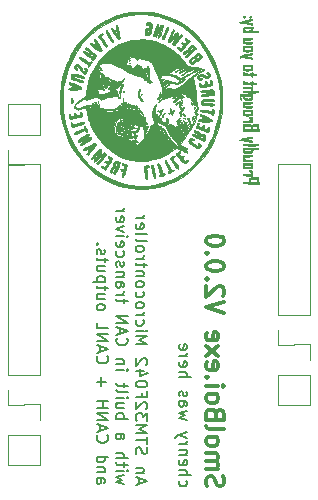
<source format=gbo>
G04 #@! TF.GenerationSoftware,KiCad,Pcbnew,(5.1.4)-1*
G04 #@! TF.CreationDate,2020-10-29T21:44:13+08:00*
G04 #@! TF.ProjectId,custom_microcontroller,63757374-6f6d-45f6-9d69-63726f636f6e,rev?*
G04 #@! TF.SameCoordinates,Original*
G04 #@! TF.FileFunction,Legend,Bot*
G04 #@! TF.FilePolarity,Positive*
%FSLAX46Y46*%
G04 Gerber Fmt 4.6, Leading zero omitted, Abs format (unit mm)*
G04 Created by KiCad (PCBNEW (5.1.4)-1) date 2020-10-29 21:44:13*
%MOMM*%
%LPD*%
G04 APERTURE LIST*
%ADD10C,0.150000*%
%ADD11C,0.300000*%
%ADD12C,0.010000*%
%ADD13C,0.120000*%
G04 APERTURE END LIST*
D10*
X136738333Y-148937023D02*
X136738333Y-148460833D01*
X136452619Y-149032261D02*
X137452619Y-148698928D01*
X136452619Y-148365595D01*
X137119285Y-148032261D02*
X136452619Y-148032261D01*
X137024047Y-148032261D02*
X137071666Y-147984642D01*
X137119285Y-147889404D01*
X137119285Y-147746547D01*
X137071666Y-147651309D01*
X136976428Y-147603690D01*
X136452619Y-147603690D01*
X136500238Y-146413214D02*
X136452619Y-146270357D01*
X136452619Y-146032261D01*
X136500238Y-145937023D01*
X136547857Y-145889404D01*
X136643095Y-145841785D01*
X136738333Y-145841785D01*
X136833571Y-145889404D01*
X136881190Y-145937023D01*
X136928809Y-146032261D01*
X136976428Y-146222738D01*
X137024047Y-146317976D01*
X137071666Y-146365595D01*
X137166904Y-146413214D01*
X137262142Y-146413214D01*
X137357380Y-146365595D01*
X137405000Y-146317976D01*
X137452619Y-146222738D01*
X137452619Y-145984642D01*
X137405000Y-145841785D01*
X137452619Y-145556071D02*
X137452619Y-144984642D01*
X136452619Y-145270357D02*
X137452619Y-145270357D01*
X136452619Y-144651309D02*
X137452619Y-144651309D01*
X136738333Y-144317976D01*
X137452619Y-143984642D01*
X136452619Y-143984642D01*
X137452619Y-143603690D02*
X137452619Y-142984642D01*
X137071666Y-143317976D01*
X137071666Y-143175119D01*
X137024047Y-143079880D01*
X136976428Y-143032261D01*
X136881190Y-142984642D01*
X136643095Y-142984642D01*
X136547857Y-143032261D01*
X136500238Y-143079880D01*
X136452619Y-143175119D01*
X136452619Y-143460833D01*
X136500238Y-143556071D01*
X136547857Y-143603690D01*
X137357380Y-142603690D02*
X137405000Y-142556071D01*
X137452619Y-142460833D01*
X137452619Y-142222738D01*
X137405000Y-142127500D01*
X137357380Y-142079880D01*
X137262142Y-142032261D01*
X137166904Y-142032261D01*
X137024047Y-142079880D01*
X136452619Y-142651309D01*
X136452619Y-142032261D01*
X136976428Y-141270357D02*
X136976428Y-141603690D01*
X136452619Y-141603690D02*
X137452619Y-141603690D01*
X137452619Y-141127500D01*
X137452619Y-140556071D02*
X137452619Y-140460833D01*
X137405000Y-140365595D01*
X137357380Y-140317976D01*
X137262142Y-140270357D01*
X137071666Y-140222738D01*
X136833571Y-140222738D01*
X136643095Y-140270357D01*
X136547857Y-140317976D01*
X136500238Y-140365595D01*
X136452619Y-140460833D01*
X136452619Y-140556071D01*
X136500238Y-140651309D01*
X136547857Y-140698928D01*
X136643095Y-140746547D01*
X136833571Y-140794166D01*
X137071666Y-140794166D01*
X137262142Y-140746547D01*
X137357380Y-140698928D01*
X137405000Y-140651309D01*
X137452619Y-140556071D01*
X137119285Y-139365595D02*
X136452619Y-139365595D01*
X137500238Y-139603690D02*
X136785952Y-139841785D01*
X136785952Y-139222738D01*
X137357380Y-138889404D02*
X137405000Y-138841785D01*
X137452619Y-138746547D01*
X137452619Y-138508452D01*
X137405000Y-138413214D01*
X137357380Y-138365595D01*
X137262142Y-138317976D01*
X137166904Y-138317976D01*
X137024047Y-138365595D01*
X136452619Y-138937023D01*
X136452619Y-138317976D01*
X136452619Y-137127500D02*
X137452619Y-137127500D01*
X136738333Y-136794166D01*
X137452619Y-136460833D01*
X136452619Y-136460833D01*
X136452619Y-135984642D02*
X137119285Y-135984642D01*
X137452619Y-135984642D02*
X137405000Y-136032261D01*
X137357380Y-135984642D01*
X137405000Y-135937023D01*
X137452619Y-135984642D01*
X137357380Y-135984642D01*
X136500238Y-135079880D02*
X136452619Y-135175119D01*
X136452619Y-135365595D01*
X136500238Y-135460833D01*
X136547857Y-135508452D01*
X136643095Y-135556071D01*
X136928809Y-135556071D01*
X137024047Y-135508452D01*
X137071666Y-135460833D01*
X137119285Y-135365595D01*
X137119285Y-135175119D01*
X137071666Y-135079880D01*
X136452619Y-134651309D02*
X137119285Y-134651309D01*
X136928809Y-134651309D02*
X137024047Y-134603690D01*
X137071666Y-134556071D01*
X137119285Y-134460833D01*
X137119285Y-134365595D01*
X136452619Y-133889404D02*
X136500238Y-133984642D01*
X136547857Y-134032261D01*
X136643095Y-134079880D01*
X136928809Y-134079880D01*
X137024047Y-134032261D01*
X137071666Y-133984642D01*
X137119285Y-133889404D01*
X137119285Y-133746547D01*
X137071666Y-133651309D01*
X137024047Y-133603690D01*
X136928809Y-133556071D01*
X136643095Y-133556071D01*
X136547857Y-133603690D01*
X136500238Y-133651309D01*
X136452619Y-133746547D01*
X136452619Y-133889404D01*
X136500238Y-132698928D02*
X136452619Y-132794166D01*
X136452619Y-132984642D01*
X136500238Y-133079880D01*
X136547857Y-133127500D01*
X136643095Y-133175119D01*
X136928809Y-133175119D01*
X137024047Y-133127500D01*
X137071666Y-133079880D01*
X137119285Y-132984642D01*
X137119285Y-132794166D01*
X137071666Y-132698928D01*
X136452619Y-132127500D02*
X136500238Y-132222738D01*
X136547857Y-132270357D01*
X136643095Y-132317976D01*
X136928809Y-132317976D01*
X137024047Y-132270357D01*
X137071666Y-132222738D01*
X137119285Y-132127500D01*
X137119285Y-131984642D01*
X137071666Y-131889404D01*
X137024047Y-131841785D01*
X136928809Y-131794166D01*
X136643095Y-131794166D01*
X136547857Y-131841785D01*
X136500238Y-131889404D01*
X136452619Y-131984642D01*
X136452619Y-132127500D01*
X137119285Y-131365595D02*
X136452619Y-131365595D01*
X137024047Y-131365595D02*
X137071666Y-131317976D01*
X137119285Y-131222738D01*
X137119285Y-131079880D01*
X137071666Y-130984642D01*
X136976428Y-130937023D01*
X136452619Y-130937023D01*
X137119285Y-130603690D02*
X137119285Y-130222738D01*
X137452619Y-130460833D02*
X136595476Y-130460833D01*
X136500238Y-130413214D01*
X136452619Y-130317976D01*
X136452619Y-130222738D01*
X136452619Y-129889404D02*
X137119285Y-129889404D01*
X136928809Y-129889404D02*
X137024047Y-129841785D01*
X137071666Y-129794166D01*
X137119285Y-129698928D01*
X137119285Y-129603690D01*
X136452619Y-129127500D02*
X136500238Y-129222738D01*
X136547857Y-129270357D01*
X136643095Y-129317976D01*
X136928809Y-129317976D01*
X137024047Y-129270357D01*
X137071666Y-129222738D01*
X137119285Y-129127500D01*
X137119285Y-128984642D01*
X137071666Y-128889404D01*
X137024047Y-128841785D01*
X136928809Y-128794166D01*
X136643095Y-128794166D01*
X136547857Y-128841785D01*
X136500238Y-128889404D01*
X136452619Y-128984642D01*
X136452619Y-129127500D01*
X136452619Y-128222738D02*
X136500238Y-128317976D01*
X136595476Y-128365595D01*
X137452619Y-128365595D01*
X136452619Y-127698928D02*
X136500238Y-127794166D01*
X136595476Y-127841785D01*
X137452619Y-127841785D01*
X136500238Y-126937023D02*
X136452619Y-127032261D01*
X136452619Y-127222738D01*
X136500238Y-127317976D01*
X136595476Y-127365595D01*
X136976428Y-127365595D01*
X137071666Y-127317976D01*
X137119285Y-127222738D01*
X137119285Y-127032261D01*
X137071666Y-126937023D01*
X136976428Y-126889404D01*
X136881190Y-126889404D01*
X136785952Y-127365595D01*
X136452619Y-126460833D02*
X137119285Y-126460833D01*
X136928809Y-126460833D02*
X137024047Y-126413214D01*
X137071666Y-126365595D01*
X137119285Y-126270357D01*
X137119285Y-126175119D01*
X135469285Y-148984642D02*
X134802619Y-148794166D01*
X135278809Y-148603690D01*
X134802619Y-148413214D01*
X135469285Y-148222738D01*
X134802619Y-147841785D02*
X135469285Y-147841785D01*
X135802619Y-147841785D02*
X135755000Y-147889404D01*
X135707380Y-147841785D01*
X135755000Y-147794166D01*
X135802619Y-147841785D01*
X135707380Y-147841785D01*
X135469285Y-147508452D02*
X135469285Y-147127500D01*
X135802619Y-147365595D02*
X134945476Y-147365595D01*
X134850238Y-147317976D01*
X134802619Y-147222738D01*
X134802619Y-147127500D01*
X134802619Y-146794166D02*
X135802619Y-146794166D01*
X134802619Y-146365595D02*
X135326428Y-146365595D01*
X135421666Y-146413214D01*
X135469285Y-146508452D01*
X135469285Y-146651309D01*
X135421666Y-146746547D01*
X135374047Y-146794166D01*
X134802619Y-144698928D02*
X135326428Y-144698928D01*
X135421666Y-144746547D01*
X135469285Y-144841785D01*
X135469285Y-145032261D01*
X135421666Y-145127500D01*
X134850238Y-144698928D02*
X134802619Y-144794166D01*
X134802619Y-145032261D01*
X134850238Y-145127500D01*
X134945476Y-145175119D01*
X135040714Y-145175119D01*
X135135952Y-145127500D01*
X135183571Y-145032261D01*
X135183571Y-144794166D01*
X135231190Y-144698928D01*
X134802619Y-143460833D02*
X135802619Y-143460833D01*
X135421666Y-143460833D02*
X135469285Y-143365595D01*
X135469285Y-143175119D01*
X135421666Y-143079880D01*
X135374047Y-143032261D01*
X135278809Y-142984642D01*
X134993095Y-142984642D01*
X134897857Y-143032261D01*
X134850238Y-143079880D01*
X134802619Y-143175119D01*
X134802619Y-143365595D01*
X134850238Y-143460833D01*
X135469285Y-142127500D02*
X134802619Y-142127500D01*
X135469285Y-142556071D02*
X134945476Y-142556071D01*
X134850238Y-142508452D01*
X134802619Y-142413214D01*
X134802619Y-142270357D01*
X134850238Y-142175119D01*
X134897857Y-142127500D01*
X134802619Y-141651309D02*
X135469285Y-141651309D01*
X135802619Y-141651309D02*
X135755000Y-141698928D01*
X135707380Y-141651309D01*
X135755000Y-141603690D01*
X135802619Y-141651309D01*
X135707380Y-141651309D01*
X134802619Y-141032261D02*
X134850238Y-141127500D01*
X134945476Y-141175119D01*
X135802619Y-141175119D01*
X135469285Y-140794166D02*
X135469285Y-140413214D01*
X135802619Y-140651309D02*
X134945476Y-140651309D01*
X134850238Y-140603690D01*
X134802619Y-140508452D01*
X134802619Y-140413214D01*
X134802619Y-139317976D02*
X135469285Y-139317976D01*
X135802619Y-139317976D02*
X135755000Y-139365595D01*
X135707380Y-139317976D01*
X135755000Y-139270357D01*
X135802619Y-139317976D01*
X135707380Y-139317976D01*
X135469285Y-138841785D02*
X134802619Y-138841785D01*
X135374047Y-138841785D02*
X135421666Y-138794166D01*
X135469285Y-138698928D01*
X135469285Y-138556071D01*
X135421666Y-138460833D01*
X135326428Y-138413214D01*
X134802619Y-138413214D01*
X134897857Y-136603690D02*
X134850238Y-136651309D01*
X134802619Y-136794166D01*
X134802619Y-136889404D01*
X134850238Y-137032261D01*
X134945476Y-137127500D01*
X135040714Y-137175119D01*
X135231190Y-137222738D01*
X135374047Y-137222738D01*
X135564523Y-137175119D01*
X135659761Y-137127500D01*
X135755000Y-137032261D01*
X135802619Y-136889404D01*
X135802619Y-136794166D01*
X135755000Y-136651309D01*
X135707380Y-136603690D01*
X135088333Y-136222738D02*
X135088333Y-135746547D01*
X134802619Y-136317976D02*
X135802619Y-135984642D01*
X134802619Y-135651309D01*
X134802619Y-135317976D02*
X135802619Y-135317976D01*
X134802619Y-134746547D01*
X135802619Y-134746547D01*
X135469285Y-133651309D02*
X135469285Y-133270357D01*
X135802619Y-133508452D02*
X134945476Y-133508452D01*
X134850238Y-133460833D01*
X134802619Y-133365595D01*
X134802619Y-133270357D01*
X134802619Y-132937023D02*
X135469285Y-132937023D01*
X135278809Y-132937023D02*
X135374047Y-132889404D01*
X135421666Y-132841785D01*
X135469285Y-132746547D01*
X135469285Y-132651309D01*
X134802619Y-131889404D02*
X135326428Y-131889404D01*
X135421666Y-131937023D01*
X135469285Y-132032261D01*
X135469285Y-132222738D01*
X135421666Y-132317976D01*
X134850238Y-131889404D02*
X134802619Y-131984642D01*
X134802619Y-132222738D01*
X134850238Y-132317976D01*
X134945476Y-132365595D01*
X135040714Y-132365595D01*
X135135952Y-132317976D01*
X135183571Y-132222738D01*
X135183571Y-131984642D01*
X135231190Y-131889404D01*
X135469285Y-131413214D02*
X134802619Y-131413214D01*
X135374047Y-131413214D02*
X135421666Y-131365595D01*
X135469285Y-131270357D01*
X135469285Y-131127500D01*
X135421666Y-131032261D01*
X135326428Y-130984642D01*
X134802619Y-130984642D01*
X134850238Y-130556071D02*
X134802619Y-130460833D01*
X134802619Y-130270357D01*
X134850238Y-130175119D01*
X134945476Y-130127500D01*
X134993095Y-130127500D01*
X135088333Y-130175119D01*
X135135952Y-130270357D01*
X135135952Y-130413214D01*
X135183571Y-130508452D01*
X135278809Y-130556071D01*
X135326428Y-130556071D01*
X135421666Y-130508452D01*
X135469285Y-130413214D01*
X135469285Y-130270357D01*
X135421666Y-130175119D01*
X134850238Y-129270357D02*
X134802619Y-129365595D01*
X134802619Y-129556071D01*
X134850238Y-129651309D01*
X134897857Y-129698928D01*
X134993095Y-129746547D01*
X135278809Y-129746547D01*
X135374047Y-129698928D01*
X135421666Y-129651309D01*
X135469285Y-129556071D01*
X135469285Y-129365595D01*
X135421666Y-129270357D01*
X134850238Y-128460833D02*
X134802619Y-128556071D01*
X134802619Y-128746547D01*
X134850238Y-128841785D01*
X134945476Y-128889404D01*
X135326428Y-128889404D01*
X135421666Y-128841785D01*
X135469285Y-128746547D01*
X135469285Y-128556071D01*
X135421666Y-128460833D01*
X135326428Y-128413214D01*
X135231190Y-128413214D01*
X135135952Y-128889404D01*
X134802619Y-127984642D02*
X135469285Y-127984642D01*
X135802619Y-127984642D02*
X135755000Y-128032261D01*
X135707380Y-127984642D01*
X135755000Y-127937023D01*
X135802619Y-127984642D01*
X135707380Y-127984642D01*
X135469285Y-127603690D02*
X134802619Y-127365595D01*
X135469285Y-127127500D01*
X134850238Y-126365595D02*
X134802619Y-126460833D01*
X134802619Y-126651309D01*
X134850238Y-126746547D01*
X134945476Y-126794166D01*
X135326428Y-126794166D01*
X135421666Y-126746547D01*
X135469285Y-126651309D01*
X135469285Y-126460833D01*
X135421666Y-126365595D01*
X135326428Y-126317976D01*
X135231190Y-126317976D01*
X135135952Y-126794166D01*
X134802619Y-125889404D02*
X135469285Y-125889404D01*
X135278809Y-125889404D02*
X135374047Y-125841785D01*
X135421666Y-125794166D01*
X135469285Y-125698928D01*
X135469285Y-125603690D01*
X133152619Y-148460833D02*
X133676428Y-148460833D01*
X133771666Y-148508452D01*
X133819285Y-148603690D01*
X133819285Y-148794166D01*
X133771666Y-148889404D01*
X133200238Y-148460833D02*
X133152619Y-148556071D01*
X133152619Y-148794166D01*
X133200238Y-148889404D01*
X133295476Y-148937023D01*
X133390714Y-148937023D01*
X133485952Y-148889404D01*
X133533571Y-148794166D01*
X133533571Y-148556071D01*
X133581190Y-148460833D01*
X133819285Y-147984642D02*
X133152619Y-147984642D01*
X133724047Y-147984642D02*
X133771666Y-147937023D01*
X133819285Y-147841785D01*
X133819285Y-147698928D01*
X133771666Y-147603690D01*
X133676428Y-147556071D01*
X133152619Y-147556071D01*
X133152619Y-146651309D02*
X134152619Y-146651309D01*
X133200238Y-146651309D02*
X133152619Y-146746547D01*
X133152619Y-146937023D01*
X133200238Y-147032261D01*
X133247857Y-147079880D01*
X133343095Y-147127500D01*
X133628809Y-147127500D01*
X133724047Y-147079880D01*
X133771666Y-147032261D01*
X133819285Y-146937023D01*
X133819285Y-146746547D01*
X133771666Y-146651309D01*
X133247857Y-144841785D02*
X133200238Y-144889404D01*
X133152619Y-145032261D01*
X133152619Y-145127500D01*
X133200238Y-145270357D01*
X133295476Y-145365595D01*
X133390714Y-145413214D01*
X133581190Y-145460833D01*
X133724047Y-145460833D01*
X133914523Y-145413214D01*
X134009761Y-145365595D01*
X134105000Y-145270357D01*
X134152619Y-145127500D01*
X134152619Y-145032261D01*
X134105000Y-144889404D01*
X134057380Y-144841785D01*
X133438333Y-144460833D02*
X133438333Y-143984642D01*
X133152619Y-144556071D02*
X134152619Y-144222738D01*
X133152619Y-143889404D01*
X133152619Y-143556071D02*
X134152619Y-143556071D01*
X133152619Y-142984642D01*
X134152619Y-142984642D01*
X133152619Y-142508452D02*
X134152619Y-142508452D01*
X133676428Y-142508452D02*
X133676428Y-141937023D01*
X133152619Y-141937023D02*
X134152619Y-141937023D01*
X133533571Y-140698928D02*
X133533571Y-139937023D01*
X133152619Y-140317976D02*
X133914523Y-140317976D01*
X133247857Y-138127500D02*
X133200238Y-138175119D01*
X133152619Y-138317976D01*
X133152619Y-138413214D01*
X133200238Y-138556071D01*
X133295476Y-138651309D01*
X133390714Y-138698928D01*
X133581190Y-138746547D01*
X133724047Y-138746547D01*
X133914523Y-138698928D01*
X134009761Y-138651309D01*
X134105000Y-138556071D01*
X134152619Y-138413214D01*
X134152619Y-138317976D01*
X134105000Y-138175119D01*
X134057380Y-138127500D01*
X133438333Y-137746547D02*
X133438333Y-137270357D01*
X133152619Y-137841785D02*
X134152619Y-137508452D01*
X133152619Y-137175119D01*
X133152619Y-136841785D02*
X134152619Y-136841785D01*
X133152619Y-136270357D01*
X134152619Y-136270357D01*
X133152619Y-135317976D02*
X133152619Y-135794166D01*
X134152619Y-135794166D01*
X133152619Y-134079880D02*
X133200238Y-134175119D01*
X133247857Y-134222738D01*
X133343095Y-134270357D01*
X133628809Y-134270357D01*
X133724047Y-134222738D01*
X133771666Y-134175119D01*
X133819285Y-134079880D01*
X133819285Y-133937023D01*
X133771666Y-133841785D01*
X133724047Y-133794166D01*
X133628809Y-133746547D01*
X133343095Y-133746547D01*
X133247857Y-133794166D01*
X133200238Y-133841785D01*
X133152619Y-133937023D01*
X133152619Y-134079880D01*
X133819285Y-132889404D02*
X133152619Y-132889404D01*
X133819285Y-133317976D02*
X133295476Y-133317976D01*
X133200238Y-133270357D01*
X133152619Y-133175119D01*
X133152619Y-133032261D01*
X133200238Y-132937023D01*
X133247857Y-132889404D01*
X133819285Y-132556071D02*
X133819285Y-132175119D01*
X134152619Y-132413214D02*
X133295476Y-132413214D01*
X133200238Y-132365595D01*
X133152619Y-132270357D01*
X133152619Y-132175119D01*
X133819285Y-131841785D02*
X132819285Y-131841785D01*
X133771666Y-131841785D02*
X133819285Y-131746547D01*
X133819285Y-131556071D01*
X133771666Y-131460833D01*
X133724047Y-131413214D01*
X133628809Y-131365595D01*
X133343095Y-131365595D01*
X133247857Y-131413214D01*
X133200238Y-131460833D01*
X133152619Y-131556071D01*
X133152619Y-131746547D01*
X133200238Y-131841785D01*
X133819285Y-130508452D02*
X133152619Y-130508452D01*
X133819285Y-130937023D02*
X133295476Y-130937023D01*
X133200238Y-130889404D01*
X133152619Y-130794166D01*
X133152619Y-130651309D01*
X133200238Y-130556071D01*
X133247857Y-130508452D01*
X133819285Y-130175119D02*
X133819285Y-129794166D01*
X134152619Y-130032261D02*
X133295476Y-130032261D01*
X133200238Y-129984642D01*
X133152619Y-129889404D01*
X133152619Y-129794166D01*
X133200238Y-129508452D02*
X133152619Y-129413214D01*
X133152619Y-129222738D01*
X133200238Y-129127500D01*
X133295476Y-129079880D01*
X133343095Y-129079880D01*
X133438333Y-129127500D01*
X133485952Y-129222738D01*
X133485952Y-129365595D01*
X133533571Y-129460833D01*
X133628809Y-129508452D01*
X133676428Y-129508452D01*
X133771666Y-129460833D01*
X133819285Y-129365595D01*
X133819285Y-129222738D01*
X133771666Y-129127500D01*
X133247857Y-128651309D02*
X133200238Y-128603690D01*
X133152619Y-128651309D01*
X133200238Y-128698928D01*
X133247857Y-128651309D01*
X133152619Y-128651309D01*
X140184238Y-148676619D02*
X140136619Y-148771857D01*
X140136619Y-148962333D01*
X140184238Y-149057571D01*
X140231857Y-149105190D01*
X140327095Y-149152809D01*
X140612809Y-149152809D01*
X140708047Y-149105190D01*
X140755666Y-149057571D01*
X140803285Y-148962333D01*
X140803285Y-148771857D01*
X140755666Y-148676619D01*
X140136619Y-148248047D02*
X141136619Y-148248047D01*
X140136619Y-147819476D02*
X140660428Y-147819476D01*
X140755666Y-147867095D01*
X140803285Y-147962333D01*
X140803285Y-148105190D01*
X140755666Y-148200428D01*
X140708047Y-148248047D01*
X140184238Y-146962333D02*
X140136619Y-147057571D01*
X140136619Y-147248047D01*
X140184238Y-147343285D01*
X140279476Y-147390904D01*
X140660428Y-147390904D01*
X140755666Y-147343285D01*
X140803285Y-147248047D01*
X140803285Y-147057571D01*
X140755666Y-146962333D01*
X140660428Y-146914714D01*
X140565190Y-146914714D01*
X140469952Y-147390904D01*
X140803285Y-146486142D02*
X140136619Y-146486142D01*
X140708047Y-146486142D02*
X140755666Y-146438523D01*
X140803285Y-146343285D01*
X140803285Y-146200428D01*
X140755666Y-146105190D01*
X140660428Y-146057571D01*
X140136619Y-146057571D01*
X140136619Y-145581380D02*
X140803285Y-145581380D01*
X140612809Y-145581380D02*
X140708047Y-145533761D01*
X140755666Y-145486142D01*
X140803285Y-145390904D01*
X140803285Y-145295666D01*
X140803285Y-145057571D02*
X140136619Y-144819476D01*
X140803285Y-144581380D02*
X140136619Y-144819476D01*
X139898523Y-144914714D01*
X139850904Y-144962333D01*
X139803285Y-145057571D01*
X140803285Y-143533761D02*
X140136619Y-143343285D01*
X140612809Y-143152809D01*
X140136619Y-142962333D01*
X140803285Y-142771857D01*
X140136619Y-141962333D02*
X140660428Y-141962333D01*
X140755666Y-142009952D01*
X140803285Y-142105190D01*
X140803285Y-142295666D01*
X140755666Y-142390904D01*
X140184238Y-141962333D02*
X140136619Y-142057571D01*
X140136619Y-142295666D01*
X140184238Y-142390904D01*
X140279476Y-142438523D01*
X140374714Y-142438523D01*
X140469952Y-142390904D01*
X140517571Y-142295666D01*
X140517571Y-142057571D01*
X140565190Y-141962333D01*
X140184238Y-141533761D02*
X140136619Y-141438523D01*
X140136619Y-141248047D01*
X140184238Y-141152809D01*
X140279476Y-141105190D01*
X140327095Y-141105190D01*
X140422333Y-141152809D01*
X140469952Y-141248047D01*
X140469952Y-141390904D01*
X140517571Y-141486142D01*
X140612809Y-141533761D01*
X140660428Y-141533761D01*
X140755666Y-141486142D01*
X140803285Y-141390904D01*
X140803285Y-141248047D01*
X140755666Y-141152809D01*
X140136619Y-139914714D02*
X141136619Y-139914714D01*
X140136619Y-139486142D02*
X140660428Y-139486142D01*
X140755666Y-139533761D01*
X140803285Y-139629000D01*
X140803285Y-139771857D01*
X140755666Y-139867095D01*
X140708047Y-139914714D01*
X140184238Y-138629000D02*
X140136619Y-138724238D01*
X140136619Y-138914714D01*
X140184238Y-139009952D01*
X140279476Y-139057571D01*
X140660428Y-139057571D01*
X140755666Y-139009952D01*
X140803285Y-138914714D01*
X140803285Y-138724238D01*
X140755666Y-138629000D01*
X140660428Y-138581380D01*
X140565190Y-138581380D01*
X140469952Y-139057571D01*
X140136619Y-138152809D02*
X140803285Y-138152809D01*
X140612809Y-138152809D02*
X140708047Y-138105190D01*
X140755666Y-138057571D01*
X140803285Y-137962333D01*
X140803285Y-137867095D01*
X140184238Y-137152809D02*
X140136619Y-137248047D01*
X140136619Y-137438523D01*
X140184238Y-137533761D01*
X140279476Y-137581380D01*
X140660428Y-137581380D01*
X140755666Y-137533761D01*
X140803285Y-137438523D01*
X140803285Y-137248047D01*
X140755666Y-137152809D01*
X140660428Y-137105190D01*
X140565190Y-137105190D01*
X140469952Y-137581380D01*
D11*
X142521857Y-149164142D02*
X142450428Y-148949857D01*
X142450428Y-148592714D01*
X142521857Y-148449857D01*
X142593285Y-148378428D01*
X142736142Y-148307000D01*
X142879000Y-148307000D01*
X143021857Y-148378428D01*
X143093285Y-148449857D01*
X143164714Y-148592714D01*
X143236142Y-148878428D01*
X143307571Y-149021285D01*
X143379000Y-149092714D01*
X143521857Y-149164142D01*
X143664714Y-149164142D01*
X143807571Y-149092714D01*
X143879000Y-149021285D01*
X143950428Y-148878428D01*
X143950428Y-148521285D01*
X143879000Y-148307000D01*
X142450428Y-147664142D02*
X143450428Y-147664142D01*
X143307571Y-147664142D02*
X143379000Y-147592714D01*
X143450428Y-147449857D01*
X143450428Y-147235571D01*
X143379000Y-147092714D01*
X143236142Y-147021285D01*
X142450428Y-147021285D01*
X143236142Y-147021285D02*
X143379000Y-146949857D01*
X143450428Y-146807000D01*
X143450428Y-146592714D01*
X143379000Y-146449857D01*
X143236142Y-146378428D01*
X142450428Y-146378428D01*
X142450428Y-145449857D02*
X142521857Y-145592714D01*
X142593285Y-145664142D01*
X142736142Y-145735571D01*
X143164714Y-145735571D01*
X143307571Y-145664142D01*
X143379000Y-145592714D01*
X143450428Y-145449857D01*
X143450428Y-145235571D01*
X143379000Y-145092714D01*
X143307571Y-145021285D01*
X143164714Y-144949857D01*
X142736142Y-144949857D01*
X142593285Y-145021285D01*
X142521857Y-145092714D01*
X142450428Y-145235571D01*
X142450428Y-145449857D01*
X142450428Y-144092714D02*
X142521857Y-144235571D01*
X142664714Y-144307000D01*
X143950428Y-144307000D01*
X143236142Y-143021285D02*
X143164714Y-142807000D01*
X143093285Y-142735571D01*
X142950428Y-142664142D01*
X142736142Y-142664142D01*
X142593285Y-142735571D01*
X142521857Y-142807000D01*
X142450428Y-142949857D01*
X142450428Y-143521285D01*
X143950428Y-143521285D01*
X143950428Y-143021285D01*
X143879000Y-142878428D01*
X143807571Y-142807000D01*
X143664714Y-142735571D01*
X143521857Y-142735571D01*
X143379000Y-142807000D01*
X143307571Y-142878428D01*
X143236142Y-143021285D01*
X143236142Y-143521285D01*
X142450428Y-141807000D02*
X142521857Y-141949857D01*
X142593285Y-142021285D01*
X142736142Y-142092714D01*
X143164714Y-142092714D01*
X143307571Y-142021285D01*
X143379000Y-141949857D01*
X143450428Y-141807000D01*
X143450428Y-141592714D01*
X143379000Y-141449857D01*
X143307571Y-141378428D01*
X143164714Y-141307000D01*
X142736142Y-141307000D01*
X142593285Y-141378428D01*
X142521857Y-141449857D01*
X142450428Y-141592714D01*
X142450428Y-141807000D01*
X142450428Y-140664142D02*
X143450428Y-140664142D01*
X143950428Y-140664142D02*
X143879000Y-140735571D01*
X143807571Y-140664142D01*
X143879000Y-140592714D01*
X143950428Y-140664142D01*
X143807571Y-140664142D01*
X142593285Y-139949857D02*
X142521857Y-139878428D01*
X142450428Y-139949857D01*
X142521857Y-140021285D01*
X142593285Y-139949857D01*
X142450428Y-139949857D01*
X142521857Y-138664142D02*
X142450428Y-138807000D01*
X142450428Y-139092714D01*
X142521857Y-139235571D01*
X142664714Y-139307000D01*
X143236142Y-139307000D01*
X143379000Y-139235571D01*
X143450428Y-139092714D01*
X143450428Y-138807000D01*
X143379000Y-138664142D01*
X143236142Y-138592714D01*
X143093285Y-138592714D01*
X142950428Y-139307000D01*
X142450428Y-138092714D02*
X143450428Y-137307000D01*
X143450428Y-138092714D02*
X142450428Y-137307000D01*
X142521857Y-136164142D02*
X142450428Y-136307000D01*
X142450428Y-136592714D01*
X142521857Y-136735571D01*
X142664714Y-136807000D01*
X143236142Y-136807000D01*
X143379000Y-136735571D01*
X143450428Y-136592714D01*
X143450428Y-136307000D01*
X143379000Y-136164142D01*
X143236142Y-136092714D01*
X143093285Y-136092714D01*
X142950428Y-136807000D01*
X143950428Y-134521285D02*
X142450428Y-134021285D01*
X143950428Y-133521285D01*
X143807571Y-133092714D02*
X143879000Y-133021285D01*
X143950428Y-132878428D01*
X143950428Y-132521285D01*
X143879000Y-132378428D01*
X143807571Y-132307000D01*
X143664714Y-132235571D01*
X143521857Y-132235571D01*
X143307571Y-132307000D01*
X142450428Y-133164142D01*
X142450428Y-132235571D01*
X142593285Y-131592714D02*
X142521857Y-131521285D01*
X142450428Y-131592714D01*
X142521857Y-131664142D01*
X142593285Y-131592714D01*
X142450428Y-131592714D01*
X143950428Y-130592714D02*
X143950428Y-130449857D01*
X143879000Y-130307000D01*
X143807571Y-130235571D01*
X143664714Y-130164142D01*
X143379000Y-130092714D01*
X143021857Y-130092714D01*
X142736142Y-130164142D01*
X142593285Y-130235571D01*
X142521857Y-130307000D01*
X142450428Y-130449857D01*
X142450428Y-130592714D01*
X142521857Y-130735571D01*
X142593285Y-130807000D01*
X142736142Y-130878428D01*
X143021857Y-130949857D01*
X143379000Y-130949857D01*
X143664714Y-130878428D01*
X143807571Y-130807000D01*
X143879000Y-130735571D01*
X143950428Y-130592714D01*
X142593285Y-129449857D02*
X142521857Y-129378428D01*
X142450428Y-129449857D01*
X142521857Y-129521285D01*
X142593285Y-129449857D01*
X142450428Y-129449857D01*
X143950428Y-128449857D02*
X143950428Y-128307000D01*
X143879000Y-128164142D01*
X143807571Y-128092714D01*
X143664714Y-128021285D01*
X143379000Y-127949857D01*
X143021857Y-127949857D01*
X142736142Y-128021285D01*
X142593285Y-128092714D01*
X142521857Y-128164142D01*
X142450428Y-128307000D01*
X142450428Y-128449857D01*
X142521857Y-128592714D01*
X142593285Y-128664142D01*
X142736142Y-128735571D01*
X143021857Y-128807000D01*
X143379000Y-128807000D01*
X143664714Y-128735571D01*
X143807571Y-128664142D01*
X143879000Y-128592714D01*
X143950428Y-128449857D01*
D12*
G36*
X136541339Y-119415980D02*
G01*
X136525000Y-119401167D01*
X136491844Y-119414308D01*
X136482667Y-119463497D01*
X136455812Y-119545964D01*
X136419167Y-119576358D01*
X136371355Y-119620338D01*
X136354975Y-119680088D01*
X136378258Y-119717300D01*
X136388592Y-119718667D01*
X136445306Y-119685893D01*
X136510739Y-119610421D01*
X136558347Y-119526529D01*
X136567334Y-119487848D01*
X136541339Y-119415980D01*
X136541339Y-119415980D01*
G37*
X136541339Y-119415980D02*
X136525000Y-119401167D01*
X136491844Y-119414308D01*
X136482667Y-119463497D01*
X136455812Y-119545964D01*
X136419167Y-119576358D01*
X136371355Y-119620338D01*
X136354975Y-119680088D01*
X136378258Y-119717300D01*
X136388592Y-119718667D01*
X136445306Y-119685893D01*
X136510739Y-119610421D01*
X136558347Y-119526529D01*
X136567334Y-119487848D01*
X136541339Y-119415980D01*
G36*
X136596967Y-119972667D02*
G01*
X136535632Y-119940672D01*
X136525000Y-119905804D01*
X136506509Y-119861783D01*
X136437465Y-119859196D01*
X136398000Y-119866834D01*
X136301884Y-119874886D01*
X136271000Y-119849031D01*
X136235577Y-119811915D01*
X136186334Y-119803334D01*
X136113355Y-119822982D01*
X136113091Y-119865557D01*
X136175750Y-119902711D01*
X136261757Y-119932972D01*
X136383842Y-119977762D01*
X136418597Y-119990769D01*
X136551091Y-120026839D01*
X136625796Y-120015603D01*
X136628147Y-120013454D01*
X136635370Y-119979460D01*
X136596967Y-119972667D01*
X136596967Y-119972667D01*
G37*
X136596967Y-119972667D02*
X136535632Y-119940672D01*
X136525000Y-119905804D01*
X136506509Y-119861783D01*
X136437465Y-119859196D01*
X136398000Y-119866834D01*
X136301884Y-119874886D01*
X136271000Y-119849031D01*
X136235577Y-119811915D01*
X136186334Y-119803334D01*
X136113355Y-119822982D01*
X136113091Y-119865557D01*
X136175750Y-119902711D01*
X136261757Y-119932972D01*
X136383842Y-119977762D01*
X136418597Y-119990769D01*
X136551091Y-120026839D01*
X136625796Y-120015603D01*
X136628147Y-120013454D01*
X136635370Y-119979460D01*
X136596967Y-119972667D01*
G36*
X141462462Y-117064617D02*
G01*
X141460647Y-117062536D01*
X141413182Y-117062557D01*
X141396150Y-117071093D01*
X141358437Y-117124166D01*
X141354663Y-117188297D01*
X141386914Y-117220950D01*
X141388805Y-117221000D01*
X141432146Y-117187797D01*
X141463874Y-117119843D01*
X141462462Y-117064617D01*
X141462462Y-117064617D01*
G37*
X141462462Y-117064617D02*
X141460647Y-117062536D01*
X141413182Y-117062557D01*
X141396150Y-117071093D01*
X141358437Y-117124166D01*
X141354663Y-117188297D01*
X141386914Y-117220950D01*
X141388805Y-117221000D01*
X141432146Y-117187797D01*
X141463874Y-117119843D01*
X141462462Y-117064617D01*
G36*
X141360055Y-117794500D02*
G01*
X141308903Y-117773997D01*
X141271578Y-117832625D01*
X141254308Y-117908917D01*
X141228183Y-118031729D01*
X141199690Y-118126360D01*
X141189649Y-118185317D01*
X141223811Y-118187675D01*
X141265744Y-118140854D01*
X141311003Y-118046019D01*
X141348550Y-117935018D01*
X141367350Y-117839700D01*
X141360055Y-117794500D01*
X141360055Y-117794500D01*
G37*
X141360055Y-117794500D02*
X141308903Y-117773997D01*
X141271578Y-117832625D01*
X141254308Y-117908917D01*
X141228183Y-118031729D01*
X141199690Y-118126360D01*
X141189649Y-118185317D01*
X141223811Y-118187675D01*
X141265744Y-118140854D01*
X141311003Y-118046019D01*
X141348550Y-117935018D01*
X141367350Y-117839700D01*
X141360055Y-117794500D01*
G36*
X141215836Y-116738442D02*
G01*
X141175113Y-116659801D01*
X141160500Y-116643453D01*
X141113201Y-116607021D01*
X141102766Y-116614727D01*
X141114748Y-116680812D01*
X141126877Y-116744750D01*
X141156028Y-116819089D01*
X141184611Y-116840000D01*
X141220319Y-116809243D01*
X141215836Y-116738442D01*
X141215836Y-116738442D01*
G37*
X141215836Y-116738442D02*
X141175113Y-116659801D01*
X141160500Y-116643453D01*
X141113201Y-116607021D01*
X141102766Y-116614727D01*
X141114748Y-116680812D01*
X141126877Y-116744750D01*
X141156028Y-116819089D01*
X141184611Y-116840000D01*
X141220319Y-116809243D01*
X141215836Y-116738442D01*
G36*
X141147384Y-118491000D02*
G01*
X141093253Y-118520309D01*
X141025135Y-118585310D01*
X140976555Y-118651621D01*
X140970000Y-118672922D01*
X141001659Y-118684040D01*
X141034677Y-118675191D01*
X141092420Y-118633415D01*
X141141353Y-118570102D01*
X141164298Y-118513328D01*
X141147384Y-118491000D01*
X141147384Y-118491000D01*
G37*
X141147384Y-118491000D02*
X141093253Y-118520309D01*
X141025135Y-118585310D01*
X140976555Y-118651621D01*
X140970000Y-118672922D01*
X141001659Y-118684040D01*
X141034677Y-118675191D01*
X141092420Y-118633415D01*
X141141353Y-118570102D01*
X141164298Y-118513328D01*
X141147384Y-118491000D01*
G36*
X140981045Y-118023545D02*
G01*
X140951989Y-118011236D01*
X140878373Y-118002883D01*
X140810020Y-118021046D01*
X140774548Y-118053380D01*
X140791321Y-118083058D01*
X140861782Y-118090895D01*
X140930551Y-118074885D01*
X140993658Y-118045810D01*
X140981045Y-118023545D01*
X140981045Y-118023545D01*
G37*
X140981045Y-118023545D02*
X140951989Y-118011236D01*
X140878373Y-118002883D01*
X140810020Y-118021046D01*
X140774548Y-118053380D01*
X140791321Y-118083058D01*
X140861782Y-118090895D01*
X140930551Y-118074885D01*
X140993658Y-118045810D01*
X140981045Y-118023545D01*
G36*
X140634543Y-117988193D02*
G01*
X140569333Y-117948958D01*
X140520428Y-117948937D01*
X140470959Y-117965259D01*
X140490152Y-117991143D01*
X140539710Y-118020032D01*
X140629465Y-118058268D01*
X140657498Y-118041065D01*
X140634543Y-117988193D01*
X140634543Y-117988193D01*
G37*
X140634543Y-117988193D02*
X140569333Y-117948958D01*
X140520428Y-117948937D01*
X140470959Y-117965259D01*
X140490152Y-117991143D01*
X140539710Y-118020032D01*
X140629465Y-118058268D01*
X140657498Y-118041065D01*
X140634543Y-117988193D01*
G36*
X140623955Y-117772193D02*
G01*
X140593025Y-117743790D01*
X140526978Y-117668317D01*
X140504334Y-117611261D01*
X140481127Y-117575157D01*
X140462000Y-117580834D01*
X140419912Y-117646142D01*
X140439978Y-117728690D01*
X140513416Y-117799493D01*
X140530971Y-117808457D01*
X140628768Y-117841641D01*
X140661525Y-117827716D01*
X140623955Y-117772193D01*
X140623955Y-117772193D01*
G37*
X140623955Y-117772193D02*
X140593025Y-117743790D01*
X140526978Y-117668317D01*
X140504334Y-117611261D01*
X140481127Y-117575157D01*
X140462000Y-117580834D01*
X140419912Y-117646142D01*
X140439978Y-117728690D01*
X140513416Y-117799493D01*
X140530971Y-117808457D01*
X140628768Y-117841641D01*
X140661525Y-117827716D01*
X140623955Y-117772193D01*
G36*
X140385271Y-116895749D02*
G01*
X140319109Y-116890702D01*
X140304132Y-116899091D01*
X140316758Y-116918332D01*
X140359695Y-116921325D01*
X140404866Y-116910986D01*
X140385271Y-116895749D01*
X140385271Y-116895749D01*
G37*
X140385271Y-116895749D02*
X140319109Y-116890702D01*
X140304132Y-116899091D01*
X140316758Y-116918332D01*
X140359695Y-116921325D01*
X140404866Y-116910986D01*
X140385271Y-116895749D01*
G36*
X140402736Y-116481455D02*
G01*
X140365239Y-116428762D01*
X140295954Y-116379392D01*
X140269920Y-116396384D01*
X140299672Y-116467204D01*
X140310810Y-116483191D01*
X140367624Y-116533641D01*
X140403103Y-116532009D01*
X140402736Y-116481455D01*
X140402736Y-116481455D01*
G37*
X140402736Y-116481455D02*
X140365239Y-116428762D01*
X140295954Y-116379392D01*
X140269920Y-116396384D01*
X140299672Y-116467204D01*
X140310810Y-116483191D01*
X140367624Y-116533641D01*
X140403103Y-116532009D01*
X140402736Y-116481455D01*
G36*
X140242315Y-118153093D02*
G01*
X140230368Y-118152334D01*
X140153193Y-118179967D01*
X140111973Y-118241565D01*
X140125913Y-118305171D01*
X140133889Y-118312860D01*
X140184128Y-118326462D01*
X140230752Y-118266324D01*
X140236261Y-118254977D01*
X140263486Y-118178671D01*
X140242315Y-118153093D01*
X140242315Y-118153093D01*
G37*
X140242315Y-118153093D02*
X140230368Y-118152334D01*
X140153193Y-118179967D01*
X140111973Y-118241565D01*
X140125913Y-118305171D01*
X140133889Y-118312860D01*
X140184128Y-118326462D01*
X140230752Y-118266324D01*
X140236261Y-118254977D01*
X140263486Y-118178671D01*
X140242315Y-118153093D01*
G36*
X140521870Y-117031018D02*
G01*
X140466203Y-117069030D01*
X140393587Y-117112334D01*
X140359014Y-117098607D01*
X140302158Y-117071998D01*
X140275608Y-117077116D01*
X140218449Y-117064315D01*
X140183163Y-116995895D01*
X140182334Y-116900390D01*
X140188039Y-116878535D01*
X140245955Y-116802505D01*
X140294833Y-116775813D01*
X140362074Y-116738494D01*
X140377334Y-116711797D01*
X140347694Y-116656864D01*
X140279559Y-116583697D01*
X140204105Y-116522169D01*
X140157685Y-116501334D01*
X140124297Y-116525938D01*
X140140263Y-116573057D01*
X140176250Y-116597844D01*
X140206499Y-116633541D01*
X140198440Y-116649737D01*
X140145924Y-116653979D01*
X140103402Y-116629359D01*
X140041399Y-116599654D01*
X139966450Y-116624756D01*
X139933046Y-116645469D01*
X139861986Y-116712236D01*
X139827022Y-116782731D01*
X139837059Y-116831569D01*
X139864805Y-116840000D01*
X139911083Y-116806311D01*
X139926976Y-116776500D01*
X139984158Y-116725163D01*
X140042050Y-116713000D01*
X140100146Y-116722308D01*
X140117465Y-116766117D01*
X140103977Y-116866406D01*
X140094313Y-116980362D01*
X140128126Y-117066811D01*
X140191580Y-117141288D01*
X140307961Y-117262764D01*
X140206584Y-117370675D01*
X140141505Y-117452891D01*
X140134194Y-117515192D01*
X140156604Y-117560886D01*
X140198967Y-117665843D01*
X140208000Y-117728426D01*
X140227058Y-117797504D01*
X140253827Y-117813667D01*
X140280874Y-117774440D01*
X140288107Y-117665417D01*
X140285577Y-117613167D01*
X140284943Y-117477806D01*
X140308493Y-117417050D01*
X140324081Y-117412084D01*
X140372420Y-117377341D01*
X140435807Y-117292932D01*
X140496910Y-117187420D01*
X140538397Y-117089370D01*
X140546667Y-117045259D01*
X140521870Y-117031018D01*
X140521870Y-117031018D01*
G37*
X140521870Y-117031018D02*
X140466203Y-117069030D01*
X140393587Y-117112334D01*
X140359014Y-117098607D01*
X140302158Y-117071998D01*
X140275608Y-117077116D01*
X140218449Y-117064315D01*
X140183163Y-116995895D01*
X140182334Y-116900390D01*
X140188039Y-116878535D01*
X140245955Y-116802505D01*
X140294833Y-116775813D01*
X140362074Y-116738494D01*
X140377334Y-116711797D01*
X140347694Y-116656864D01*
X140279559Y-116583697D01*
X140204105Y-116522169D01*
X140157685Y-116501334D01*
X140124297Y-116525938D01*
X140140263Y-116573057D01*
X140176250Y-116597844D01*
X140206499Y-116633541D01*
X140198440Y-116649737D01*
X140145924Y-116653979D01*
X140103402Y-116629359D01*
X140041399Y-116599654D01*
X139966450Y-116624756D01*
X139933046Y-116645469D01*
X139861986Y-116712236D01*
X139827022Y-116782731D01*
X139837059Y-116831569D01*
X139864805Y-116840000D01*
X139911083Y-116806311D01*
X139926976Y-116776500D01*
X139984158Y-116725163D01*
X140042050Y-116713000D01*
X140100146Y-116722308D01*
X140117465Y-116766117D01*
X140103977Y-116866406D01*
X140094313Y-116980362D01*
X140128126Y-117066811D01*
X140191580Y-117141288D01*
X140307961Y-117262764D01*
X140206584Y-117370675D01*
X140141505Y-117452891D01*
X140134194Y-117515192D01*
X140156604Y-117560886D01*
X140198967Y-117665843D01*
X140208000Y-117728426D01*
X140227058Y-117797504D01*
X140253827Y-117813667D01*
X140280874Y-117774440D01*
X140288107Y-117665417D01*
X140285577Y-117613167D01*
X140284943Y-117477806D01*
X140308493Y-117417050D01*
X140324081Y-117412084D01*
X140372420Y-117377341D01*
X140435807Y-117292932D01*
X140496910Y-117187420D01*
X140538397Y-117089370D01*
X140546667Y-117045259D01*
X140521870Y-117031018D01*
G36*
X139814360Y-116137789D02*
G01*
X139801560Y-116152084D01*
X139745060Y-116193462D01*
X139677804Y-116205000D01*
X139588725Y-116222342D01*
X139549975Y-116250341D01*
X139563218Y-116280102D01*
X139654133Y-116282942D01*
X139663547Y-116282091D01*
X139769877Y-116256189D01*
X139812916Y-116197993D01*
X139815324Y-116183834D01*
X139814360Y-116137789D01*
X139814360Y-116137789D01*
G37*
X139814360Y-116137789D02*
X139801560Y-116152084D01*
X139745060Y-116193462D01*
X139677804Y-116205000D01*
X139588725Y-116222342D01*
X139549975Y-116250341D01*
X139563218Y-116280102D01*
X139654133Y-116282942D01*
X139663547Y-116282091D01*
X139769877Y-116256189D01*
X139812916Y-116197993D01*
X139815324Y-116183834D01*
X139814360Y-116137789D01*
G36*
X139726900Y-117276123D02*
G01*
X139683199Y-117283887D01*
X139613723Y-117338966D01*
X139541053Y-117419173D01*
X139487767Y-117502321D01*
X139481429Y-117517334D01*
X139475807Y-117607784D01*
X139489342Y-117665500D01*
X139513355Y-117714238D01*
X139532767Y-117693746D01*
X139552539Y-117623167D01*
X139605711Y-117495358D01*
X139670445Y-117401084D01*
X139722291Y-117325926D01*
X139727442Y-117276696D01*
X139726900Y-117276123D01*
X139726900Y-117276123D01*
G37*
X139726900Y-117276123D02*
X139683199Y-117283887D01*
X139613723Y-117338966D01*
X139541053Y-117419173D01*
X139487767Y-117502321D01*
X139481429Y-117517334D01*
X139475807Y-117607784D01*
X139489342Y-117665500D01*
X139513355Y-117714238D01*
X139532767Y-117693746D01*
X139552539Y-117623167D01*
X139605711Y-117495358D01*
X139670445Y-117401084D01*
X139722291Y-117325926D01*
X139727442Y-117276696D01*
X139726900Y-117276123D01*
G36*
X139423950Y-117189250D02*
G01*
X139388340Y-117107412D01*
X139361636Y-117105422D01*
X139346912Y-117178664D01*
X139346467Y-117305667D01*
X139345470Y-117438749D01*
X139325620Y-117503862D01*
X139294815Y-117517334D01*
X139240444Y-117541179D01*
X139234334Y-117559667D01*
X139267696Y-117598579D01*
X139287250Y-117601352D01*
X139381621Y-117563769D01*
X139438027Y-117465591D01*
X139450577Y-117324578D01*
X139423950Y-117189250D01*
X139423950Y-117189250D01*
G37*
X139423950Y-117189250D02*
X139388340Y-117107412D01*
X139361636Y-117105422D01*
X139346912Y-117178664D01*
X139346467Y-117305667D01*
X139345470Y-117438749D01*
X139325620Y-117503862D01*
X139294815Y-117517334D01*
X139240444Y-117541179D01*
X139234334Y-117559667D01*
X139267696Y-117598579D01*
X139287250Y-117601352D01*
X139381621Y-117563769D01*
X139438027Y-117465591D01*
X139450577Y-117324578D01*
X139423950Y-117189250D01*
G36*
X138914884Y-117520997D02*
G01*
X138882448Y-117517334D01*
X138819409Y-117554561D01*
X138756971Y-117650597D01*
X138748069Y-117670670D01*
X138703706Y-117778685D01*
X138688429Y-117833263D01*
X138699600Y-117859467D01*
X138726334Y-117877167D01*
X138758790Y-117863287D01*
X138768667Y-117808311D01*
X138796853Y-117710036D01*
X138860713Y-117615312D01*
X138917347Y-117547960D01*
X138914884Y-117520997D01*
X138914884Y-117520997D01*
G37*
X138914884Y-117520997D02*
X138882448Y-117517334D01*
X138819409Y-117554561D01*
X138756971Y-117650597D01*
X138748069Y-117670670D01*
X138703706Y-117778685D01*
X138688429Y-117833263D01*
X138699600Y-117859467D01*
X138726334Y-117877167D01*
X138758790Y-117863287D01*
X138768667Y-117808311D01*
X138796853Y-117710036D01*
X138860713Y-117615312D01*
X138917347Y-117547960D01*
X138914884Y-117520997D01*
G36*
X138756848Y-117181370D02*
G01*
X138718045Y-117216548D01*
X138714404Y-117221000D01*
X138641524Y-117281629D01*
X138533657Y-117343621D01*
X138523919Y-117348180D01*
X138435655Y-117393785D01*
X138414820Y-117429584D01*
X138450131Y-117476967D01*
X138453968Y-117480825D01*
X138499260Y-117551133D01*
X138478762Y-117632093D01*
X138473721Y-117641742D01*
X138441815Y-117732182D01*
X138441598Y-117784264D01*
X138467036Y-117784720D01*
X138510490Y-117729397D01*
X138559211Y-117641396D01*
X138600450Y-117543817D01*
X138621458Y-117459761D01*
X138621608Y-117458099D01*
X138659808Y-117366656D01*
X138698558Y-117326432D01*
X138756097Y-117257872D01*
X138767321Y-117216334D01*
X138756848Y-117181370D01*
X138756848Y-117181370D01*
G37*
X138756848Y-117181370D02*
X138718045Y-117216548D01*
X138714404Y-117221000D01*
X138641524Y-117281629D01*
X138533657Y-117343621D01*
X138523919Y-117348180D01*
X138435655Y-117393785D01*
X138414820Y-117429584D01*
X138450131Y-117476967D01*
X138453968Y-117480825D01*
X138499260Y-117551133D01*
X138478762Y-117632093D01*
X138473721Y-117641742D01*
X138441815Y-117732182D01*
X138441598Y-117784264D01*
X138467036Y-117784720D01*
X138510490Y-117729397D01*
X138559211Y-117641396D01*
X138600450Y-117543817D01*
X138621458Y-117459761D01*
X138621608Y-117458099D01*
X138659808Y-117366656D01*
X138698558Y-117326432D01*
X138756097Y-117257872D01*
X138767321Y-117216334D01*
X138756848Y-117181370D01*
G36*
X138331223Y-117319778D02*
G01*
X138306056Y-117325589D01*
X138303000Y-117348000D01*
X138318490Y-117382846D01*
X138331223Y-117376223D01*
X138336289Y-117325983D01*
X138331223Y-117319778D01*
X138331223Y-117319778D01*
G37*
X138331223Y-117319778D02*
X138306056Y-117325589D01*
X138303000Y-117348000D01*
X138318490Y-117382846D01*
X138331223Y-117376223D01*
X138336289Y-117325983D01*
X138331223Y-117319778D01*
G36*
X136958453Y-115909897D02*
G01*
X136948334Y-115908667D01*
X136907231Y-115940882D01*
X136906000Y-115951000D01*
X136938215Y-115992104D01*
X136948334Y-115993334D01*
X136989437Y-115961119D01*
X136990667Y-115951000D01*
X136958453Y-115909897D01*
X136958453Y-115909897D01*
G37*
X136958453Y-115909897D02*
X136948334Y-115908667D01*
X136907231Y-115940882D01*
X136906000Y-115951000D01*
X136938215Y-115992104D01*
X136948334Y-115993334D01*
X136989437Y-115961119D01*
X136990667Y-115951000D01*
X136958453Y-115909897D01*
G36*
X137101755Y-117653977D02*
G01*
X137028613Y-117576863D01*
X136952870Y-117490891D01*
X136866457Y-117368783D01*
X136834090Y-117316302D01*
X136770133Y-117212554D01*
X136723969Y-117147520D01*
X136711478Y-117136334D01*
X136694198Y-117170312D01*
X136704494Y-117252167D01*
X136737004Y-117351777D01*
X136757396Y-117394266D01*
X136829654Y-117490162D01*
X136935784Y-117593255D01*
X136967367Y-117618670D01*
X137066979Y-117683435D01*
X137114366Y-117693435D01*
X137101755Y-117653977D01*
X137101755Y-117653977D01*
G37*
X137101755Y-117653977D02*
X137028613Y-117576863D01*
X136952870Y-117490891D01*
X136866457Y-117368783D01*
X136834090Y-117316302D01*
X136770133Y-117212554D01*
X136723969Y-117147520D01*
X136711478Y-117136334D01*
X136694198Y-117170312D01*
X136704494Y-117252167D01*
X136737004Y-117351777D01*
X136757396Y-117394266D01*
X136829654Y-117490162D01*
X136935784Y-117593255D01*
X136967367Y-117618670D01*
X137066979Y-117683435D01*
X137114366Y-117693435D01*
X137101755Y-117653977D01*
G36*
X137086236Y-116535342D02*
G01*
X137022238Y-116460891D01*
X136959437Y-116400495D01*
X136800721Y-116218361D01*
X136724546Y-116030035D01*
X136728788Y-115828684D01*
X136753859Y-115739104D01*
X136801143Y-115595220D01*
X136817696Y-115518015D01*
X136804756Y-115495767D01*
X136778359Y-115506897D01*
X136723116Y-115575678D01*
X136669344Y-115695938D01*
X136628746Y-115835110D01*
X136613024Y-115960625D01*
X136613120Y-115966754D01*
X136633541Y-116102139D01*
X136676451Y-116236038D01*
X136732804Y-116320436D01*
X136822832Y-116413519D01*
X136925846Y-116498806D01*
X137021157Y-116559817D01*
X137088076Y-116580071D01*
X137101126Y-116574320D01*
X137086236Y-116535342D01*
X137086236Y-116535342D01*
G37*
X137086236Y-116535342D02*
X137022238Y-116460891D01*
X136959437Y-116400495D01*
X136800721Y-116218361D01*
X136724546Y-116030035D01*
X136728788Y-115828684D01*
X136753859Y-115739104D01*
X136801143Y-115595220D01*
X136817696Y-115518015D01*
X136804756Y-115495767D01*
X136778359Y-115506897D01*
X136723116Y-115575678D01*
X136669344Y-115695938D01*
X136628746Y-115835110D01*
X136613024Y-115960625D01*
X136613120Y-115966754D01*
X136633541Y-116102139D01*
X136676451Y-116236038D01*
X136732804Y-116320436D01*
X136822832Y-116413519D01*
X136925846Y-116498806D01*
X137021157Y-116559817D01*
X137088076Y-116580071D01*
X137101126Y-116574320D01*
X137086236Y-116535342D01*
G36*
X135960556Y-113086445D02*
G01*
X135910316Y-113081378D01*
X135904112Y-113086445D01*
X135909923Y-113111612D01*
X135932334Y-113114667D01*
X135967179Y-113099178D01*
X135960556Y-113086445D01*
X135960556Y-113086445D01*
G37*
X135960556Y-113086445D02*
X135910316Y-113081378D01*
X135904112Y-113086445D01*
X135909923Y-113111612D01*
X135932334Y-113114667D01*
X135967179Y-113099178D01*
X135960556Y-113086445D01*
G36*
X135940271Y-113297415D02*
G01*
X135874109Y-113292369D01*
X135859132Y-113300757D01*
X135871758Y-113319998D01*
X135914695Y-113322992D01*
X135959866Y-113312653D01*
X135940271Y-113297415D01*
X135940271Y-113297415D01*
G37*
X135940271Y-113297415D02*
X135874109Y-113292369D01*
X135859132Y-113300757D01*
X135871758Y-113319998D01*
X135914695Y-113322992D01*
X135959866Y-113312653D01*
X135940271Y-113297415D01*
G36*
X135446144Y-115671851D02*
G01*
X135424334Y-115675834D01*
X135383615Y-115729955D01*
X135382000Y-115741832D01*
X135414290Y-115780527D01*
X135424334Y-115781667D01*
X135461486Y-115747209D01*
X135466667Y-115715669D01*
X135446144Y-115671851D01*
X135446144Y-115671851D01*
G37*
X135446144Y-115671851D02*
X135424334Y-115675834D01*
X135383615Y-115729955D01*
X135382000Y-115741832D01*
X135414290Y-115780527D01*
X135424334Y-115781667D01*
X135461486Y-115747209D01*
X135466667Y-115715669D01*
X135446144Y-115671851D01*
G36*
X135149167Y-114808000D02*
G01*
X135128000Y-114829167D01*
X135149167Y-114850334D01*
X135170334Y-114829167D01*
X135149167Y-114808000D01*
X135149167Y-114808000D01*
G37*
X135149167Y-114808000D02*
X135128000Y-114829167D01*
X135149167Y-114850334D01*
X135170334Y-114829167D01*
X135149167Y-114808000D01*
G36*
X135345425Y-115093188D02*
G01*
X135323990Y-115113963D01*
X135233230Y-115240304D01*
X135154064Y-115412707D01*
X135108772Y-115570000D01*
X135085036Y-115688445D01*
X135066937Y-115776966D01*
X135065950Y-115781667D01*
X135069023Y-115858795D01*
X135092395Y-115979346D01*
X135107287Y-116035667D01*
X135162022Y-116226167D01*
X135166178Y-115899291D01*
X135178793Y-115676148D01*
X135215366Y-115495322D01*
X135276167Y-115333107D01*
X135341070Y-115183770D01*
X135372738Y-115100923D01*
X135373434Y-115074188D01*
X135345425Y-115093188D01*
X135345425Y-115093188D01*
G37*
X135345425Y-115093188D02*
X135323990Y-115113963D01*
X135233230Y-115240304D01*
X135154064Y-115412707D01*
X135108772Y-115570000D01*
X135085036Y-115688445D01*
X135066937Y-115776966D01*
X135065950Y-115781667D01*
X135069023Y-115858795D01*
X135092395Y-115979346D01*
X135107287Y-116035667D01*
X135162022Y-116226167D01*
X135166178Y-115899291D01*
X135178793Y-115676148D01*
X135215366Y-115495322D01*
X135276167Y-115333107D01*
X135341070Y-115183770D01*
X135372738Y-115100923D01*
X135373434Y-115074188D01*
X135345425Y-115093188D01*
G36*
X133563054Y-113903321D02*
G01*
X133511298Y-113798018D01*
X133495108Y-113770582D01*
X133433318Y-113676071D01*
X133401738Y-113651235D01*
X133392561Y-113690098D01*
X133392551Y-113692061D01*
X133418437Y-113790561D01*
X133473356Y-113882561D01*
X133542412Y-113954197D01*
X133572868Y-113958248D01*
X133563054Y-113903321D01*
X133563054Y-113903321D01*
G37*
X133563054Y-113903321D02*
X133511298Y-113798018D01*
X133495108Y-113770582D01*
X133433318Y-113676071D01*
X133401738Y-113651235D01*
X133392561Y-113690098D01*
X133392551Y-113692061D01*
X133418437Y-113790561D01*
X133473356Y-113882561D01*
X133542412Y-113954197D01*
X133572868Y-113958248D01*
X133563054Y-113903321D01*
G36*
X133300335Y-116555893D02*
G01*
X133275434Y-116571101D01*
X133265334Y-116586000D01*
X133225942Y-116673604D01*
X133251157Y-116711691D01*
X133265334Y-116713000D01*
X133298124Y-116677146D01*
X133307019Y-116617750D01*
X133300335Y-116555893D01*
X133300335Y-116555893D01*
G37*
X133300335Y-116555893D02*
X133275434Y-116571101D01*
X133265334Y-116586000D01*
X133225942Y-116673604D01*
X133251157Y-116711691D01*
X133265334Y-116713000D01*
X133298124Y-116677146D01*
X133307019Y-116617750D01*
X133300335Y-116555893D01*
G36*
X133113029Y-116611644D02*
G01*
X133081875Y-116649500D01*
X133030346Y-116740735D01*
X133013702Y-116826243D01*
X133035383Y-116877643D01*
X133053667Y-116882334D01*
X133088537Y-116847034D01*
X133096000Y-116801130D01*
X133110289Y-116688181D01*
X133122862Y-116642380D01*
X133135876Y-116594307D01*
X133113029Y-116611644D01*
X133113029Y-116611644D01*
G37*
X133113029Y-116611644D02*
X133081875Y-116649500D01*
X133030346Y-116740735D01*
X133013702Y-116826243D01*
X133035383Y-116877643D01*
X133053667Y-116882334D01*
X133088537Y-116847034D01*
X133096000Y-116801130D01*
X133110289Y-116688181D01*
X133122862Y-116642380D01*
X133135876Y-116594307D01*
X133113029Y-116611644D01*
G36*
X132997223Y-116600112D02*
G01*
X132972056Y-116605923D01*
X132969000Y-116628334D01*
X132984490Y-116663179D01*
X132997223Y-116656556D01*
X133002289Y-116606316D01*
X132997223Y-116600112D01*
X132997223Y-116600112D01*
G37*
X132997223Y-116600112D02*
X132972056Y-116605923D01*
X132969000Y-116628334D01*
X132984490Y-116663179D01*
X132997223Y-116656556D01*
X133002289Y-116606316D01*
X132997223Y-116600112D01*
G36*
X143083307Y-116433895D02*
G01*
X143079062Y-116428670D01*
X143015107Y-116402237D01*
X142888841Y-116384308D01*
X142722183Y-116374785D01*
X142537050Y-116373569D01*
X142355360Y-116380560D01*
X142199032Y-116395661D01*
X142089982Y-116418772D01*
X142060084Y-116433264D01*
X142004242Y-116521463D01*
X141986514Y-116646713D01*
X142007296Y-116770265D01*
X142055887Y-116845301D01*
X142137646Y-116877293D01*
X142297187Y-116900756D01*
X142537435Y-116916082D01*
X142606221Y-116918553D01*
X142813670Y-116924265D01*
X142950936Y-116924351D01*
X143032425Y-116916790D01*
X143072544Y-116899565D01*
X143085699Y-116870655D01*
X143086667Y-116851208D01*
X143079326Y-116814681D01*
X143047798Y-116788389D01*
X142977831Y-116768712D01*
X142855169Y-116752029D01*
X142665559Y-116734718D01*
X142610417Y-116730222D01*
X142396068Y-116710691D01*
X142254006Y-116691383D01*
X142171903Y-116669662D01*
X142137428Y-116642888D01*
X142134167Y-116628334D01*
X142146859Y-116600162D01*
X142193965Y-116582184D01*
X142289032Y-116572750D01*
X142445605Y-116570211D01*
X142599657Y-116571661D01*
X142836121Y-116570827D01*
X142995562Y-116558768D01*
X143085137Y-116533349D01*
X143112001Y-116492436D01*
X143083307Y-116433895D01*
X143083307Y-116433895D01*
G37*
X143083307Y-116433895D02*
X143079062Y-116428670D01*
X143015107Y-116402237D01*
X142888841Y-116384308D01*
X142722183Y-116374785D01*
X142537050Y-116373569D01*
X142355360Y-116380560D01*
X142199032Y-116395661D01*
X142089982Y-116418772D01*
X142060084Y-116433264D01*
X142004242Y-116521463D01*
X141986514Y-116646713D01*
X142007296Y-116770265D01*
X142055887Y-116845301D01*
X142137646Y-116877293D01*
X142297187Y-116900756D01*
X142537435Y-116916082D01*
X142606221Y-116918553D01*
X142813670Y-116924265D01*
X142950936Y-116924351D01*
X143032425Y-116916790D01*
X143072544Y-116899565D01*
X143085699Y-116870655D01*
X143086667Y-116851208D01*
X143079326Y-116814681D01*
X143047798Y-116788389D01*
X142977831Y-116768712D01*
X142855169Y-116752029D01*
X142665559Y-116734718D01*
X142610417Y-116730222D01*
X142396068Y-116710691D01*
X142254006Y-116691383D01*
X142171903Y-116669662D01*
X142137428Y-116642888D01*
X142134167Y-116628334D01*
X142146859Y-116600162D01*
X142193965Y-116582184D01*
X142289032Y-116572750D01*
X142445605Y-116570211D01*
X142599657Y-116571661D01*
X142836121Y-116570827D01*
X142995562Y-116558768D01*
X143085137Y-116533349D01*
X143112001Y-116492436D01*
X143083307Y-116433895D01*
G36*
X143059038Y-115694049D02*
G01*
X142977314Y-115589560D01*
X142843243Y-115551139D01*
X142760874Y-115556637D01*
X142647007Y-115580634D01*
X142570845Y-115608843D01*
X142563089Y-115614375D01*
X142499585Y-115630969D01*
X142394795Y-115626292D01*
X142385538Y-115624873D01*
X142229447Y-115614558D01*
X142092980Y-115631573D01*
X141992063Y-115669677D01*
X141942619Y-115722625D01*
X141960573Y-115784177D01*
X141965601Y-115789490D01*
X142017012Y-115798545D01*
X142123266Y-115797003D01*
X142192934Y-115791688D01*
X142341912Y-115788783D01*
X142422314Y-115813804D01*
X142429239Y-115821959D01*
X142446859Y-115867208D01*
X142421645Y-115896955D01*
X142339264Y-115918505D01*
X142203408Y-115937045D01*
X142068262Y-115960221D01*
X142001386Y-115993247D01*
X141986000Y-116034508D01*
X141993115Y-116096745D01*
X142026540Y-116128006D01*
X142104395Y-116133342D01*
X142244800Y-116117803D01*
X142271568Y-116114097D01*
X142452259Y-116091191D01*
X142662234Y-116067949D01*
X142694716Y-116064792D01*
X142694716Y-115886509D01*
X142615380Y-115881361D01*
X142597658Y-115871213D01*
X142584672Y-115818649D01*
X142642017Y-115773967D01*
X142755407Y-115747943D01*
X142761856Y-115747362D01*
X142871495Y-115748337D01*
X142914992Y-115779235D01*
X142917334Y-115795647D01*
X142880872Y-115835336D01*
X142794940Y-115868396D01*
X142694716Y-115886509D01*
X142694716Y-116064792D01*
X142800917Y-116054466D01*
X143086667Y-116028928D01*
X143086667Y-115862964D01*
X143059038Y-115694049D01*
X143059038Y-115694049D01*
G37*
X143059038Y-115694049D02*
X142977314Y-115589560D01*
X142843243Y-115551139D01*
X142760874Y-115556637D01*
X142647007Y-115580634D01*
X142570845Y-115608843D01*
X142563089Y-115614375D01*
X142499585Y-115630969D01*
X142394795Y-115626292D01*
X142385538Y-115624873D01*
X142229447Y-115614558D01*
X142092980Y-115631573D01*
X141992063Y-115669677D01*
X141942619Y-115722625D01*
X141960573Y-115784177D01*
X141965601Y-115789490D01*
X142017012Y-115798545D01*
X142123266Y-115797003D01*
X142192934Y-115791688D01*
X142341912Y-115788783D01*
X142422314Y-115813804D01*
X142429239Y-115821959D01*
X142446859Y-115867208D01*
X142421645Y-115896955D01*
X142339264Y-115918505D01*
X142203408Y-115937045D01*
X142068262Y-115960221D01*
X142001386Y-115993247D01*
X141986000Y-116034508D01*
X141993115Y-116096745D01*
X142026540Y-116128006D01*
X142104395Y-116133342D01*
X142244800Y-116117803D01*
X142271568Y-116114097D01*
X142452259Y-116091191D01*
X142662234Y-116067949D01*
X142694716Y-116064792D01*
X142694716Y-115886509D01*
X142615380Y-115881361D01*
X142597658Y-115871213D01*
X142584672Y-115818649D01*
X142642017Y-115773967D01*
X142755407Y-115747943D01*
X142761856Y-115747362D01*
X142871495Y-115748337D01*
X142914992Y-115779235D01*
X142917334Y-115795647D01*
X142880872Y-115835336D01*
X142794940Y-115868396D01*
X142694716Y-115886509D01*
X142694716Y-116064792D01*
X142800917Y-116054466D01*
X143086667Y-116028928D01*
X143086667Y-115862964D01*
X143059038Y-115694049D01*
G36*
X143066698Y-117273917D02*
G01*
X143018938Y-117227872D01*
X142955506Y-117227961D01*
X142918118Y-117271927D01*
X142917334Y-117282002D01*
X142909158Y-117329818D01*
X142875687Y-117357633D01*
X142803507Y-117366441D01*
X142679203Y-117357235D01*
X142489362Y-117331009D01*
X142413492Y-117319326D01*
X142182411Y-117288333D01*
X142026930Y-117280352D01*
X141940971Y-117296098D01*
X141918454Y-117336287D01*
X141934847Y-117375675D01*
X141988302Y-117404207D01*
X142103562Y-117437153D01*
X142258411Y-117468480D01*
X142303500Y-117475782D01*
X142530264Y-117512526D01*
X142685755Y-117543910D01*
X142782791Y-117574437D01*
X142834190Y-117608610D01*
X142852768Y-117650932D01*
X142853890Y-117669145D01*
X142881368Y-117735753D01*
X142917390Y-117750167D01*
X142960376Y-117712900D01*
X143005960Y-117619819D01*
X143045336Y-117499007D01*
X143069701Y-117378546D01*
X143070250Y-117286519D01*
X143066698Y-117273917D01*
X143066698Y-117273917D01*
G37*
X143066698Y-117273917D02*
X143018938Y-117227872D01*
X142955506Y-117227961D01*
X142918118Y-117271927D01*
X142917334Y-117282002D01*
X142909158Y-117329818D01*
X142875687Y-117357633D01*
X142803507Y-117366441D01*
X142679203Y-117357235D01*
X142489362Y-117331009D01*
X142413492Y-117319326D01*
X142182411Y-117288333D01*
X142026930Y-117280352D01*
X141940971Y-117296098D01*
X141918454Y-117336287D01*
X141934847Y-117375675D01*
X141988302Y-117404207D01*
X142103562Y-117437153D01*
X142258411Y-117468480D01*
X142303500Y-117475782D01*
X142530264Y-117512526D01*
X142685755Y-117543910D01*
X142782791Y-117574437D01*
X142834190Y-117608610D01*
X142852768Y-117650932D01*
X142853890Y-117669145D01*
X142881368Y-117735753D01*
X142917390Y-117750167D01*
X142960376Y-117712900D01*
X143005960Y-117619819D01*
X143045336Y-117499007D01*
X143069701Y-117378546D01*
X143070250Y-117286519D01*
X143066698Y-117273917D01*
G36*
X142939257Y-114910609D02*
G01*
X142885637Y-114807354D01*
X142810223Y-114765745D01*
X142806647Y-114765667D01*
X142763715Y-114784949D01*
X142761995Y-114855947D01*
X142769175Y-114892702D01*
X142779144Y-114983398D01*
X142745828Y-115033688D01*
X142651594Y-115062358D01*
X142602183Y-115070573D01*
X142515963Y-115043926D01*
X142466003Y-114977334D01*
X142400897Y-114888794D01*
X142345483Y-114876858D01*
X142314633Y-114938933D01*
X142313542Y-115003901D01*
X142310023Y-115098673D01*
X142263458Y-115143670D01*
X142191834Y-115162651D01*
X142072189Y-115183636D01*
X142011649Y-115178738D01*
X141986664Y-115140401D01*
X141978361Y-115094183D01*
X141938637Y-115013538D01*
X141890750Y-114985246D01*
X141834534Y-115006615D01*
X141820634Y-115097191D01*
X141849595Y-115252537D01*
X141855500Y-115273667D01*
X141880556Y-115328818D01*
X141925915Y-115361752D01*
X142003952Y-115372472D01*
X142127042Y-115360985D01*
X142307561Y-115327294D01*
X142546919Y-115273941D01*
X142734269Y-115229711D01*
X142854120Y-115196172D01*
X142921547Y-115165292D01*
X142951620Y-115129038D01*
X142959412Y-115079381D01*
X142959667Y-115053999D01*
X142939257Y-114910609D01*
X142939257Y-114910609D01*
G37*
X142939257Y-114910609D02*
X142885637Y-114807354D01*
X142810223Y-114765745D01*
X142806647Y-114765667D01*
X142763715Y-114784949D01*
X142761995Y-114855947D01*
X142769175Y-114892702D01*
X142779144Y-114983398D01*
X142745828Y-115033688D01*
X142651594Y-115062358D01*
X142602183Y-115070573D01*
X142515963Y-115043926D01*
X142466003Y-114977334D01*
X142400897Y-114888794D01*
X142345483Y-114876858D01*
X142314633Y-114938933D01*
X142313542Y-115003901D01*
X142310023Y-115098673D01*
X142263458Y-115143670D01*
X142191834Y-115162651D01*
X142072189Y-115183636D01*
X142011649Y-115178738D01*
X141986664Y-115140401D01*
X141978361Y-115094183D01*
X141938637Y-115013538D01*
X141890750Y-114985246D01*
X141834534Y-115006615D01*
X141820634Y-115097191D01*
X141849595Y-115252537D01*
X141855500Y-115273667D01*
X141880556Y-115328818D01*
X141925915Y-115361752D01*
X142003952Y-115372472D01*
X142127042Y-115360985D01*
X142307561Y-115327294D01*
X142546919Y-115273941D01*
X142734269Y-115229711D01*
X142854120Y-115196172D01*
X142921547Y-115165292D01*
X142951620Y-115129038D01*
X142959412Y-115079381D01*
X142959667Y-115053999D01*
X142939257Y-114910609D01*
G36*
X142872614Y-118089844D02*
G01*
X142784407Y-118031768D01*
X142671350Y-117977220D01*
X142520362Y-117907386D01*
X142340766Y-117822637D01*
X142221915Y-117765665D01*
X142084453Y-117703099D01*
X141972774Y-117659288D01*
X141914998Y-117644334D01*
X141863750Y-117669107D01*
X141866629Y-117726347D01*
X141916165Y-117790435D01*
X141966899Y-117822311D01*
X142047994Y-117883313D01*
X142062546Y-117976595D01*
X142062149Y-117980153D01*
X142036099Y-118060530D01*
X141968739Y-118079400D01*
X141948608Y-118077750D01*
X141844478Y-118087126D01*
X141769702Y-118128562D01*
X141739212Y-118184508D01*
X141767943Y-118237412D01*
X141798963Y-118253638D01*
X141866122Y-118263771D01*
X141998377Y-118272021D01*
X142176164Y-118277501D01*
X142365934Y-118279334D01*
X142572212Y-118277723D01*
X142572212Y-118152334D01*
X142430038Y-118139005D01*
X142313536Y-118104683D01*
X142247103Y-118057867D01*
X142240000Y-118036620D01*
X142261989Y-117994847D01*
X142339406Y-117998921D01*
X142352969Y-118002175D01*
X142452726Y-118036558D01*
X142538359Y-118080796D01*
X142591583Y-118122366D01*
X142594113Y-118148745D01*
X142572212Y-118152334D01*
X142572212Y-118277723D01*
X142584516Y-118277626D01*
X142732526Y-118271304D01*
X142824012Y-118258570D01*
X142873020Y-118237624D01*
X142891775Y-118212014D01*
X142903996Y-118145231D01*
X142872614Y-118089844D01*
X142872614Y-118089844D01*
G37*
X142872614Y-118089844D02*
X142784407Y-118031768D01*
X142671350Y-117977220D01*
X142520362Y-117907386D01*
X142340766Y-117822637D01*
X142221915Y-117765665D01*
X142084453Y-117703099D01*
X141972774Y-117659288D01*
X141914998Y-117644334D01*
X141863750Y-117669107D01*
X141866629Y-117726347D01*
X141916165Y-117790435D01*
X141966899Y-117822311D01*
X142047994Y-117883313D01*
X142062546Y-117976595D01*
X142062149Y-117980153D01*
X142036099Y-118060530D01*
X141968739Y-118079400D01*
X141948608Y-118077750D01*
X141844478Y-118087126D01*
X141769702Y-118128562D01*
X141739212Y-118184508D01*
X141767943Y-118237412D01*
X141798963Y-118253638D01*
X141866122Y-118263771D01*
X141998377Y-118272021D01*
X142176164Y-118277501D01*
X142365934Y-118279334D01*
X142572212Y-118277723D01*
X142572212Y-118152334D01*
X142430038Y-118139005D01*
X142313536Y-118104683D01*
X142247103Y-118057867D01*
X142240000Y-118036620D01*
X142261989Y-117994847D01*
X142339406Y-117998921D01*
X142352969Y-118002175D01*
X142452726Y-118036558D01*
X142538359Y-118080796D01*
X142591583Y-118122366D01*
X142594113Y-118148745D01*
X142572212Y-118152334D01*
X142572212Y-118277723D01*
X142584516Y-118277626D01*
X142732526Y-118271304D01*
X142824012Y-118258570D01*
X142873020Y-118237624D01*
X142891775Y-118212014D01*
X142903996Y-118145231D01*
X142872614Y-118089844D01*
G36*
X142772702Y-114273587D02*
G01*
X142686446Y-114149931D01*
X142606180Y-114082355D01*
X142538568Y-114072092D01*
X142473683Y-114095650D01*
X142392456Y-114153665D01*
X142394296Y-114209317D01*
X142477879Y-114253416D01*
X142497139Y-114258408D01*
X142576530Y-114301410D01*
X142596896Y-114361222D01*
X142553712Y-114410117D01*
X142523399Y-114419394D01*
X142441363Y-114410845D01*
X142320839Y-114372354D01*
X142259277Y-114345891D01*
X142074641Y-114276068D01*
X141929672Y-114265365D01*
X141803448Y-114313762D01*
X141758876Y-114345406D01*
X141668360Y-114447384D01*
X141657579Y-114556144D01*
X141725680Y-114684278D01*
X141735073Y-114696458D01*
X141840594Y-114787797D01*
X141945916Y-114801467D01*
X142019867Y-114757200D01*
X142071311Y-114674075D01*
X142048296Y-114617447D01*
X141957748Y-114603500D01*
X141954250Y-114603888D01*
X141868321Y-114601246D01*
X141839011Y-114555512D01*
X141837834Y-114532834D01*
X141869978Y-114459005D01*
X141958843Y-114436279D01*
X142093077Y-114465413D01*
X142192731Y-114509149D01*
X142397466Y-114583675D01*
X142568614Y-114581688D01*
X142697685Y-114510018D01*
X142777375Y-114394277D01*
X142772702Y-114273587D01*
X142772702Y-114273587D01*
G37*
X142772702Y-114273587D02*
X142686446Y-114149931D01*
X142606180Y-114082355D01*
X142538568Y-114072092D01*
X142473683Y-114095650D01*
X142392456Y-114153665D01*
X142394296Y-114209317D01*
X142477879Y-114253416D01*
X142497139Y-114258408D01*
X142576530Y-114301410D01*
X142596896Y-114361222D01*
X142553712Y-114410117D01*
X142523399Y-114419394D01*
X142441363Y-114410845D01*
X142320839Y-114372354D01*
X142259277Y-114345891D01*
X142074641Y-114276068D01*
X141929672Y-114265365D01*
X141803448Y-114313762D01*
X141758876Y-114345406D01*
X141668360Y-114447384D01*
X141657579Y-114556144D01*
X141725680Y-114684278D01*
X141735073Y-114696458D01*
X141840594Y-114787797D01*
X141945916Y-114801467D01*
X142019867Y-114757200D01*
X142071311Y-114674075D01*
X142048296Y-114617447D01*
X141957748Y-114603500D01*
X141954250Y-114603888D01*
X141868321Y-114601246D01*
X141839011Y-114555512D01*
X141837834Y-114532834D01*
X141869978Y-114459005D01*
X141958843Y-114436279D01*
X142093077Y-114465413D01*
X142192731Y-114509149D01*
X142397466Y-114583675D01*
X142568614Y-114581688D01*
X142697685Y-114510018D01*
X142777375Y-114394277D01*
X142772702Y-114273587D01*
G36*
X142671909Y-118748796D02*
G01*
X142644623Y-118745000D01*
X142578609Y-118779828D01*
X142528631Y-118850834D01*
X142470475Y-118940845D01*
X142416197Y-118946521D01*
X142388167Y-118914334D01*
X142328270Y-118878377D01*
X142282497Y-118872000D01*
X142231589Y-118859635D01*
X142217574Y-118807269D01*
X142227956Y-118718152D01*
X142230856Y-118614174D01*
X142200606Y-118579999D01*
X142146915Y-118612411D01*
X142079494Y-118708195D01*
X142043493Y-118779230D01*
X142005023Y-118773008D01*
X141916582Y-118741438D01*
X141884743Y-118728474D01*
X141768257Y-118664229D01*
X141733673Y-118604030D01*
X141774334Y-118554500D01*
X141815480Y-118494394D01*
X141798370Y-118431661D01*
X141740505Y-118406334D01*
X141678525Y-118443404D01*
X141618471Y-118535551D01*
X141575206Y-118654178D01*
X141562667Y-118748526D01*
X141602965Y-118792999D01*
X141720488Y-118854925D01*
X141910180Y-118931803D01*
X141996584Y-118963161D01*
X142181235Y-119028887D01*
X142341058Y-119086427D01*
X142456111Y-119128562D01*
X142501337Y-119145841D01*
X142571187Y-119141999D01*
X142628780Y-119063970D01*
X142677472Y-118906883D01*
X142682856Y-118882584D01*
X142695269Y-118786673D01*
X142671909Y-118748796D01*
X142671909Y-118748796D01*
G37*
X142671909Y-118748796D02*
X142644623Y-118745000D01*
X142578609Y-118779828D01*
X142528631Y-118850834D01*
X142470475Y-118940845D01*
X142416197Y-118946521D01*
X142388167Y-118914334D01*
X142328270Y-118878377D01*
X142282497Y-118872000D01*
X142231589Y-118859635D01*
X142217574Y-118807269D01*
X142227956Y-118718152D01*
X142230856Y-118614174D01*
X142200606Y-118579999D01*
X142146915Y-118612411D01*
X142079494Y-118708195D01*
X142043493Y-118779230D01*
X142005023Y-118773008D01*
X141916582Y-118741438D01*
X141884743Y-118728474D01*
X141768257Y-118664229D01*
X141733673Y-118604030D01*
X141774334Y-118554500D01*
X141815480Y-118494394D01*
X141798370Y-118431661D01*
X141740505Y-118406334D01*
X141678525Y-118443404D01*
X141618471Y-118535551D01*
X141575206Y-118654178D01*
X141562667Y-118748526D01*
X141602965Y-118792999D01*
X141720488Y-118854925D01*
X141910180Y-118931803D01*
X141996584Y-118963161D01*
X142181235Y-119028887D01*
X142341058Y-119086427D01*
X142456111Y-119128562D01*
X142501337Y-119145841D01*
X142571187Y-119141999D01*
X142628780Y-119063970D01*
X142677472Y-118906883D01*
X142682856Y-118882584D01*
X142695269Y-118786673D01*
X142671909Y-118748796D01*
G36*
X142310340Y-119454860D02*
G01*
X142207140Y-119370594D01*
X142079841Y-119312518D01*
X141998687Y-119298428D01*
X141909220Y-119273966D01*
X141871687Y-119242417D01*
X141810967Y-119185300D01*
X141709338Y-119120418D01*
X141594453Y-119061879D01*
X141493964Y-119023790D01*
X141435845Y-119020057D01*
X141394785Y-119077386D01*
X141433284Y-119151204D01*
X141552507Y-119243421D01*
X141583834Y-119262850D01*
X141717251Y-119356806D01*
X141774552Y-119424690D01*
X141761987Y-119460027D01*
X141685807Y-119456343D01*
X141552262Y-119407163D01*
X141479571Y-119370850D01*
X141368932Y-119316855D01*
X141306720Y-119304773D01*
X141269851Y-119331197D01*
X141264553Y-119339100D01*
X141230573Y-119403545D01*
X141225392Y-119422334D01*
X141261026Y-119448175D01*
X141358360Y-119503677D01*
X141503155Y-119581061D01*
X141681173Y-119672548D01*
X141709682Y-119686917D01*
X141893304Y-119778447D01*
X142048362Y-119854262D01*
X142157994Y-119906252D01*
X142157994Y-119690945D01*
X142109883Y-119689222D01*
X142014039Y-119646565D01*
X142009699Y-119644407D01*
X141906982Y-119577636D01*
X141878950Y-119521434D01*
X141927553Y-119483719D01*
X141968150Y-119475674D01*
X142066458Y-119491187D01*
X142148655Y-119546933D01*
X142187304Y-119620295D01*
X142183207Y-119652956D01*
X142157994Y-119690945D01*
X142157994Y-119906252D01*
X142159916Y-119907164D01*
X142213023Y-119929956D01*
X142214953Y-119930334D01*
X142252193Y-119894033D01*
X142296145Y-119805346D01*
X142335413Y-119694591D01*
X142358598Y-119592089D01*
X142359768Y-119545052D01*
X142310340Y-119454860D01*
X142310340Y-119454860D01*
G37*
X142310340Y-119454860D02*
X142207140Y-119370594D01*
X142079841Y-119312518D01*
X141998687Y-119298428D01*
X141909220Y-119273966D01*
X141871687Y-119242417D01*
X141810967Y-119185300D01*
X141709338Y-119120418D01*
X141594453Y-119061879D01*
X141493964Y-119023790D01*
X141435845Y-119020057D01*
X141394785Y-119077386D01*
X141433284Y-119151204D01*
X141552507Y-119243421D01*
X141583834Y-119262850D01*
X141717251Y-119356806D01*
X141774552Y-119424690D01*
X141761987Y-119460027D01*
X141685807Y-119456343D01*
X141552262Y-119407163D01*
X141479571Y-119370850D01*
X141368932Y-119316855D01*
X141306720Y-119304773D01*
X141269851Y-119331197D01*
X141264553Y-119339100D01*
X141230573Y-119403545D01*
X141225392Y-119422334D01*
X141261026Y-119448175D01*
X141358360Y-119503677D01*
X141503155Y-119581061D01*
X141681173Y-119672548D01*
X141709682Y-119686917D01*
X141893304Y-119778447D01*
X142048362Y-119854262D01*
X142157994Y-119906252D01*
X142157994Y-119690945D01*
X142109883Y-119689222D01*
X142014039Y-119646565D01*
X142009699Y-119644407D01*
X141906982Y-119577636D01*
X141878950Y-119521434D01*
X141927553Y-119483719D01*
X141968150Y-119475674D01*
X142066458Y-119491187D01*
X142148655Y-119546933D01*
X142187304Y-119620295D01*
X142183207Y-119652956D01*
X142157994Y-119690945D01*
X142157994Y-119906252D01*
X142159916Y-119907164D01*
X142213023Y-119929956D01*
X142214953Y-119930334D01*
X142252193Y-119894033D01*
X142296145Y-119805346D01*
X142335413Y-119694591D01*
X142358598Y-119592089D01*
X142359768Y-119545052D01*
X142310340Y-119454860D01*
G36*
X142043552Y-112736858D02*
G01*
X141977545Y-112641042D01*
X141895656Y-112549484D01*
X141820895Y-112489420D01*
X141791857Y-112479667D01*
X141699254Y-112507082D01*
X141583564Y-112574716D01*
X141479215Y-112660656D01*
X141443850Y-112701181D01*
X141365075Y-112762304D01*
X141309515Y-112776000D01*
X141211898Y-112807224D01*
X141104606Y-112884079D01*
X141015188Y-112981339D01*
X140971194Y-113073779D01*
X140970211Y-113086680D01*
X140996083Y-113180240D01*
X141059115Y-113288532D01*
X141069275Y-113301711D01*
X141136270Y-113374847D01*
X141185715Y-113392627D01*
X141185715Y-113199334D01*
X141142376Y-113170789D01*
X141144893Y-113103426D01*
X141186372Y-113024651D01*
X141242949Y-112971847D01*
X141340017Y-112932647D01*
X141427546Y-112933959D01*
X141475641Y-112973562D01*
X141478000Y-112989314D01*
X141445573Y-113036364D01*
X141368426Y-113101141D01*
X141276768Y-113161938D01*
X141200804Y-113197052D01*
X141185715Y-113199334D01*
X141185715Y-113392627D01*
X141196848Y-113396631D01*
X141278384Y-113368054D01*
X141372167Y-113312671D01*
X141598227Y-113168621D01*
X141640773Y-113140041D01*
X141640773Y-112903000D01*
X141575239Y-112878591D01*
X141570505Y-112818844D01*
X141623482Y-112743981D01*
X141670674Y-112707183D01*
X141762408Y-112663194D01*
X141822207Y-112680149D01*
X141826307Y-112684041D01*
X141838689Y-112745388D01*
X141796585Y-112819116D01*
X141721367Y-112880005D01*
X141640773Y-112903000D01*
X141640773Y-113140041D01*
X141791077Y-113039072D01*
X141940745Y-112931202D01*
X142037260Y-112852193D01*
X142070667Y-112809695D01*
X142043552Y-112736858D01*
X142043552Y-112736858D01*
G37*
X142043552Y-112736858D02*
X141977545Y-112641042D01*
X141895656Y-112549484D01*
X141820895Y-112489420D01*
X141791857Y-112479667D01*
X141699254Y-112507082D01*
X141583564Y-112574716D01*
X141479215Y-112660656D01*
X141443850Y-112701181D01*
X141365075Y-112762304D01*
X141309515Y-112776000D01*
X141211898Y-112807224D01*
X141104606Y-112884079D01*
X141015188Y-112981339D01*
X140971194Y-113073779D01*
X140970211Y-113086680D01*
X140996083Y-113180240D01*
X141059115Y-113288532D01*
X141069275Y-113301711D01*
X141136270Y-113374847D01*
X141185715Y-113392627D01*
X141185715Y-113199334D01*
X141142376Y-113170789D01*
X141144893Y-113103426D01*
X141186372Y-113024651D01*
X141242949Y-112971847D01*
X141340017Y-112932647D01*
X141427546Y-112933959D01*
X141475641Y-112973562D01*
X141478000Y-112989314D01*
X141445573Y-113036364D01*
X141368426Y-113101141D01*
X141276768Y-113161938D01*
X141200804Y-113197052D01*
X141185715Y-113199334D01*
X141185715Y-113392627D01*
X141196848Y-113396631D01*
X141278384Y-113368054D01*
X141372167Y-113312671D01*
X141598227Y-113168621D01*
X141640773Y-113140041D01*
X141640773Y-112903000D01*
X141575239Y-112878591D01*
X141570505Y-112818844D01*
X141623482Y-112743981D01*
X141670674Y-112707183D01*
X141762408Y-112663194D01*
X141822207Y-112680149D01*
X141826307Y-112684041D01*
X141838689Y-112745388D01*
X141796585Y-112819116D01*
X141721367Y-112880005D01*
X141640773Y-112903000D01*
X141640773Y-113140041D01*
X141791077Y-113039072D01*
X141940745Y-112931202D01*
X142037260Y-112852193D01*
X142070667Y-112809695D01*
X142043552Y-112736858D01*
G36*
X141932327Y-120205500D02*
G01*
X141857152Y-120103974D01*
X141780064Y-120086756D01*
X141742936Y-120108159D01*
X141711413Y-120155755D01*
X141744028Y-120216178D01*
X141756246Y-120230069D01*
X141804268Y-120315887D01*
X141787233Y-120372858D01*
X141723360Y-120387415D01*
X141630869Y-120345992D01*
X141616068Y-120334454D01*
X141540243Y-120277624D01*
X141423175Y-120195834D01*
X141330244Y-120133371D01*
X141197753Y-120033258D01*
X141118988Y-119947851D01*
X141097876Y-119886373D01*
X141138343Y-119858045D01*
X141216053Y-119865088D01*
X141323576Y-119869089D01*
X141379330Y-119834185D01*
X141370725Y-119775158D01*
X141328210Y-119733412D01*
X141198016Y-119680977D01*
X141073855Y-119700493D01*
X140977185Y-119780657D01*
X140929465Y-119910171D01*
X140927667Y-119944338D01*
X140942706Y-120016154D01*
X140996666Y-120091053D01*
X141102811Y-120184473D01*
X141192250Y-120252297D01*
X141388015Y-120392492D01*
X141532403Y-120484435D01*
X141638953Y-120534227D01*
X141721201Y-120547973D01*
X141792687Y-120531775D01*
X141802605Y-120527466D01*
X141906375Y-120442506D01*
X141953135Y-120324357D01*
X141932327Y-120205500D01*
X141932327Y-120205500D01*
G37*
X141932327Y-120205500D02*
X141857152Y-120103974D01*
X141780064Y-120086756D01*
X141742936Y-120108159D01*
X141711413Y-120155755D01*
X141744028Y-120216178D01*
X141756246Y-120230069D01*
X141804268Y-120315887D01*
X141787233Y-120372858D01*
X141723360Y-120387415D01*
X141630869Y-120345992D01*
X141616068Y-120334454D01*
X141540243Y-120277624D01*
X141423175Y-120195834D01*
X141330244Y-120133371D01*
X141197753Y-120033258D01*
X141118988Y-119947851D01*
X141097876Y-119886373D01*
X141138343Y-119858045D01*
X141216053Y-119865088D01*
X141323576Y-119869089D01*
X141379330Y-119834185D01*
X141370725Y-119775158D01*
X141328210Y-119733412D01*
X141198016Y-119680977D01*
X141073855Y-119700493D01*
X140977185Y-119780657D01*
X140929465Y-119910171D01*
X140927667Y-119944338D01*
X140942706Y-120016154D01*
X140996666Y-120091053D01*
X141102811Y-120184473D01*
X141192250Y-120252297D01*
X141388015Y-120392492D01*
X141532403Y-120484435D01*
X141638953Y-120534227D01*
X141721201Y-120547973D01*
X141792687Y-120531775D01*
X141802605Y-120527466D01*
X141906375Y-120442506D01*
X141953135Y-120324357D01*
X141932327Y-120205500D01*
G36*
X141530895Y-112034519D02*
G01*
X141453194Y-111952339D01*
X141355983Y-111871668D01*
X141265686Y-111815246D01*
X141222107Y-111802334D01*
X141154934Y-111832771D01*
X141063340Y-111907598D01*
X140971805Y-112002091D01*
X140904811Y-112091522D01*
X140885334Y-112142474D01*
X140850833Y-112178286D01*
X140818987Y-112183334D01*
X140756933Y-112207561D01*
X140661248Y-112267693D01*
X140556953Y-112344901D01*
X140469072Y-112420360D01*
X140422629Y-112475242D01*
X140420430Y-112483195D01*
X140444613Y-112532662D01*
X140447889Y-112536112D01*
X140529724Y-112564257D01*
X140634757Y-112526446D01*
X140716000Y-112458500D01*
X140802586Y-112390012D01*
X140890019Y-112354654D01*
X140953341Y-112359010D01*
X140970000Y-112391490D01*
X140940026Y-112438124D01*
X140862802Y-112517262D01*
X140790084Y-112581836D01*
X140689659Y-112672178D01*
X140649369Y-112728258D01*
X140660319Y-112764843D01*
X140673667Y-112775159D01*
X140742536Y-112806189D01*
X140766694Y-112807062D01*
X140817107Y-112773493D01*
X140911499Y-112697430D01*
X141034860Y-112592291D01*
X141079882Y-112552687D01*
X141079882Y-112268000D01*
X141052360Y-112238960D01*
X141067458Y-112170440D01*
X141116530Y-112090347D01*
X141143977Y-112061093D01*
X141228753Y-112010320D01*
X141306935Y-112004284D01*
X141349361Y-112043424D01*
X141351000Y-112057980D01*
X141319950Y-112100986D01*
X141246727Y-112165278D01*
X141161223Y-112227701D01*
X141093330Y-112265098D01*
X141079882Y-112268000D01*
X141079882Y-112552687D01*
X141172180Y-112471495D01*
X141308450Y-112348461D01*
X141428660Y-112236608D01*
X141517799Y-112149354D01*
X141560857Y-112100118D01*
X141562667Y-112095466D01*
X141530895Y-112034519D01*
X141530895Y-112034519D01*
G37*
X141530895Y-112034519D02*
X141453194Y-111952339D01*
X141355983Y-111871668D01*
X141265686Y-111815246D01*
X141222107Y-111802334D01*
X141154934Y-111832771D01*
X141063340Y-111907598D01*
X140971805Y-112002091D01*
X140904811Y-112091522D01*
X140885334Y-112142474D01*
X140850833Y-112178286D01*
X140818987Y-112183334D01*
X140756933Y-112207561D01*
X140661248Y-112267693D01*
X140556953Y-112344901D01*
X140469072Y-112420360D01*
X140422629Y-112475242D01*
X140420430Y-112483195D01*
X140444613Y-112532662D01*
X140447889Y-112536112D01*
X140529724Y-112564257D01*
X140634757Y-112526446D01*
X140716000Y-112458500D01*
X140802586Y-112390012D01*
X140890019Y-112354654D01*
X140953341Y-112359010D01*
X140970000Y-112391490D01*
X140940026Y-112438124D01*
X140862802Y-112517262D01*
X140790084Y-112581836D01*
X140689659Y-112672178D01*
X140649369Y-112728258D01*
X140660319Y-112764843D01*
X140673667Y-112775159D01*
X140742536Y-112806189D01*
X140766694Y-112807062D01*
X140817107Y-112773493D01*
X140911499Y-112697430D01*
X141034860Y-112592291D01*
X141079882Y-112552687D01*
X141079882Y-112268000D01*
X141052360Y-112238960D01*
X141067458Y-112170440D01*
X141116530Y-112090347D01*
X141143977Y-112061093D01*
X141228753Y-112010320D01*
X141306935Y-112004284D01*
X141349361Y-112043424D01*
X141351000Y-112057980D01*
X141319950Y-112100986D01*
X141246727Y-112165278D01*
X141161223Y-112227701D01*
X141093330Y-112265098D01*
X141079882Y-112268000D01*
X141079882Y-112552687D01*
X141172180Y-112471495D01*
X141308450Y-112348461D01*
X141428660Y-112236608D01*
X141517799Y-112149354D01*
X141560857Y-112100118D01*
X141562667Y-112095466D01*
X141530895Y-112034519D01*
G36*
X140881244Y-111353615D02*
G01*
X140787405Y-111268031D01*
X140709868Y-111216475D01*
X140686529Y-111209667D01*
X140640451Y-111240241D01*
X140635158Y-111309426D01*
X140667572Y-111383416D01*
X140705417Y-111416969D01*
X140755150Y-111467814D01*
X140734338Y-111532660D01*
X140641855Y-111638223D01*
X140546657Y-111661524D01*
X140472367Y-111621216D01*
X140400545Y-111575497D01*
X140345512Y-111597132D01*
X140343185Y-111599416D01*
X140320717Y-111652250D01*
X140362151Y-111722083D01*
X140378200Y-111739756D01*
X140463141Y-111830171D01*
X140365973Y-111943252D01*
X140267190Y-112034622D01*
X140190852Y-112047991D01*
X140130678Y-111986294D01*
X140065753Y-111937805D01*
X140022741Y-111942632D01*
X139966601Y-111978150D01*
X139967534Y-112029218D01*
X140030014Y-112108370D01*
X140108716Y-112183518D01*
X140263432Y-112324306D01*
X140411696Y-112158570D01*
X140516500Y-112042744D01*
X140650739Y-111896178D01*
X140785965Y-111749924D01*
X140790362Y-111745198D01*
X141020764Y-111497562D01*
X140881244Y-111353615D01*
X140881244Y-111353615D01*
G37*
X140881244Y-111353615D02*
X140787405Y-111268031D01*
X140709868Y-111216475D01*
X140686529Y-111209667D01*
X140640451Y-111240241D01*
X140635158Y-111309426D01*
X140667572Y-111383416D01*
X140705417Y-111416969D01*
X140755150Y-111467814D01*
X140734338Y-111532660D01*
X140641855Y-111638223D01*
X140546657Y-111661524D01*
X140472367Y-111621216D01*
X140400545Y-111575497D01*
X140345512Y-111597132D01*
X140343185Y-111599416D01*
X140320717Y-111652250D01*
X140362151Y-111722083D01*
X140378200Y-111739756D01*
X140463141Y-111830171D01*
X140365973Y-111943252D01*
X140267190Y-112034622D01*
X140190852Y-112047991D01*
X140130678Y-111986294D01*
X140065753Y-111937805D01*
X140022741Y-111942632D01*
X139966601Y-111978150D01*
X139967534Y-112029218D01*
X140030014Y-112108370D01*
X140108716Y-112183518D01*
X140263432Y-112324306D01*
X140411696Y-112158570D01*
X140516500Y-112042744D01*
X140650739Y-111896178D01*
X140785965Y-111749924D01*
X140790362Y-111745198D01*
X141020764Y-111497562D01*
X140881244Y-111353615D01*
G36*
X140853472Y-121523584D02*
G01*
X140780720Y-121513937D01*
X140701329Y-121548774D01*
X140689599Y-121559354D01*
X140637252Y-121601252D01*
X140589875Y-121593251D01*
X140517606Y-121529165D01*
X140510713Y-121522288D01*
X140402737Y-121414312D01*
X140499052Y-121311789D01*
X140555547Y-121224995D01*
X140542309Y-121174548D01*
X140470484Y-121171746D01*
X140392348Y-121203626D01*
X140318803Y-121233509D01*
X140261868Y-121217094D01*
X140189373Y-121143919D01*
X140181817Y-121135159D01*
X140075198Y-121011079D01*
X140167333Y-120936472D01*
X140221488Y-120864127D01*
X140233903Y-120788425D01*
X140202993Y-120740399D01*
X140177579Y-120735908D01*
X140125755Y-120763717D01*
X140044176Y-120829520D01*
X139957924Y-120910096D01*
X139892080Y-120982226D01*
X139870902Y-121019820D01*
X139897266Y-121063036D01*
X139967892Y-121156795D01*
X140072020Y-121287292D01*
X140198890Y-121440719D01*
X140198985Y-121440832D01*
X140328435Y-121591907D01*
X140439650Y-121716082D01*
X140520798Y-121800528D01*
X140560048Y-121832413D01*
X140560075Y-121832415D01*
X140616806Y-121809762D01*
X140704685Y-121750711D01*
X140796559Y-121676751D01*
X140865275Y-121609373D01*
X140885334Y-121574981D01*
X140853472Y-121523584D01*
X140853472Y-121523584D01*
G37*
X140853472Y-121523584D02*
X140780720Y-121513937D01*
X140701329Y-121548774D01*
X140689599Y-121559354D01*
X140637252Y-121601252D01*
X140589875Y-121593251D01*
X140517606Y-121529165D01*
X140510713Y-121522288D01*
X140402737Y-121414312D01*
X140499052Y-121311789D01*
X140555547Y-121224995D01*
X140542309Y-121174548D01*
X140470484Y-121171746D01*
X140392348Y-121203626D01*
X140318803Y-121233509D01*
X140261868Y-121217094D01*
X140189373Y-121143919D01*
X140181817Y-121135159D01*
X140075198Y-121011079D01*
X140167333Y-120936472D01*
X140221488Y-120864127D01*
X140233903Y-120788425D01*
X140202993Y-120740399D01*
X140177579Y-120735908D01*
X140125755Y-120763717D01*
X140044176Y-120829520D01*
X139957924Y-120910096D01*
X139892080Y-120982226D01*
X139870902Y-121019820D01*
X139897266Y-121063036D01*
X139967892Y-121156795D01*
X140072020Y-121287292D01*
X140198890Y-121440719D01*
X140198985Y-121440832D01*
X140328435Y-121591907D01*
X140439650Y-121716082D01*
X140520798Y-121800528D01*
X140560048Y-121832413D01*
X140560075Y-121832415D01*
X140616806Y-121809762D01*
X140704685Y-121750711D01*
X140796559Y-121676751D01*
X140865275Y-121609373D01*
X140885334Y-121574981D01*
X140853472Y-121523584D01*
G36*
X140058563Y-122142374D02*
G01*
X139999410Y-122036311D01*
X139915783Y-121899559D01*
X139819923Y-121751314D01*
X139724072Y-121610770D01*
X139640469Y-121497122D01*
X139609387Y-121459033D01*
X139587635Y-121407736D01*
X139627232Y-121352752D01*
X139671669Y-121317919D01*
X139763272Y-121235524D01*
X139784888Y-121181276D01*
X139747826Y-121159685D01*
X139663399Y-121175260D01*
X139542917Y-121232509D01*
X139509431Y-121253250D01*
X139417869Y-121317334D01*
X139366118Y-121362806D01*
X139361858Y-121370711D01*
X139383639Y-121412577D01*
X139443408Y-121510490D01*
X139532162Y-121650068D01*
X139640897Y-121816928D01*
X139646739Y-121825795D01*
X139788110Y-122030657D01*
X139900299Y-122172998D01*
X139979252Y-122247940D01*
X140006573Y-122258667D01*
X140069440Y-122230632D01*
X140081000Y-122198554D01*
X140058563Y-122142374D01*
X140058563Y-122142374D01*
G37*
X140058563Y-122142374D02*
X139999410Y-122036311D01*
X139915783Y-121899559D01*
X139819923Y-121751314D01*
X139724072Y-121610770D01*
X139640469Y-121497122D01*
X139609387Y-121459033D01*
X139587635Y-121407736D01*
X139627232Y-121352752D01*
X139671669Y-121317919D01*
X139763272Y-121235524D01*
X139784888Y-121181276D01*
X139747826Y-121159685D01*
X139663399Y-121175260D01*
X139542917Y-121232509D01*
X139509431Y-121253250D01*
X139417869Y-121317334D01*
X139366118Y-121362806D01*
X139361858Y-121370711D01*
X139383639Y-121412577D01*
X139443408Y-121510490D01*
X139532162Y-121650068D01*
X139640897Y-121816928D01*
X139646739Y-121825795D01*
X139788110Y-122030657D01*
X139900299Y-122172998D01*
X139979252Y-122247940D01*
X140006573Y-122258667D01*
X140069440Y-122230632D01*
X140081000Y-122198554D01*
X140058563Y-122142374D01*
G36*
X140375979Y-110936401D02*
G01*
X140372419Y-110932628D01*
X140331832Y-110901297D01*
X140289937Y-110901040D01*
X140234867Y-110940839D01*
X140154757Y-111029676D01*
X140037740Y-111176535D01*
X140019835Y-111199538D01*
X139922275Y-111321467D01*
X139845981Y-111410131D01*
X139804082Y-111450484D01*
X139800337Y-111451114D01*
X139811254Y-111409672D01*
X139852093Y-111311140D01*
X139914945Y-111174176D01*
X139938814Y-111124455D01*
X140018701Y-110947364D01*
X140056370Y-110829230D01*
X140055404Y-110757804D01*
X140049589Y-110745879D01*
X139989116Y-110681978D01*
X139919746Y-110680053D01*
X139833040Y-110744426D01*
X139720561Y-110879419D01*
X139679862Y-110935270D01*
X139585515Y-111061949D01*
X139509724Y-111153430D01*
X139465150Y-111194784D01*
X139459566Y-111195011D01*
X139466182Y-111149687D01*
X139502374Y-111048646D01*
X139560681Y-110912306D01*
X139571376Y-110888987D01*
X139651358Y-110699034D01*
X139685296Y-110569936D01*
X139674511Y-110492367D01*
X139632025Y-110460267D01*
X139600539Y-110491010D01*
X139546962Y-110583414D01*
X139479005Y-110719889D01*
X139404378Y-110882848D01*
X139330793Y-111054701D01*
X139265960Y-111217862D01*
X139217590Y-111354741D01*
X139193395Y-111447750D01*
X139192000Y-111463961D01*
X139226802Y-111541131D01*
X139265960Y-111567656D01*
X139321293Y-111571308D01*
X139385067Y-111533396D01*
X139468702Y-111443838D01*
X139583618Y-111292557D01*
X139594167Y-111277954D01*
X139688605Y-111152188D01*
X139766541Y-111058008D01*
X139815906Y-111009324D01*
X139827000Y-111009598D01*
X139810397Y-111056803D01*
X139766188Y-111161053D01*
X139702776Y-111302766D01*
X139678834Y-111354921D01*
X139610628Y-111507023D01*
X139559002Y-111630604D01*
X139532469Y-111704982D01*
X139530667Y-111714993D01*
X139563642Y-111752633D01*
X139634185Y-111787836D01*
X139699720Y-111802234D01*
X139717525Y-111795616D01*
X139748312Y-111760259D01*
X139824266Y-111674227D01*
X139934262Y-111550091D01*
X140067178Y-111400421D01*
X140079837Y-111386181D01*
X140226821Y-111218236D01*
X140322708Y-111100478D01*
X140374716Y-111021714D01*
X140390066Y-110970753D01*
X140375979Y-110936401D01*
X140375979Y-110936401D01*
G37*
X140375979Y-110936401D02*
X140372419Y-110932628D01*
X140331832Y-110901297D01*
X140289937Y-110901040D01*
X140234867Y-110940839D01*
X140154757Y-111029676D01*
X140037740Y-111176535D01*
X140019835Y-111199538D01*
X139922275Y-111321467D01*
X139845981Y-111410131D01*
X139804082Y-111450484D01*
X139800337Y-111451114D01*
X139811254Y-111409672D01*
X139852093Y-111311140D01*
X139914945Y-111174176D01*
X139938814Y-111124455D01*
X140018701Y-110947364D01*
X140056370Y-110829230D01*
X140055404Y-110757804D01*
X140049589Y-110745879D01*
X139989116Y-110681978D01*
X139919746Y-110680053D01*
X139833040Y-110744426D01*
X139720561Y-110879419D01*
X139679862Y-110935270D01*
X139585515Y-111061949D01*
X139509724Y-111153430D01*
X139465150Y-111194784D01*
X139459566Y-111195011D01*
X139466182Y-111149687D01*
X139502374Y-111048646D01*
X139560681Y-110912306D01*
X139571376Y-110888987D01*
X139651358Y-110699034D01*
X139685296Y-110569936D01*
X139674511Y-110492367D01*
X139632025Y-110460267D01*
X139600539Y-110491010D01*
X139546962Y-110583414D01*
X139479005Y-110719889D01*
X139404378Y-110882848D01*
X139330793Y-111054701D01*
X139265960Y-111217862D01*
X139217590Y-111354741D01*
X139193395Y-111447750D01*
X139192000Y-111463961D01*
X139226802Y-111541131D01*
X139265960Y-111567656D01*
X139321293Y-111571308D01*
X139385067Y-111533396D01*
X139468702Y-111443838D01*
X139583618Y-111292557D01*
X139594167Y-111277954D01*
X139688605Y-111152188D01*
X139766541Y-111058008D01*
X139815906Y-111009324D01*
X139827000Y-111009598D01*
X139810397Y-111056803D01*
X139766188Y-111161053D01*
X139702776Y-111302766D01*
X139678834Y-111354921D01*
X139610628Y-111507023D01*
X139559002Y-111630604D01*
X139532469Y-111704982D01*
X139530667Y-111714993D01*
X139563642Y-111752633D01*
X139634185Y-111787836D01*
X139699720Y-111802234D01*
X139717525Y-111795616D01*
X139748312Y-111760259D01*
X139824266Y-111674227D01*
X139934262Y-111550091D01*
X140067178Y-111400421D01*
X140079837Y-111386181D01*
X140226821Y-111218236D01*
X140322708Y-111100478D01*
X140374716Y-111021714D01*
X140390066Y-110970753D01*
X140375979Y-110936401D01*
G36*
X139636840Y-122351079D02*
G01*
X139560104Y-122358642D01*
X139514100Y-122362710D01*
X139471892Y-122341146D01*
X139424100Y-122281719D01*
X139361348Y-122172201D01*
X139274257Y-122000362D01*
X139254251Y-121959794D01*
X139144614Y-121748414D01*
X139061133Y-121613803D01*
X139001774Y-121552891D01*
X138981883Y-121548799D01*
X138931562Y-121574173D01*
X138917425Y-121631179D01*
X138941798Y-121730223D01*
X139007004Y-121881711D01*
X139095646Y-122058285D01*
X139183038Y-122228537D01*
X139235180Y-122340947D01*
X139256396Y-122412520D01*
X139251012Y-122460263D01*
X139223351Y-122501182D01*
X139211627Y-122514369D01*
X139156790Y-122597600D01*
X139169906Y-122642879D01*
X139242092Y-122647816D01*
X139364465Y-122610021D01*
X139439202Y-122575607D01*
X139558653Y-122503416D01*
X139635914Y-122433847D01*
X139664229Y-122379027D01*
X139636840Y-122351079D01*
X139636840Y-122351079D01*
G37*
X139636840Y-122351079D02*
X139560104Y-122358642D01*
X139514100Y-122362710D01*
X139471892Y-122341146D01*
X139424100Y-122281719D01*
X139361348Y-122172201D01*
X139274257Y-122000362D01*
X139254251Y-121959794D01*
X139144614Y-121748414D01*
X139061133Y-121613803D01*
X139001774Y-121552891D01*
X138981883Y-121548799D01*
X138931562Y-121574173D01*
X138917425Y-121631179D01*
X138941798Y-121730223D01*
X139007004Y-121881711D01*
X139095646Y-122058285D01*
X139183038Y-122228537D01*
X139235180Y-122340947D01*
X139256396Y-122412520D01*
X139251012Y-122460263D01*
X139223351Y-122501182D01*
X139211627Y-122514369D01*
X139156790Y-122597600D01*
X139169906Y-122642879D01*
X139242092Y-122647816D01*
X139364465Y-122610021D01*
X139439202Y-122575607D01*
X139558653Y-122503416D01*
X139635914Y-122433847D01*
X139664229Y-122379027D01*
X139636840Y-122351079D01*
G36*
X139216070Y-110291801D02*
G01*
X139172728Y-110238529D01*
X139114991Y-110267846D01*
X139042540Y-110380023D01*
X138995296Y-110479417D01*
X138915618Y-110658665D01*
X138829775Y-110849750D01*
X138785959Y-110946338D01*
X138716227Y-111112942D01*
X138688271Y-111222099D01*
X138699851Y-111288688D01*
X138730022Y-111317780D01*
X138796822Y-111320515D01*
X138813093Y-111309174D01*
X138851431Y-111247872D01*
X138908276Y-111129786D01*
X138976100Y-110973920D01*
X139047376Y-110799278D01*
X139114576Y-110624864D01*
X139170173Y-110469683D01*
X139206640Y-110352737D01*
X139216449Y-110293033D01*
X139216070Y-110291801D01*
X139216070Y-110291801D01*
G37*
X139216070Y-110291801D02*
X139172728Y-110238529D01*
X139114991Y-110267846D01*
X139042540Y-110380023D01*
X138995296Y-110479417D01*
X138915618Y-110658665D01*
X138829775Y-110849750D01*
X138785959Y-110946338D01*
X138716227Y-111112942D01*
X138688271Y-111222099D01*
X138699851Y-111288688D01*
X138730022Y-111317780D01*
X138796822Y-111320515D01*
X138813093Y-111309174D01*
X138851431Y-111247872D01*
X138908276Y-111129786D01*
X138976100Y-110973920D01*
X139047376Y-110799278D01*
X139114576Y-110624864D01*
X139170173Y-110469683D01*
X139206640Y-110352737D01*
X139216449Y-110293033D01*
X139216070Y-110291801D01*
G36*
X138901443Y-122698146D02*
G01*
X138824706Y-122674229D01*
X138771759Y-122661701D01*
X138729716Y-122628664D01*
X138690202Y-122560232D01*
X138644839Y-122441520D01*
X138585250Y-122257643D01*
X138578938Y-122237500D01*
X138514186Y-122040217D01*
X138463602Y-121912493D01*
X138420900Y-121841729D01*
X138379793Y-121815326D01*
X138367677Y-121814167D01*
X138313455Y-121821923D01*
X138287113Y-121854076D01*
X138289306Y-121923955D01*
X138320690Y-122044888D01*
X138381923Y-122230202D01*
X138389202Y-122251307D01*
X138462037Y-122462400D01*
X138510301Y-122606246D01*
X138536784Y-122695725D01*
X138544278Y-122743714D01*
X138535572Y-122763090D01*
X138513458Y-122766732D01*
X138500882Y-122766667D01*
X138438119Y-122795116D01*
X138410251Y-122855398D01*
X138430649Y-122909916D01*
X138446719Y-122918985D01*
X138522802Y-122920799D01*
X138636740Y-122895928D01*
X138761106Y-122854172D01*
X138868471Y-122805332D01*
X138931408Y-122759209D01*
X138938000Y-122743440D01*
X138901443Y-122698146D01*
X138901443Y-122698146D01*
G37*
X138901443Y-122698146D02*
X138824706Y-122674229D01*
X138771759Y-122661701D01*
X138729716Y-122628664D01*
X138690202Y-122560232D01*
X138644839Y-122441520D01*
X138585250Y-122257643D01*
X138578938Y-122237500D01*
X138514186Y-122040217D01*
X138463602Y-121912493D01*
X138420900Y-121841729D01*
X138379793Y-121815326D01*
X138367677Y-121814167D01*
X138313455Y-121821923D01*
X138287113Y-121854076D01*
X138289306Y-121923955D01*
X138320690Y-122044888D01*
X138381923Y-122230202D01*
X138389202Y-122251307D01*
X138462037Y-122462400D01*
X138510301Y-122606246D01*
X138536784Y-122695725D01*
X138544278Y-122743714D01*
X138535572Y-122763090D01*
X138513458Y-122766732D01*
X138500882Y-122766667D01*
X138438119Y-122795116D01*
X138410251Y-122855398D01*
X138430649Y-122909916D01*
X138446719Y-122918985D01*
X138522802Y-122920799D01*
X138636740Y-122895928D01*
X138761106Y-122854172D01*
X138868471Y-122805332D01*
X138931408Y-122759209D01*
X138938000Y-122743440D01*
X138901443Y-122698146D01*
G36*
X138744915Y-110120898D02*
G01*
X138718160Y-110100013D01*
X138683327Y-110087620D01*
X138626815Y-110074019D01*
X138581751Y-110083779D01*
X138535847Y-110129584D01*
X138476816Y-110224122D01*
X138392371Y-110380077D01*
X138383082Y-110397602D01*
X138300055Y-110544815D01*
X138249117Y-110613904D01*
X138231125Y-110605440D01*
X138246938Y-110519996D01*
X138297413Y-110358143D01*
X138302331Y-110343781D01*
X138358197Y-110171015D01*
X138381826Y-110062575D01*
X138373541Y-110004630D01*
X138333664Y-109983350D01*
X138310759Y-109982000D01*
X138264606Y-110001595D01*
X138220607Y-110069357D01*
X138171644Y-110198752D01*
X138137361Y-110310084D01*
X138082767Y-110490294D01*
X138028435Y-110660743D01*
X137985200Y-110787539D01*
X137981436Y-110797774D01*
X137937189Y-110926407D01*
X137928647Y-110998524D01*
X137958803Y-111035700D01*
X138017250Y-111055985D01*
X138103857Y-111076385D01*
X138141598Y-111082089D01*
X138172953Y-111047216D01*
X138228979Y-110954590D01*
X138298389Y-110823111D01*
X138309005Y-110801721D01*
X138389027Y-110650830D01*
X138440165Y-110578804D01*
X138460756Y-110584337D01*
X138449136Y-110666123D01*
X138403644Y-110822857D01*
X138389664Y-110865073D01*
X138338352Y-111018799D01*
X138313031Y-111108960D01*
X138313436Y-111152485D01*
X138339306Y-111166304D01*
X138384977Y-111167334D01*
X138427698Y-111152981D01*
X138468363Y-111101061D01*
X138513720Y-110998286D01*
X138570518Y-110831365D01*
X138594580Y-110754584D01*
X138668044Y-110515820D01*
X138718155Y-110345507D01*
X138746567Y-110231207D01*
X138754935Y-110160484D01*
X138744915Y-110120898D01*
X138744915Y-110120898D01*
G37*
X138744915Y-110120898D02*
X138718160Y-110100013D01*
X138683327Y-110087620D01*
X138626815Y-110074019D01*
X138581751Y-110083779D01*
X138535847Y-110129584D01*
X138476816Y-110224122D01*
X138392371Y-110380077D01*
X138383082Y-110397602D01*
X138300055Y-110544815D01*
X138249117Y-110613904D01*
X138231125Y-110605440D01*
X138246938Y-110519996D01*
X138297413Y-110358143D01*
X138302331Y-110343781D01*
X138358197Y-110171015D01*
X138381826Y-110062575D01*
X138373541Y-110004630D01*
X138333664Y-109983350D01*
X138310759Y-109982000D01*
X138264606Y-110001595D01*
X138220607Y-110069357D01*
X138171644Y-110198752D01*
X138137361Y-110310084D01*
X138082767Y-110490294D01*
X138028435Y-110660743D01*
X137985200Y-110787539D01*
X137981436Y-110797774D01*
X137937189Y-110926407D01*
X137928647Y-110998524D01*
X137958803Y-111035700D01*
X138017250Y-111055985D01*
X138103857Y-111076385D01*
X138141598Y-111082089D01*
X138172953Y-111047216D01*
X138228979Y-110954590D01*
X138298389Y-110823111D01*
X138309005Y-110801721D01*
X138389027Y-110650830D01*
X138440165Y-110578804D01*
X138460756Y-110584337D01*
X138449136Y-110666123D01*
X138403644Y-110822857D01*
X138389664Y-110865073D01*
X138338352Y-111018799D01*
X138313031Y-111108960D01*
X138313436Y-111152485D01*
X138339306Y-111166304D01*
X138384977Y-111167334D01*
X138427698Y-111152981D01*
X138468363Y-111101061D01*
X138513720Y-110998286D01*
X138570518Y-110831365D01*
X138594580Y-110754584D01*
X138668044Y-110515820D01*
X138718155Y-110345507D01*
X138746567Y-110231207D01*
X138754935Y-110160484D01*
X138744915Y-110120898D01*
G36*
X138112645Y-122890579D02*
G01*
X138090595Y-122736912D01*
X138047342Y-122513800D01*
X137990603Y-122259860D01*
X137940444Y-122082731D01*
X137893751Y-121975111D01*
X137847411Y-121929702D01*
X137801423Y-121937198D01*
X137762535Y-121998759D01*
X137752513Y-122085039D01*
X137771056Y-122135945D01*
X137786896Y-122182609D01*
X137814956Y-122293799D01*
X137850763Y-122451038D01*
X137877345Y-122575256D01*
X137928025Y-122801170D01*
X137971418Y-122951450D01*
X138011502Y-123034373D01*
X138052258Y-123058219D01*
X138096891Y-123032043D01*
X138114384Y-122985188D01*
X138112645Y-122890579D01*
X138112645Y-122890579D01*
G37*
X138112645Y-122890579D02*
X138090595Y-122736912D01*
X138047342Y-122513800D01*
X137990603Y-122259860D01*
X137940444Y-122082731D01*
X137893751Y-121975111D01*
X137847411Y-121929702D01*
X137801423Y-121937198D01*
X137762535Y-121998759D01*
X137752513Y-122085039D01*
X137771056Y-122135945D01*
X137786896Y-122182609D01*
X137814956Y-122293799D01*
X137850763Y-122451038D01*
X137877345Y-122575256D01*
X137928025Y-122801170D01*
X137971418Y-122951450D01*
X138011502Y-123034373D01*
X138052258Y-123058219D01*
X138096891Y-123032043D01*
X138114384Y-122985188D01*
X138112645Y-122890579D01*
G36*
X137774870Y-109975658D02*
G01*
X137720740Y-109906995D01*
X137632662Y-109857905D01*
X137629772Y-109856701D01*
X137525569Y-109825212D01*
X137444180Y-109842106D01*
X137393084Y-109872111D01*
X137313369Y-109955386D01*
X137288027Y-110049033D01*
X137323159Y-110124918D01*
X137336190Y-110134404D01*
X137395785Y-110127488D01*
X137462007Y-110070173D01*
X137537002Y-110004105D01*
X137588815Y-110019141D01*
X137617055Y-110114846D01*
X137622414Y-110249082D01*
X137608459Y-110436603D01*
X137576007Y-110603422D01*
X137530661Y-110730849D01*
X137478025Y-110800193D01*
X137454978Y-110807500D01*
X137411963Y-110773221D01*
X137405045Y-110685819D01*
X137433574Y-110568454D01*
X137463554Y-110500648D01*
X137496627Y-110419379D01*
X137473590Y-110379022D01*
X137380630Y-110357705D01*
X137372548Y-110356557D01*
X137294272Y-110360704D01*
X137253570Y-110417341D01*
X137239974Y-110468834D01*
X137219416Y-110601785D01*
X137207558Y-110749330D01*
X137207342Y-110755632D01*
X137213602Y-110867337D01*
X137252440Y-110927373D01*
X137310923Y-110956715D01*
X137456265Y-110995001D01*
X137567050Y-110979758D01*
X137649861Y-110903816D01*
X137711282Y-110760007D01*
X137757894Y-110541164D01*
X137770457Y-110456307D01*
X137796039Y-110234591D01*
X137798740Y-110079616D01*
X137774870Y-109975658D01*
X137774870Y-109975658D01*
G37*
X137774870Y-109975658D02*
X137720740Y-109906995D01*
X137632662Y-109857905D01*
X137629772Y-109856701D01*
X137525569Y-109825212D01*
X137444180Y-109842106D01*
X137393084Y-109872111D01*
X137313369Y-109955386D01*
X137288027Y-110049033D01*
X137323159Y-110124918D01*
X137336190Y-110134404D01*
X137395785Y-110127488D01*
X137462007Y-110070173D01*
X137537002Y-110004105D01*
X137588815Y-110019141D01*
X137617055Y-110114846D01*
X137622414Y-110249082D01*
X137608459Y-110436603D01*
X137576007Y-110603422D01*
X137530661Y-110730849D01*
X137478025Y-110800193D01*
X137454978Y-110807500D01*
X137411963Y-110773221D01*
X137405045Y-110685819D01*
X137433574Y-110568454D01*
X137463554Y-110500648D01*
X137496627Y-110419379D01*
X137473590Y-110379022D01*
X137380630Y-110357705D01*
X137372548Y-110356557D01*
X137294272Y-110360704D01*
X137253570Y-110417341D01*
X137239974Y-110468834D01*
X137219416Y-110601785D01*
X137207558Y-110749330D01*
X137207342Y-110755632D01*
X137213602Y-110867337D01*
X137252440Y-110927373D01*
X137310923Y-110956715D01*
X137456265Y-110995001D01*
X137567050Y-110979758D01*
X137649861Y-110903816D01*
X137711282Y-110760007D01*
X137757894Y-110541164D01*
X137770457Y-110456307D01*
X137796039Y-110234591D01*
X137798740Y-110079616D01*
X137774870Y-109975658D01*
G36*
X137550402Y-122014669D02*
G01*
X137499988Y-121994600D01*
X137392834Y-121998341D01*
X137277626Y-122012118D01*
X137201243Y-122028331D01*
X137191750Y-122032440D01*
X137173595Y-122064315D01*
X137166639Y-122137788D01*
X137171282Y-122263278D01*
X137187926Y-122451204D01*
X137216973Y-122711987D01*
X137218391Y-122724012D01*
X137243964Y-122917404D01*
X137268489Y-123041017D01*
X137296268Y-123109569D01*
X137331600Y-123137777D01*
X137339917Y-123139866D01*
X137381707Y-123136716D01*
X137403707Y-123095136D01*
X137411406Y-122997293D01*
X137411477Y-122907355D01*
X137403202Y-122722821D01*
X137385015Y-122531661D01*
X137373237Y-122449167D01*
X137357940Y-122290191D01*
X137381267Y-122196792D01*
X137447946Y-122156965D01*
X137489709Y-122153325D01*
X137550635Y-122118095D01*
X137562167Y-122068317D01*
X137550402Y-122014669D01*
X137550402Y-122014669D01*
G37*
X137550402Y-122014669D02*
X137499988Y-121994600D01*
X137392834Y-121998341D01*
X137277626Y-122012118D01*
X137201243Y-122028331D01*
X137191750Y-122032440D01*
X137173595Y-122064315D01*
X137166639Y-122137788D01*
X137171282Y-122263278D01*
X137187926Y-122451204D01*
X137216973Y-122711987D01*
X137218391Y-122724012D01*
X137243964Y-122917404D01*
X137268489Y-123041017D01*
X137296268Y-123109569D01*
X137331600Y-123137777D01*
X137339917Y-123139866D01*
X137381707Y-123136716D01*
X137403707Y-123095136D01*
X137411406Y-122997293D01*
X137411477Y-122907355D01*
X137403202Y-122722821D01*
X137385015Y-122531661D01*
X137373237Y-122449167D01*
X137357940Y-122290191D01*
X137381267Y-122196792D01*
X137447946Y-122156965D01*
X137489709Y-122153325D01*
X137550635Y-122118095D01*
X137562167Y-122068317D01*
X137550402Y-122014669D01*
G36*
X135691627Y-121918178D02*
G01*
X135616646Y-121878032D01*
X135502813Y-121844755D01*
X135387167Y-121826292D01*
X135306748Y-121830588D01*
X135299432Y-121834037D01*
X135284019Y-121879990D01*
X135321361Y-121940296D01*
X135389343Y-121989779D01*
X135449331Y-122004667D01*
X135489861Y-122027631D01*
X135485912Y-122107402D01*
X135482787Y-122121084D01*
X135449511Y-122235820D01*
X135408452Y-122285290D01*
X135337741Y-122287715D01*
X135293304Y-122278949D01*
X135206049Y-122268604D01*
X135173667Y-122299686D01*
X135170334Y-122339970D01*
X135191703Y-122410791D01*
X135223250Y-122428649D01*
X135321394Y-122450951D01*
X135354030Y-122519263D01*
X135324155Y-122640539D01*
X135319469Y-122651987D01*
X135264590Y-122818947D01*
X135262209Y-122928480D01*
X135312170Y-122976444D01*
X135331810Y-122978334D01*
X135369720Y-122962471D01*
X135409239Y-122907263D01*
X135455609Y-122801276D01*
X135514070Y-122633079D01*
X135567353Y-122464577D01*
X135624715Y-122268190D01*
X135667280Y-122101119D01*
X135691325Y-121979731D01*
X135693127Y-121920394D01*
X135691627Y-121918178D01*
X135691627Y-121918178D01*
G37*
X135691627Y-121918178D02*
X135616646Y-121878032D01*
X135502813Y-121844755D01*
X135387167Y-121826292D01*
X135306748Y-121830588D01*
X135299432Y-121834037D01*
X135284019Y-121879990D01*
X135321361Y-121940296D01*
X135389343Y-121989779D01*
X135449331Y-122004667D01*
X135489861Y-122027631D01*
X135485912Y-122107402D01*
X135482787Y-122121084D01*
X135449511Y-122235820D01*
X135408452Y-122285290D01*
X135337741Y-122287715D01*
X135293304Y-122278949D01*
X135206049Y-122268604D01*
X135173667Y-122299686D01*
X135170334Y-122339970D01*
X135191703Y-122410791D01*
X135223250Y-122428649D01*
X135321394Y-122450951D01*
X135354030Y-122519263D01*
X135324155Y-122640539D01*
X135319469Y-122651987D01*
X135264590Y-122818947D01*
X135262209Y-122928480D01*
X135312170Y-122976444D01*
X135331810Y-122978334D01*
X135369720Y-122962471D01*
X135409239Y-122907263D01*
X135455609Y-122801276D01*
X135514070Y-122633079D01*
X135567353Y-122464577D01*
X135624715Y-122268190D01*
X135667280Y-122101119D01*
X135691325Y-121979731D01*
X135693127Y-121920394D01*
X135691627Y-121918178D01*
G36*
X135081582Y-111030376D02*
G01*
X135046817Y-110842837D01*
X135021614Y-110720391D01*
X134971519Y-110483188D01*
X134934627Y-110317058D01*
X134906661Y-110210230D01*
X134883344Y-110150936D01*
X134860399Y-110127405D01*
X134833550Y-110127866D01*
X134809426Y-110136437D01*
X134761493Y-110187955D01*
X134754002Y-110299501D01*
X134754907Y-110310455D01*
X134748321Y-110433157D01*
X134695583Y-110503443D01*
X134691616Y-110505982D01*
X134629809Y-110526924D01*
X134572834Y-110491088D01*
X134529335Y-110437084D01*
X134447214Y-110352535D01*
X134375770Y-110323103D01*
X134332393Y-110352420D01*
X134326792Y-110394750D01*
X134352002Y-110456815D01*
X134418163Y-110569823D01*
X134515007Y-110717302D01*
X134623642Y-110871000D01*
X134762776Y-111057677D01*
X134864909Y-111182644D01*
X134873447Y-111190811D01*
X134873447Y-110949493D01*
X134819455Y-110898921D01*
X134779099Y-110839250D01*
X134721446Y-110736581D01*
X134710849Y-110678156D01*
X134743983Y-110640171D01*
X134750689Y-110635887D01*
X134812701Y-110632497D01*
X134860970Y-110709482D01*
X134888511Y-110818084D01*
X134897533Y-110922341D01*
X134873447Y-110949493D01*
X134873447Y-111190811D01*
X134940102Y-111254574D01*
X134998416Y-111282139D01*
X135049911Y-111274012D01*
X135074995Y-111260088D01*
X135094463Y-111226787D01*
X135097062Y-111154288D01*
X135081582Y-111030376D01*
X135081582Y-111030376D01*
G37*
X135081582Y-111030376D02*
X135046817Y-110842837D01*
X135021614Y-110720391D01*
X134971519Y-110483188D01*
X134934627Y-110317058D01*
X134906661Y-110210230D01*
X134883344Y-110150936D01*
X134860399Y-110127405D01*
X134833550Y-110127866D01*
X134809426Y-110136437D01*
X134761493Y-110187955D01*
X134754002Y-110299501D01*
X134754907Y-110310455D01*
X134748321Y-110433157D01*
X134695583Y-110503443D01*
X134691616Y-110505982D01*
X134629809Y-110526924D01*
X134572834Y-110491088D01*
X134529335Y-110437084D01*
X134447214Y-110352535D01*
X134375770Y-110323103D01*
X134332393Y-110352420D01*
X134326792Y-110394750D01*
X134352002Y-110456815D01*
X134418163Y-110569823D01*
X134515007Y-110717302D01*
X134623642Y-110871000D01*
X134762776Y-111057677D01*
X134864909Y-111182644D01*
X134873447Y-111190811D01*
X134873447Y-110949493D01*
X134819455Y-110898921D01*
X134779099Y-110839250D01*
X134721446Y-110736581D01*
X134710849Y-110678156D01*
X134743983Y-110640171D01*
X134750689Y-110635887D01*
X134812701Y-110632497D01*
X134860970Y-110709482D01*
X134888511Y-110818084D01*
X134897533Y-110922341D01*
X134873447Y-110949493D01*
X134873447Y-111190811D01*
X134940102Y-111254574D01*
X134998416Y-111282139D01*
X135049911Y-111274012D01*
X135074995Y-111260088D01*
X135094463Y-111226787D01*
X135097062Y-111154288D01*
X135081582Y-111030376D01*
G36*
X135114807Y-121735012D02*
G01*
X135065153Y-121690687D01*
X134963964Y-121641053D01*
X134915426Y-121623368D01*
X134802079Y-121589792D01*
X134734059Y-121591213D01*
X134676743Y-121634761D01*
X134635761Y-121680968D01*
X134554471Y-121800072D01*
X134528539Y-121923964D01*
X134533120Y-122015250D01*
X134518938Y-122077702D01*
X134496375Y-122089334D01*
X134454424Y-122124124D01*
X134392891Y-122213812D01*
X134345547Y-122299593D01*
X134281658Y-122426859D01*
X134249847Y-122499043D01*
X134244141Y-122536696D01*
X134258567Y-122560370D01*
X134267223Y-122569112D01*
X134339430Y-122596789D01*
X134415859Y-122540476D01*
X134493000Y-122406834D01*
X134554953Y-122296395D01*
X134615930Y-122227642D01*
X134642225Y-122216334D01*
X134691900Y-122231868D01*
X134697463Y-122286654D01*
X134657740Y-122392966D01*
X134617494Y-122475246D01*
X134565745Y-122593730D01*
X134559630Y-122667889D01*
X134579958Y-122705927D01*
X134629977Y-122744810D01*
X134678697Y-122726155D01*
X134729705Y-122650537D01*
X134729705Y-122085096D01*
X134692837Y-122036417D01*
X134696938Y-121964933D01*
X134732349Y-121870104D01*
X134782206Y-121786996D01*
X134829646Y-121750676D01*
X134830256Y-121750667D01*
X134887731Y-121781500D01*
X134890657Y-121865506D01*
X134853477Y-121961091D01*
X134785659Y-122062375D01*
X134729705Y-122085096D01*
X134729705Y-122650537D01*
X134735676Y-122641685D01*
X134793842Y-122520683D01*
X134860915Y-122373176D01*
X134943997Y-122193416D01*
X135008871Y-122054835D01*
X135069185Y-121914111D01*
X135107264Y-121799674D01*
X135115076Y-121735772D01*
X135114807Y-121735012D01*
X135114807Y-121735012D01*
G37*
X135114807Y-121735012D02*
X135065153Y-121690687D01*
X134963964Y-121641053D01*
X134915426Y-121623368D01*
X134802079Y-121589792D01*
X134734059Y-121591213D01*
X134676743Y-121634761D01*
X134635761Y-121680968D01*
X134554471Y-121800072D01*
X134528539Y-121923964D01*
X134533120Y-122015250D01*
X134518938Y-122077702D01*
X134496375Y-122089334D01*
X134454424Y-122124124D01*
X134392891Y-122213812D01*
X134345547Y-122299593D01*
X134281658Y-122426859D01*
X134249847Y-122499043D01*
X134244141Y-122536696D01*
X134258567Y-122560370D01*
X134267223Y-122569112D01*
X134339430Y-122596789D01*
X134415859Y-122540476D01*
X134493000Y-122406834D01*
X134554953Y-122296395D01*
X134615930Y-122227642D01*
X134642225Y-122216334D01*
X134691900Y-122231868D01*
X134697463Y-122286654D01*
X134657740Y-122392966D01*
X134617494Y-122475246D01*
X134565745Y-122593730D01*
X134559630Y-122667889D01*
X134579958Y-122705927D01*
X134629977Y-122744810D01*
X134678697Y-122726155D01*
X134729705Y-122650537D01*
X134729705Y-122085096D01*
X134692837Y-122036417D01*
X134696938Y-121964933D01*
X134732349Y-121870104D01*
X134782206Y-121786996D01*
X134829646Y-121750676D01*
X134830256Y-121750667D01*
X134887731Y-121781500D01*
X134890657Y-121865506D01*
X134853477Y-121961091D01*
X134785659Y-122062375D01*
X134729705Y-122085096D01*
X134729705Y-122650537D01*
X134735676Y-122641685D01*
X134793842Y-122520683D01*
X134860915Y-122373176D01*
X134943997Y-122193416D01*
X135008871Y-122054835D01*
X135069185Y-121914111D01*
X135107264Y-121799674D01*
X135115076Y-121735772D01*
X135114807Y-121735012D01*
G36*
X134515350Y-111433417D02*
G01*
X134462071Y-111328105D01*
X134385504Y-111185601D01*
X134295659Y-111023684D01*
X134202543Y-110860134D01*
X134116165Y-110712734D01*
X134046532Y-110599262D01*
X134003654Y-110537501D01*
X134001223Y-110534854D01*
X133961296Y-110544972D01*
X133921963Y-110577228D01*
X133901507Y-110610830D01*
X133903157Y-110660607D01*
X133932067Y-110739392D01*
X133993392Y-110860014D01*
X134092287Y-111035305D01*
X134136911Y-111112257D01*
X134266032Y-111326703D01*
X134362731Y-111469815D01*
X134430873Y-111546755D01*
X134474107Y-111562770D01*
X134528898Y-111510929D01*
X134535334Y-111483754D01*
X134515350Y-111433417D01*
X134515350Y-111433417D01*
G37*
X134515350Y-111433417D02*
X134462071Y-111328105D01*
X134385504Y-111185601D01*
X134295659Y-111023684D01*
X134202543Y-110860134D01*
X134116165Y-110712734D01*
X134046532Y-110599262D01*
X134003654Y-110537501D01*
X134001223Y-110534854D01*
X133961296Y-110544972D01*
X133921963Y-110577228D01*
X133901507Y-110610830D01*
X133903157Y-110660607D01*
X133932067Y-110739392D01*
X133993392Y-110860014D01*
X134092287Y-111035305D01*
X134136911Y-111112257D01*
X134266032Y-111326703D01*
X134362731Y-111469815D01*
X134430873Y-111546755D01*
X134474107Y-111562770D01*
X134528898Y-111510929D01*
X134535334Y-111483754D01*
X134515350Y-111433417D01*
G36*
X134417677Y-121373623D02*
G01*
X134335097Y-121306451D01*
X134299402Y-121283085D01*
X134192435Y-121226602D01*
X134127003Y-121221052D01*
X134098318Y-121240304D01*
X134077493Y-121290877D01*
X134123581Y-121351722D01*
X134143750Y-121368874D01*
X134220364Y-121445970D01*
X134227325Y-121512427D01*
X134164199Y-121593934D01*
X134139521Y-121617698D01*
X134065913Y-121677251D01*
X134019221Y-121678459D01*
X133988259Y-121648760D01*
X133920792Y-121610626D01*
X133850289Y-121619969D01*
X133815751Y-121671011D01*
X133815667Y-121674327D01*
X133845477Y-121729048D01*
X133907722Y-121790471D01*
X133999777Y-121865012D01*
X133905283Y-121997717D01*
X133840144Y-122081436D01*
X133791854Y-122104689D01*
X133730484Y-122077578D01*
X133709256Y-122063896D01*
X133612200Y-122024285D01*
X133541220Y-122037341D01*
X133519334Y-122086207D01*
X133551648Y-122127680D01*
X133633716Y-122194293D01*
X133687760Y-122231875D01*
X133790052Y-122297231D01*
X133859627Y-122337336D01*
X133874656Y-122343334D01*
X133905377Y-122309665D01*
X133968661Y-122219816D01*
X134054038Y-122090520D01*
X134151037Y-121938513D01*
X134249189Y-121780529D01*
X134338025Y-121633303D01*
X134407073Y-121513569D01*
X134445865Y-121438063D01*
X134450667Y-121422660D01*
X134417677Y-121373623D01*
X134417677Y-121373623D01*
G37*
X134417677Y-121373623D02*
X134335097Y-121306451D01*
X134299402Y-121283085D01*
X134192435Y-121226602D01*
X134127003Y-121221052D01*
X134098318Y-121240304D01*
X134077493Y-121290877D01*
X134123581Y-121351722D01*
X134143750Y-121368874D01*
X134220364Y-121445970D01*
X134227325Y-121512427D01*
X134164199Y-121593934D01*
X134139521Y-121617698D01*
X134065913Y-121677251D01*
X134019221Y-121678459D01*
X133988259Y-121648760D01*
X133920792Y-121610626D01*
X133850289Y-121619969D01*
X133815751Y-121671011D01*
X133815667Y-121674327D01*
X133845477Y-121729048D01*
X133907722Y-121790471D01*
X133999777Y-121865012D01*
X133905283Y-121997717D01*
X133840144Y-122081436D01*
X133791854Y-122104689D01*
X133730484Y-122077578D01*
X133709256Y-122063896D01*
X133612200Y-122024285D01*
X133541220Y-122037341D01*
X133519334Y-122086207D01*
X133551648Y-122127680D01*
X133633716Y-122194293D01*
X133687760Y-122231875D01*
X133790052Y-122297231D01*
X133859627Y-122337336D01*
X133874656Y-122343334D01*
X133905377Y-122309665D01*
X133968661Y-122219816D01*
X134054038Y-122090520D01*
X134151037Y-121938513D01*
X134249189Y-121780529D01*
X134338025Y-121633303D01*
X134407073Y-121513569D01*
X134445865Y-121438063D01*
X134450667Y-121422660D01*
X134417677Y-121373623D01*
G36*
X133998559Y-111821089D02*
G01*
X133933706Y-111684131D01*
X133807628Y-111490483D01*
X133777292Y-111447983D01*
X133670397Y-111297292D01*
X133585113Y-111172081D01*
X133531906Y-111088024D01*
X133519334Y-111061697D01*
X133548696Y-111016831D01*
X133614584Y-110954874D01*
X133676703Y-110887596D01*
X133668665Y-110835767D01*
X133661651Y-110827939D01*
X133611442Y-110809486D01*
X133529226Y-110839236D01*
X133439401Y-110894060D01*
X133338801Y-110965644D01*
X133275935Y-111020021D01*
X133265334Y-111036314D01*
X133289623Y-111082892D01*
X133350856Y-111168659D01*
X133383729Y-111210605D01*
X133466533Y-111318056D01*
X133575639Y-111465557D01*
X133689199Y-111623515D01*
X133703368Y-111643584D01*
X133800853Y-111775323D01*
X133883538Y-111874949D01*
X133937406Y-111925967D01*
X133946135Y-111929334D01*
X134002574Y-111902456D01*
X133998559Y-111821089D01*
X133998559Y-111821089D01*
G37*
X133998559Y-111821089D02*
X133933706Y-111684131D01*
X133807628Y-111490483D01*
X133777292Y-111447983D01*
X133670397Y-111297292D01*
X133585113Y-111172081D01*
X133531906Y-111088024D01*
X133519334Y-111061697D01*
X133548696Y-111016831D01*
X133614584Y-110954874D01*
X133676703Y-110887596D01*
X133668665Y-110835767D01*
X133661651Y-110827939D01*
X133611442Y-110809486D01*
X133529226Y-110839236D01*
X133439401Y-110894060D01*
X133338801Y-110965644D01*
X133275935Y-111020021D01*
X133265334Y-111036314D01*
X133289623Y-111082892D01*
X133350856Y-111168659D01*
X133383729Y-111210605D01*
X133466533Y-111318056D01*
X133575639Y-111465557D01*
X133689199Y-111623515D01*
X133703368Y-111643584D01*
X133800853Y-111775323D01*
X133883538Y-111874949D01*
X133937406Y-111925967D01*
X133946135Y-111929334D01*
X134002574Y-111902456D01*
X133998559Y-111821089D01*
G36*
X133916968Y-121040006D02*
G01*
X133885420Y-120997728D01*
X133865093Y-120976944D01*
X133778069Y-120889921D01*
X133595785Y-121040401D01*
X133471849Y-121143712D01*
X133358135Y-121240133D01*
X133311773Y-121280274D01*
X133232028Y-121347638D01*
X133191738Y-121372191D01*
X133192890Y-121348118D01*
X133237468Y-121269605D01*
X133286500Y-121193997D01*
X133286500Y-120946334D01*
X133265334Y-120925167D01*
X133286500Y-120904000D01*
X133307667Y-120925167D01*
X133286500Y-120946334D01*
X133286500Y-121193997D01*
X133327459Y-121130836D01*
X133399706Y-121022740D01*
X133493539Y-120879483D01*
X133542981Y-120786557D01*
X133552171Y-120724915D01*
X133525247Y-120675509D01*
X133483926Y-120635102D01*
X133425384Y-120592179D01*
X133374584Y-120600228D01*
X133301266Y-120660291D01*
X133206624Y-120753671D01*
X133091113Y-120878012D01*
X132968251Y-121017352D01*
X132851556Y-121155728D01*
X132754544Y-121277178D01*
X132690735Y-121365740D01*
X132672667Y-121402567D01*
X132702651Y-121466684D01*
X132711273Y-121473197D01*
X132755249Y-121455008D01*
X132838799Y-121385789D01*
X132946485Y-121278868D01*
X132986439Y-121235647D01*
X133093526Y-121121239D01*
X133175349Y-121041296D01*
X133219057Y-121008063D01*
X133223000Y-121010252D01*
X133201331Y-121060773D01*
X133144037Y-121161459D01*
X133062688Y-121292180D01*
X133047078Y-121316281D01*
X132958538Y-121457275D01*
X132913439Y-121547200D01*
X132905634Y-121603613D01*
X132928974Y-121644069D01*
X132931417Y-121646560D01*
X132967875Y-121668394D01*
X133017801Y-121660155D01*
X133095290Y-121614495D01*
X133214436Y-121524067D01*
X133301619Y-121453578D01*
X133473714Y-121315894D01*
X133584752Y-121233861D01*
X133634269Y-121207711D01*
X133621802Y-121237675D01*
X133546887Y-121323982D01*
X133533885Y-121337917D01*
X133373158Y-121510254D01*
X133262248Y-121632380D01*
X133192285Y-121715110D01*
X133154404Y-121769265D01*
X133139735Y-121805660D01*
X133138334Y-121820446D01*
X133158327Y-121873529D01*
X133219563Y-121861195D01*
X133323929Y-121782184D01*
X133473311Y-121635235D01*
X133567272Y-121533909D01*
X133726077Y-121357798D01*
X133834087Y-121232251D01*
X133897664Y-121145369D01*
X133923170Y-121085253D01*
X133916968Y-121040006D01*
X133916968Y-121040006D01*
G37*
X133916968Y-121040006D02*
X133885420Y-120997728D01*
X133865093Y-120976944D01*
X133778069Y-120889921D01*
X133595785Y-121040401D01*
X133471849Y-121143712D01*
X133358135Y-121240133D01*
X133311773Y-121280274D01*
X133232028Y-121347638D01*
X133191738Y-121372191D01*
X133192890Y-121348118D01*
X133237468Y-121269605D01*
X133286500Y-121193997D01*
X133286500Y-120946334D01*
X133265334Y-120925167D01*
X133286500Y-120904000D01*
X133307667Y-120925167D01*
X133286500Y-120946334D01*
X133286500Y-121193997D01*
X133327459Y-121130836D01*
X133399706Y-121022740D01*
X133493539Y-120879483D01*
X133542981Y-120786557D01*
X133552171Y-120724915D01*
X133525247Y-120675509D01*
X133483926Y-120635102D01*
X133425384Y-120592179D01*
X133374584Y-120600228D01*
X133301266Y-120660291D01*
X133206624Y-120753671D01*
X133091113Y-120878012D01*
X132968251Y-121017352D01*
X132851556Y-121155728D01*
X132754544Y-121277178D01*
X132690735Y-121365740D01*
X132672667Y-121402567D01*
X132702651Y-121466684D01*
X132711273Y-121473197D01*
X132755249Y-121455008D01*
X132838799Y-121385789D01*
X132946485Y-121278868D01*
X132986439Y-121235647D01*
X133093526Y-121121239D01*
X133175349Y-121041296D01*
X133219057Y-121008063D01*
X133223000Y-121010252D01*
X133201331Y-121060773D01*
X133144037Y-121161459D01*
X133062688Y-121292180D01*
X133047078Y-121316281D01*
X132958538Y-121457275D01*
X132913439Y-121547200D01*
X132905634Y-121603613D01*
X132928974Y-121644069D01*
X132931417Y-121646560D01*
X132967875Y-121668394D01*
X133017801Y-121660155D01*
X133095290Y-121614495D01*
X133214436Y-121524067D01*
X133301619Y-121453578D01*
X133473714Y-121315894D01*
X133584752Y-121233861D01*
X133634269Y-121207711D01*
X133621802Y-121237675D01*
X133546887Y-121323982D01*
X133533885Y-121337917D01*
X133373158Y-121510254D01*
X133262248Y-121632380D01*
X133192285Y-121715110D01*
X133154404Y-121769265D01*
X133139735Y-121805660D01*
X133138334Y-121820446D01*
X133158327Y-121873529D01*
X133219563Y-121861195D01*
X133323929Y-121782184D01*
X133473311Y-121635235D01*
X133567272Y-121533909D01*
X133726077Y-121357798D01*
X133834087Y-121232251D01*
X133897664Y-121145369D01*
X133923170Y-121085253D01*
X133916968Y-121040006D01*
G36*
X133468490Y-111988842D02*
G01*
X133369681Y-111838166D01*
X133254540Y-111658733D01*
X133166287Y-111518627D01*
X133060188Y-111364771D01*
X132981690Y-111287870D01*
X132944037Y-111280482D01*
X132889725Y-111333289D01*
X132907333Y-111424813D01*
X132952050Y-111499173D01*
X132995723Y-111575543D01*
X132983719Y-111631496D01*
X132946473Y-111676837D01*
X132893315Y-111728093D01*
X132846645Y-111731438D01*
X132772306Y-111685945D01*
X132752046Y-111671569D01*
X132643966Y-111616247D01*
X132571392Y-111623022D01*
X132546476Y-111688416D01*
X132580160Y-111730407D01*
X132671133Y-111806834D01*
X132805289Y-111906621D01*
X132959226Y-112012528D01*
X133124397Y-112124200D01*
X133263519Y-112221884D01*
X133292326Y-112243307D01*
X133292326Y-112043452D01*
X133247780Y-112036276D01*
X133172777Y-111988458D01*
X133093984Y-111921846D01*
X133038070Y-111858290D01*
X133027085Y-111826146D01*
X133071881Y-111775687D01*
X133079583Y-111772528D01*
X133126422Y-111793493D01*
X133191747Y-111858590D01*
X133254218Y-111940642D01*
X133292493Y-112012474D01*
X133292326Y-112043452D01*
X133292326Y-112243307D01*
X133361253Y-112294569D01*
X133401524Y-112330028D01*
X133450727Y-112337681D01*
X133520013Y-112285918D01*
X133608146Y-112198003D01*
X133468490Y-111988842D01*
X133468490Y-111988842D01*
G37*
X133468490Y-111988842D02*
X133369681Y-111838166D01*
X133254540Y-111658733D01*
X133166287Y-111518627D01*
X133060188Y-111364771D01*
X132981690Y-111287870D01*
X132944037Y-111280482D01*
X132889725Y-111333289D01*
X132907333Y-111424813D01*
X132952050Y-111499173D01*
X132995723Y-111575543D01*
X132983719Y-111631496D01*
X132946473Y-111676837D01*
X132893315Y-111728093D01*
X132846645Y-111731438D01*
X132772306Y-111685945D01*
X132752046Y-111671569D01*
X132643966Y-111616247D01*
X132571392Y-111623022D01*
X132546476Y-111688416D01*
X132580160Y-111730407D01*
X132671133Y-111806834D01*
X132805289Y-111906621D01*
X132959226Y-112012528D01*
X133124397Y-112124200D01*
X133263519Y-112221884D01*
X133292326Y-112243307D01*
X133292326Y-112043452D01*
X133247780Y-112036276D01*
X133172777Y-111988458D01*
X133093984Y-111921846D01*
X133038070Y-111858290D01*
X133027085Y-111826146D01*
X133071881Y-111775687D01*
X133079583Y-111772528D01*
X133126422Y-111793493D01*
X133191747Y-111858590D01*
X133254218Y-111940642D01*
X133292493Y-112012474D01*
X133292326Y-112043452D01*
X133292326Y-112243307D01*
X133361253Y-112294569D01*
X133401524Y-112330028D01*
X133450727Y-112337681D01*
X133520013Y-112285918D01*
X133608146Y-112198003D01*
X133468490Y-111988842D01*
G36*
X133062513Y-112613381D02*
G01*
X132981861Y-112528142D01*
X132880067Y-112449857D01*
X132784295Y-112401195D01*
X132749908Y-112395000D01*
X132683494Y-112361370D01*
X132634520Y-112299750D01*
X132567640Y-112217086D01*
X132462094Y-112122814D01*
X132418748Y-112090656D01*
X132316195Y-112024256D01*
X132255934Y-112005110D01*
X132213923Y-112027861D01*
X132201183Y-112042177D01*
X132177169Y-112091362D01*
X132201970Y-112144562D01*
X132285953Y-112222783D01*
X132293384Y-112228966D01*
X132388406Y-112302594D01*
X132456885Y-112346369D01*
X132471584Y-112351528D01*
X132501625Y-112382451D01*
X132496644Y-112440409D01*
X132462923Y-112478529D01*
X132454413Y-112479667D01*
X132392109Y-112455718D01*
X132296938Y-112396037D01*
X132266738Y-112373834D01*
X132163170Y-112306481D01*
X132077499Y-112270089D01*
X132061658Y-112268000D01*
X132000274Y-112289050D01*
X132009495Y-112349887D01*
X132087147Y-112447045D01*
X132231050Y-112577056D01*
X132281084Y-112617423D01*
X132433334Y-112736282D01*
X132579436Y-112847686D01*
X132692436Y-112931138D01*
X132710312Y-112943806D01*
X132853791Y-113044161D01*
X132859507Y-113037269D01*
X132859507Y-112768967D01*
X132783993Y-112758845D01*
X132692344Y-112707632D01*
X132604888Y-112633480D01*
X132596982Y-112574503D01*
X132632195Y-112542017D01*
X132699121Y-112542946D01*
X132785411Y-112587889D01*
X132858012Y-112654369D01*
X132884334Y-112713476D01*
X132859507Y-112768967D01*
X132859507Y-113037269D01*
X132973757Y-112899498D01*
X133048026Y-112794804D01*
X133090836Y-112705226D01*
X133094862Y-112682905D01*
X133062513Y-112613381D01*
X133062513Y-112613381D01*
G37*
X133062513Y-112613381D02*
X132981861Y-112528142D01*
X132880067Y-112449857D01*
X132784295Y-112401195D01*
X132749908Y-112395000D01*
X132683494Y-112361370D01*
X132634520Y-112299750D01*
X132567640Y-112217086D01*
X132462094Y-112122814D01*
X132418748Y-112090656D01*
X132316195Y-112024256D01*
X132255934Y-112005110D01*
X132213923Y-112027861D01*
X132201183Y-112042177D01*
X132177169Y-112091362D01*
X132201970Y-112144562D01*
X132285953Y-112222783D01*
X132293384Y-112228966D01*
X132388406Y-112302594D01*
X132456885Y-112346369D01*
X132471584Y-112351528D01*
X132501625Y-112382451D01*
X132496644Y-112440409D01*
X132462923Y-112478529D01*
X132454413Y-112479667D01*
X132392109Y-112455718D01*
X132296938Y-112396037D01*
X132266738Y-112373834D01*
X132163170Y-112306481D01*
X132077499Y-112270089D01*
X132061658Y-112268000D01*
X132000274Y-112289050D01*
X132009495Y-112349887D01*
X132087147Y-112447045D01*
X132231050Y-112577056D01*
X132281084Y-112617423D01*
X132433334Y-112736282D01*
X132579436Y-112847686D01*
X132692436Y-112931138D01*
X132710312Y-112943806D01*
X132853791Y-113044161D01*
X132859507Y-113037269D01*
X132859507Y-112768967D01*
X132783993Y-112758845D01*
X132692344Y-112707632D01*
X132604888Y-112633480D01*
X132596982Y-112574503D01*
X132632195Y-112542017D01*
X132699121Y-112542946D01*
X132785411Y-112587889D01*
X132858012Y-112654369D01*
X132884334Y-112713476D01*
X132859507Y-112768967D01*
X132859507Y-113037269D01*
X132973757Y-112899498D01*
X133048026Y-112794804D01*
X133090836Y-112705226D01*
X133094862Y-112682905D01*
X133062513Y-112613381D01*
G36*
X133047654Y-120160757D02*
G01*
X133037597Y-120150121D01*
X133003872Y-120124572D01*
X132960339Y-120117719D01*
X132893257Y-120134053D01*
X132788885Y-120178063D01*
X132633486Y-120254239D01*
X132481996Y-120331673D01*
X132259456Y-120450073D01*
X132109122Y-120540511D01*
X132025287Y-120608164D01*
X132002246Y-120658209D01*
X132034291Y-120695822D01*
X132064956Y-120709992D01*
X132148933Y-120705573D01*
X132205873Y-120672188D01*
X132293782Y-120614440D01*
X132361775Y-120632989D01*
X132410992Y-120695776D01*
X132442106Y-120769104D01*
X132412533Y-120828086D01*
X132378842Y-120859492D01*
X132313377Y-120938323D01*
X132291667Y-120999687D01*
X132321125Y-121069894D01*
X132388058Y-121086031D01*
X132460309Y-121042190D01*
X132468172Y-121032117D01*
X132516883Y-120967689D01*
X132537580Y-120941007D01*
X132537580Y-120623836D01*
X132502306Y-120566303D01*
X132538465Y-120495163D01*
X132638022Y-120426016D01*
X132639992Y-120425057D01*
X132734069Y-120385683D01*
X132789748Y-120373957D01*
X132793430Y-120375652D01*
X132781257Y-120414986D01*
X132725678Y-120482587D01*
X132650556Y-120555311D01*
X132579752Y-120610009D01*
X132537580Y-120623836D01*
X132537580Y-120941007D01*
X132604772Y-120854383D01*
X132718298Y-120709573D01*
X132815518Y-120586451D01*
X132941926Y-120424795D01*
X133021442Y-120314959D01*
X133060967Y-120243381D01*
X133067403Y-120196501D01*
X133047654Y-120160757D01*
X133047654Y-120160757D01*
G37*
X133047654Y-120160757D02*
X133037597Y-120150121D01*
X133003872Y-120124572D01*
X132960339Y-120117719D01*
X132893257Y-120134053D01*
X132788885Y-120178063D01*
X132633486Y-120254239D01*
X132481996Y-120331673D01*
X132259456Y-120450073D01*
X132109122Y-120540511D01*
X132025287Y-120608164D01*
X132002246Y-120658209D01*
X132034291Y-120695822D01*
X132064956Y-120709992D01*
X132148933Y-120705573D01*
X132205873Y-120672188D01*
X132293782Y-120614440D01*
X132361775Y-120632989D01*
X132410992Y-120695776D01*
X132442106Y-120769104D01*
X132412533Y-120828086D01*
X132378842Y-120859492D01*
X132313377Y-120938323D01*
X132291667Y-120999687D01*
X132321125Y-121069894D01*
X132388058Y-121086031D01*
X132460309Y-121042190D01*
X132468172Y-121032117D01*
X132516883Y-120967689D01*
X132537580Y-120941007D01*
X132537580Y-120623836D01*
X132502306Y-120566303D01*
X132538465Y-120495163D01*
X132638022Y-120426016D01*
X132639992Y-120425057D01*
X132734069Y-120385683D01*
X132789748Y-120373957D01*
X132793430Y-120375652D01*
X132781257Y-120414986D01*
X132725678Y-120482587D01*
X132650556Y-120555311D01*
X132579752Y-120610009D01*
X132537580Y-120623836D01*
X132537580Y-120941007D01*
X132604772Y-120854383D01*
X132718298Y-120709573D01*
X132815518Y-120586451D01*
X132941926Y-120424795D01*
X133021442Y-120314959D01*
X133060967Y-120243381D01*
X133067403Y-120196501D01*
X133047654Y-120160757D01*
G36*
X132703354Y-113165119D02*
G01*
X132699558Y-113161751D01*
X132640763Y-113148262D01*
X132570406Y-113206633D01*
X132506576Y-113258894D01*
X132467062Y-113254351D01*
X132417425Y-113212176D01*
X132317913Y-113146544D01*
X132228167Y-113093491D01*
X132079256Y-113004821D01*
X131935772Y-112912296D01*
X131874993Y-112869758D01*
X131780773Y-112806792D01*
X131723361Y-112793383D01*
X131675210Y-112824064D01*
X131670083Y-112829109D01*
X131629442Y-112887770D01*
X131657465Y-112936979D01*
X131663423Y-112942331D01*
X131722976Y-112985275D01*
X131835873Y-113059327D01*
X131982868Y-113152019D01*
X132069307Y-113205227D01*
X132231363Y-113306510D01*
X132332047Y-113378090D01*
X132383670Y-113431965D01*
X132398544Y-113480134D01*
X132392801Y-113520486D01*
X132387190Y-113604102D01*
X132421515Y-113625180D01*
X132484740Y-113588784D01*
X132565830Y-113499981D01*
X132624332Y-113414217D01*
X132695923Y-113287422D01*
X132720552Y-113210134D01*
X132703354Y-113165119D01*
X132703354Y-113165119D01*
G37*
X132703354Y-113165119D02*
X132699558Y-113161751D01*
X132640763Y-113148262D01*
X132570406Y-113206633D01*
X132506576Y-113258894D01*
X132467062Y-113254351D01*
X132417425Y-113212176D01*
X132317913Y-113146544D01*
X132228167Y-113093491D01*
X132079256Y-113004821D01*
X131935772Y-112912296D01*
X131874993Y-112869758D01*
X131780773Y-112806792D01*
X131723361Y-112793383D01*
X131675210Y-112824064D01*
X131670083Y-112829109D01*
X131629442Y-112887770D01*
X131657465Y-112936979D01*
X131663423Y-112942331D01*
X131722976Y-112985275D01*
X131835873Y-113059327D01*
X131982868Y-113152019D01*
X132069307Y-113205227D01*
X132231363Y-113306510D01*
X132332047Y-113378090D01*
X132383670Y-113431965D01*
X132398544Y-113480134D01*
X132392801Y-113520486D01*
X132387190Y-113604102D01*
X132421515Y-113625180D01*
X132484740Y-113588784D01*
X132565830Y-113499981D01*
X132624332Y-113414217D01*
X132695923Y-113287422D01*
X132720552Y-113210134D01*
X132703354Y-113165119D01*
G36*
X132688917Y-119634973D02*
G01*
X132672559Y-119612704D01*
X132593877Y-119575784D01*
X132479788Y-119580940D01*
X132366915Y-119625751D01*
X132355167Y-119633695D01*
X132287206Y-119668434D01*
X132185834Y-119708195D01*
X132065777Y-119751298D01*
X131974167Y-119786052D01*
X131917186Y-119804758D01*
X131931117Y-119780331D01*
X131953160Y-119758632D01*
X132041149Y-119691220D01*
X132171204Y-119608952D01*
X132308474Y-119532357D01*
X132418110Y-119481966D01*
X132429250Y-119478177D01*
X132485273Y-119431301D01*
X132501688Y-119362155D01*
X132476321Y-119306851D01*
X132440267Y-119295334D01*
X132376796Y-119317101D01*
X132264538Y-119374876D01*
X132124930Y-119457372D01*
X132086970Y-119481367D01*
X131930381Y-119579675D01*
X131783451Y-119668405D01*
X131674607Y-119730446D01*
X131663203Y-119736454D01*
X131561215Y-119806845D01*
X131535401Y-119883990D01*
X131573338Y-119979582D01*
X131603561Y-120017144D01*
X131648974Y-120025511D01*
X131732276Y-120003405D01*
X131836634Y-119964771D01*
X131981535Y-119912936D01*
X132110216Y-119873159D01*
X132164667Y-119860001D01*
X132218822Y-119854529D01*
X132209759Y-119874255D01*
X132132586Y-119926780D01*
X132114267Y-119938312D01*
X131977299Y-120021764D01*
X131841698Y-120100944D01*
X131821503Y-120112307D01*
X131735443Y-120166026D01*
X131714916Y-120205382D01*
X131749064Y-120252529D01*
X131751562Y-120255038D01*
X131800984Y-120292320D01*
X131853895Y-120286596D01*
X131938494Y-120232747D01*
X131959660Y-120217256D01*
X132068515Y-120144221D01*
X132220264Y-120051356D01*
X132382865Y-119958240D01*
X132389621Y-119954524D01*
X132563926Y-119851627D01*
X132666860Y-119770170D01*
X132705999Y-119701003D01*
X132688917Y-119634973D01*
X132688917Y-119634973D01*
G37*
X132688917Y-119634973D02*
X132672559Y-119612704D01*
X132593877Y-119575784D01*
X132479788Y-119580940D01*
X132366915Y-119625751D01*
X132355167Y-119633695D01*
X132287206Y-119668434D01*
X132185834Y-119708195D01*
X132065777Y-119751298D01*
X131974167Y-119786052D01*
X131917186Y-119804758D01*
X131931117Y-119780331D01*
X131953160Y-119758632D01*
X132041149Y-119691220D01*
X132171204Y-119608952D01*
X132308474Y-119532357D01*
X132418110Y-119481966D01*
X132429250Y-119478177D01*
X132485273Y-119431301D01*
X132501688Y-119362155D01*
X132476321Y-119306851D01*
X132440267Y-119295334D01*
X132376796Y-119317101D01*
X132264538Y-119374876D01*
X132124930Y-119457372D01*
X132086970Y-119481367D01*
X131930381Y-119579675D01*
X131783451Y-119668405D01*
X131674607Y-119730446D01*
X131663203Y-119736454D01*
X131561215Y-119806845D01*
X131535401Y-119883990D01*
X131573338Y-119979582D01*
X131603561Y-120017144D01*
X131648974Y-120025511D01*
X131732276Y-120003405D01*
X131836634Y-119964771D01*
X131981535Y-119912936D01*
X132110216Y-119873159D01*
X132164667Y-119860001D01*
X132218822Y-119854529D01*
X132209759Y-119874255D01*
X132132586Y-119926780D01*
X132114267Y-119938312D01*
X131977299Y-120021764D01*
X131841698Y-120100944D01*
X131821503Y-120112307D01*
X131735443Y-120166026D01*
X131714916Y-120205382D01*
X131749064Y-120252529D01*
X131751562Y-120255038D01*
X131800984Y-120292320D01*
X131853895Y-120286596D01*
X131938494Y-120232747D01*
X131959660Y-120217256D01*
X132068515Y-120144221D01*
X132220264Y-120051356D01*
X132382865Y-119958240D01*
X132389621Y-119954524D01*
X132563926Y-119851627D01*
X132666860Y-119770170D01*
X132705999Y-119701003D01*
X132688917Y-119634973D01*
G36*
X132270099Y-113767643D02*
G01*
X132225136Y-113740583D01*
X132138567Y-113712599D01*
X132089306Y-113735879D01*
X132077759Y-113752074D01*
X132069775Y-113824535D01*
X132101957Y-113860167D01*
X132158980Y-113929852D01*
X132146214Y-113984851D01*
X132080610Y-114003667D01*
X132014518Y-113974594D01*
X131940487Y-113880953D01*
X131872607Y-113758131D01*
X131758827Y-113580499D01*
X131632756Y-113462715D01*
X131505432Y-113409652D01*
X131387890Y-113426180D01*
X131299234Y-113505087D01*
X131239493Y-113645272D01*
X131255804Y-113774859D01*
X131310751Y-113848939D01*
X131400860Y-113904634D01*
X131481747Y-113915273D01*
X131526987Y-113879440D01*
X131529667Y-113860684D01*
X131499802Y-113786494D01*
X131466167Y-113749667D01*
X131407798Y-113673036D01*
X131413215Y-113610877D01*
X131477883Y-113586293D01*
X131497917Y-113587973D01*
X131570312Y-113624854D01*
X131644835Y-113722443D01*
X131709463Y-113845544D01*
X131798188Y-114005948D01*
X131889240Y-114107315D01*
X131978318Y-114162339D01*
X132130878Y-114235090D01*
X132232439Y-114117018D01*
X132316290Y-113981147D01*
X132328759Y-113860352D01*
X132270099Y-113767643D01*
X132270099Y-113767643D01*
G37*
X132270099Y-113767643D02*
X132225136Y-113740583D01*
X132138567Y-113712599D01*
X132089306Y-113735879D01*
X132077759Y-113752074D01*
X132069775Y-113824535D01*
X132101957Y-113860167D01*
X132158980Y-113929852D01*
X132146214Y-113984851D01*
X132080610Y-114003667D01*
X132014518Y-113974594D01*
X131940487Y-113880953D01*
X131872607Y-113758131D01*
X131758827Y-113580499D01*
X131632756Y-113462715D01*
X131505432Y-113409652D01*
X131387890Y-113426180D01*
X131299234Y-113505087D01*
X131239493Y-113645272D01*
X131255804Y-113774859D01*
X131310751Y-113848939D01*
X131400860Y-113904634D01*
X131481747Y-113915273D01*
X131526987Y-113879440D01*
X131529667Y-113860684D01*
X131499802Y-113786494D01*
X131466167Y-113749667D01*
X131407798Y-113673036D01*
X131413215Y-113610877D01*
X131477883Y-113586293D01*
X131497917Y-113587973D01*
X131570312Y-113624854D01*
X131644835Y-113722443D01*
X131709463Y-113845544D01*
X131798188Y-114005948D01*
X131889240Y-114107315D01*
X131978318Y-114162339D01*
X132130878Y-114235090D01*
X132232439Y-114117018D01*
X132316290Y-113981147D01*
X132328759Y-113860352D01*
X132270099Y-113767643D01*
G36*
X142233555Y-113804700D02*
G01*
X142105182Y-113792010D01*
X142100300Y-113792000D01*
X141977105Y-113782072D01*
X141888574Y-113757225D01*
X141872847Y-113746580D01*
X141814524Y-113714140D01*
X141704399Y-113687133D01*
X141532701Y-113663993D01*
X141289660Y-113643155D01*
X141181667Y-113635842D01*
X141002343Y-113619856D01*
X140881808Y-113590539D01*
X140794189Y-113533977D01*
X140713610Y-113436255D01*
X140659940Y-113355290D01*
X140513065Y-113154189D01*
X140316069Y-112923731D01*
X140087871Y-112683563D01*
X139847392Y-112453336D01*
X139613551Y-112252698D01*
X139551834Y-112204492D01*
X139369598Y-112077633D01*
X139146346Y-111940041D01*
X138905218Y-111804320D01*
X138669354Y-111683077D01*
X138461895Y-111588918D01*
X138338662Y-111543595D01*
X137996802Y-111446787D01*
X137696752Y-111382308D01*
X137404508Y-111344788D01*
X137086069Y-111328859D01*
X136969500Y-111327425D01*
X136525368Y-111339111D01*
X136133957Y-111383004D01*
X135767518Y-111465002D01*
X135398297Y-111591001D01*
X135078450Y-111729218D01*
X134551000Y-112020195D01*
X134064145Y-112380434D01*
X133623270Y-112802198D01*
X133233761Y-113277749D01*
X132901006Y-113799350D01*
X132630391Y-114359264D01*
X132427301Y-114949753D01*
X132297124Y-115563080D01*
X132272002Y-115760500D01*
X132249583Y-115955206D01*
X132228053Y-116081834D01*
X132200992Y-116156654D01*
X132161980Y-116195941D01*
X132104596Y-116215965D01*
X132091133Y-116218925D01*
X131984433Y-116264403D01*
X131868473Y-116345616D01*
X131845409Y-116366391D01*
X131725981Y-116467675D01*
X131583526Y-116572069D01*
X131539699Y-116600835D01*
X131396364Y-116717691D01*
X131289136Y-116855568D01*
X131236046Y-116989687D01*
X131233334Y-117021837D01*
X131262781Y-117094564D01*
X131307417Y-117145500D01*
X131447719Y-117247384D01*
X131569170Y-117282167D01*
X131695416Y-117255977D01*
X131710076Y-117249869D01*
X131920791Y-117161279D01*
X132067765Y-117109101D01*
X132163725Y-117093399D01*
X132221397Y-117114241D01*
X132253508Y-117171690D01*
X132270756Y-117252750D01*
X132305822Y-117443672D01*
X132352709Y-117658768D01*
X132405900Y-117876573D01*
X132459875Y-118075623D01*
X132509116Y-118234450D01*
X132548103Y-118331591D01*
X132548149Y-118331676D01*
X132581991Y-118417021D01*
X132588000Y-118453584D01*
X132608359Y-118523479D01*
X132663602Y-118649473D01*
X132744979Y-118815112D01*
X132843738Y-119003938D01*
X132951129Y-119199495D01*
X133058401Y-119385327D01*
X133156804Y-119544977D01*
X133212074Y-119627209D01*
X133400865Y-119867678D01*
X133637371Y-120129641D01*
X133897804Y-120389271D01*
X134158377Y-120622741D01*
X134324230Y-120752324D01*
X134324230Y-117448674D01*
X134083121Y-117444546D01*
X134013926Y-117436786D01*
X133824577Y-117405711D01*
X133710366Y-117375339D01*
X133661865Y-117342208D01*
X133665526Y-117308861D01*
X133715203Y-117296802D01*
X133820864Y-117301414D01*
X133909634Y-117313581D01*
X134191062Y-117334482D01*
X134511022Y-117313798D01*
X134836042Y-117254485D01*
X134959144Y-117220856D01*
X135119523Y-117179069D01*
X135229229Y-117164028D01*
X135279562Y-117175156D01*
X135261819Y-117211876D01*
X135226360Y-117238561D01*
X135062074Y-117316597D01*
X134839657Y-117380457D01*
X134585059Y-117425897D01*
X134324230Y-117448674D01*
X134324230Y-120752324D01*
X134374798Y-120791834D01*
X134861498Y-121091296D01*
X135386151Y-121329287D01*
X135659497Y-121414931D01*
X135659497Y-119620145D01*
X135550692Y-119609564D01*
X135413509Y-119586310D01*
X135274571Y-119555294D01*
X135160502Y-119521426D01*
X135117992Y-119503352D01*
X135016178Y-119469635D01*
X134969825Y-119464509D01*
X134886415Y-119443186D01*
X134775320Y-119390713D01*
X134751626Y-119376841D01*
X134608084Y-119289332D01*
X134634347Y-118985416D01*
X134660805Y-118790850D01*
X134703071Y-118591815D01*
X134743753Y-118455790D01*
X134829215Y-118263041D01*
X134927715Y-118102735D01*
X135027637Y-117990398D01*
X135117366Y-117941557D01*
X135129124Y-117940667D01*
X135198411Y-117958172D01*
X135324968Y-118005707D01*
X135490155Y-118075799D01*
X135657167Y-118152334D01*
X135836502Y-118235744D01*
X135988946Y-118303671D01*
X136097703Y-118348827D01*
X136145032Y-118364000D01*
X136185141Y-118396246D01*
X136186334Y-118406334D01*
X136153191Y-118443019D01*
X136072855Y-118441760D01*
X135984676Y-118408385D01*
X135899387Y-118367055D01*
X135777786Y-118313881D01*
X135741834Y-118298992D01*
X135617695Y-118246326D01*
X135517526Y-118200461D01*
X135498992Y-118191108D01*
X135401531Y-118155414D01*
X135345868Y-118166704D01*
X135339667Y-118186163D01*
X135375517Y-118220445D01*
X135464878Y-118264389D01*
X135498417Y-118277251D01*
X135622850Y-118326207D01*
X135784530Y-118395097D01*
X135918014Y-118455089D01*
X136080976Y-118527740D01*
X136184186Y-118564579D01*
X136243173Y-118568533D01*
X136273468Y-118542533D01*
X136281302Y-118523596D01*
X136314632Y-118499306D01*
X136331915Y-118503222D01*
X136331915Y-117274645D01*
X136206361Y-117267179D01*
X136072678Y-117238331D01*
X135972461Y-117198693D01*
X135847799Y-117159317D01*
X135741457Y-117178810D01*
X135601284Y-117216318D01*
X135504830Y-117210109D01*
X135466774Y-117161322D01*
X135466667Y-117157500D01*
X135501939Y-117108609D01*
X135604250Y-117093352D01*
X135718919Y-117081933D01*
X135800470Y-117055569D01*
X135885594Y-117046127D01*
X136012137Y-117084543D01*
X136156825Y-117130619D01*
X136302734Y-117153682D01*
X136313334Y-117154076D01*
X136424195Y-117171390D01*
X136461446Y-117218434D01*
X136461500Y-117221000D01*
X136425057Y-117259621D01*
X136331915Y-117274645D01*
X136331915Y-118503222D01*
X136394891Y-118517493D01*
X136471013Y-118549245D01*
X136579200Y-118605568D01*
X136628371Y-118662568D01*
X136639695Y-118748111D01*
X136639290Y-118770771D01*
X136596566Y-118928455D01*
X136519694Y-119025251D01*
X136448630Y-119087805D01*
X136386671Y-119114121D01*
X136302620Y-119109402D01*
X136178837Y-119082089D01*
X136040222Y-119045867D01*
X135929834Y-119011538D01*
X135890000Y-118995479D01*
X135825167Y-118967440D01*
X135700957Y-118917957D01*
X135537417Y-118854913D01*
X135413750Y-118808234D01*
X135214686Y-118728000D01*
X135076282Y-118659849D01*
X135007244Y-118608308D01*
X135001000Y-118593548D01*
X135014686Y-118546502D01*
X135065601Y-118539019D01*
X135168534Y-118571659D01*
X135170334Y-118572409D01*
X135170334Y-118448667D01*
X135133182Y-118414209D01*
X135128000Y-118382669D01*
X135148523Y-118338851D01*
X135170334Y-118342834D01*
X135211052Y-118396955D01*
X135212667Y-118408832D01*
X135180378Y-118447527D01*
X135170334Y-118448667D01*
X135170334Y-118572409D01*
X135242981Y-118602702D01*
X135539217Y-118728090D01*
X135784608Y-118825972D01*
X135826500Y-118841123D01*
X135826500Y-118745000D01*
X135770129Y-118724580D01*
X135763000Y-118707256D01*
X135727168Y-118669813D01*
X135659034Y-118643419D01*
X135483460Y-118592490D01*
X135386966Y-118546507D01*
X135364346Y-118502394D01*
X135380399Y-118478844D01*
X135430220Y-118449200D01*
X135454320Y-118480417D01*
X135508175Y-118529280D01*
X135531955Y-118533334D01*
X135607014Y-118550968D01*
X135709531Y-118593774D01*
X135809456Y-118646607D01*
X135876737Y-118694323D01*
X135888959Y-118713250D01*
X135855561Y-118741427D01*
X135826500Y-118745000D01*
X135826500Y-118841123D01*
X135972669Y-118893988D01*
X135998332Y-118901381D01*
X135998332Y-118787334D01*
X135937168Y-118773383D01*
X135955503Y-118736727D01*
X135971742Y-118725642D01*
X136026112Y-118730950D01*
X136037740Y-118744310D01*
X136028543Y-118781125D01*
X135998332Y-118787334D01*
X135998332Y-118901381D01*
X136096917Y-118929783D01*
X136149335Y-118932204D01*
X136182626Y-118874608D01*
X136186334Y-118843806D01*
X136212471Y-118797169D01*
X136239250Y-118798162D01*
X136382628Y-118847130D01*
X136459106Y-118859697D01*
X136477633Y-118837086D01*
X136475867Y-118830434D01*
X136429455Y-118790090D01*
X136326967Y-118738226D01*
X136227442Y-118699381D01*
X136086492Y-118649552D01*
X135974906Y-118607031D01*
X135864376Y-118559930D01*
X135726594Y-118496362D01*
X135593060Y-118432977D01*
X135460838Y-118373689D01*
X135355710Y-118333313D01*
X135308662Y-118321667D01*
X135254939Y-118287800D01*
X135196776Y-118206254D01*
X135196244Y-118205250D01*
X135134784Y-118088834D01*
X135091086Y-118202677D01*
X135030816Y-118302685D01*
X134966207Y-118359965D01*
X134913298Y-118420744D01*
X134861554Y-118534066D01*
X134815104Y-118680084D01*
X134778073Y-118838951D01*
X134754587Y-118990820D01*
X134748773Y-119115847D01*
X134764758Y-119194182D01*
X134789334Y-119210667D01*
X134826567Y-119186813D01*
X134826654Y-119178917D01*
X134825823Y-119107184D01*
X134856146Y-119064305D01*
X134926155Y-119051030D01*
X134965688Y-119056740D01*
X134965688Y-118947271D01*
X134924891Y-118934044D01*
X134923355Y-118866132D01*
X134949118Y-118793723D01*
X134979834Y-118776750D01*
X135017816Y-118820157D01*
X135014558Y-118890734D01*
X134973760Y-118943896D01*
X134965688Y-118947271D01*
X134965688Y-119056740D01*
X135044383Y-119068109D01*
X135219362Y-119116294D01*
X135459624Y-119196336D01*
X135603279Y-119247237D01*
X135720667Y-119287753D01*
X135720667Y-119168334D01*
X135679554Y-119137091D01*
X135678334Y-119127329D01*
X135647303Y-119104037D01*
X135614834Y-119110692D01*
X135560466Y-119108829D01*
X135551334Y-119088196D01*
X135515922Y-119050139D01*
X135466667Y-119041334D01*
X135397868Y-119024156D01*
X135382000Y-119000329D01*
X135350970Y-118977037D01*
X135318500Y-118983692D01*
X135264797Y-118976624D01*
X135255000Y-118936502D01*
X135269883Y-118882918D01*
X135286750Y-118879805D01*
X135341306Y-118901879D01*
X135448298Y-118943043D01*
X135540750Y-118977936D01*
X135662371Y-119032295D01*
X135743098Y-119085221D01*
X135763000Y-119114770D01*
X135736535Y-119164407D01*
X135720667Y-119168334D01*
X135720667Y-119287753D01*
X135785145Y-119310008D01*
X135936378Y-119357534D01*
X136040253Y-119384870D01*
X136079529Y-119388028D01*
X136098649Y-119331539D01*
X136101667Y-119290777D01*
X136124443Y-119207088D01*
X136185426Y-119194595D01*
X136272901Y-119254901D01*
X136332142Y-119322569D01*
X136332473Y-119371110D01*
X136289050Y-119425778D01*
X136197141Y-119490438D01*
X136102538Y-119504236D01*
X136038167Y-119464667D01*
X135979367Y-119430988D01*
X135916065Y-119422334D01*
X135836717Y-119410516D01*
X135698295Y-119378605D01*
X135522488Y-119331918D01*
X135385399Y-119292277D01*
X135206057Y-119241171D01*
X135058295Y-119203859D01*
X134959742Y-119184494D01*
X134928272Y-119184617D01*
X134913841Y-119242592D01*
X134979235Y-119302727D01*
X135119767Y-119362052D01*
X135276864Y-119405462D01*
X135492795Y-119463782D01*
X135640688Y-119520013D01*
X135715065Y-119571551D01*
X135713302Y-119613144D01*
X135659497Y-119620145D01*
X135659497Y-121414931D01*
X135855683Y-121476400D01*
X135855683Y-120089251D01*
X135805334Y-120078500D01*
X135764593Y-120024551D01*
X135788951Y-119980057D01*
X135824002Y-119972667D01*
X135894835Y-119996575D01*
X135909359Y-120012075D01*
X135906507Y-120062268D01*
X135855683Y-120089251D01*
X135855683Y-121476400D01*
X135932613Y-121500504D01*
X136248606Y-121557242D01*
X136248606Y-120215909D01*
X136175750Y-120211016D01*
X136077309Y-120190208D01*
X136027584Y-120184912D01*
X135981594Y-120149927D01*
X135974667Y-120116305D01*
X135999914Y-120068492D01*
X136041630Y-120073971D01*
X136142873Y-120096532D01*
X136189796Y-120099667D01*
X136257617Y-120129247D01*
X136271000Y-120168105D01*
X136248606Y-120215909D01*
X136248606Y-121557242D01*
X136484743Y-121599643D01*
X136604733Y-121606445D01*
X136604733Y-120228539D01*
X136469617Y-120153520D01*
X136372827Y-120094257D01*
X136312041Y-120046961D01*
X136308036Y-120042220D01*
X136251549Y-120024029D01*
X136196632Y-120032899D01*
X136114320Y-120030428D01*
X136086109Y-119993184D01*
X136032390Y-119933815D01*
X135933257Y-119873848D01*
X135913095Y-119864911D01*
X135807941Y-119803036D01*
X135783054Y-119745631D01*
X135834130Y-119701111D01*
X135956861Y-119677891D01*
X136009599Y-119676334D01*
X136012156Y-119676136D01*
X136012156Y-119610354D01*
X135968053Y-119608746D01*
X135950236Y-119563865D01*
X135970273Y-119536795D01*
X136024421Y-119510683D01*
X136041701Y-119517590D01*
X136050293Y-119568814D01*
X136012156Y-119610354D01*
X136012156Y-119676136D01*
X136147742Y-119665606D01*
X136240093Y-119623864D01*
X136301403Y-119563916D01*
X136367796Y-119463363D01*
X136397848Y-119371857D01*
X136398000Y-119366913D01*
X136427631Y-119291905D01*
X136503602Y-119191091D01*
X136567334Y-119126000D01*
X136686511Y-118992792D01*
X136735740Y-118880602D01*
X136736667Y-118865803D01*
X136767540Y-118750887D01*
X136843745Y-118678513D01*
X136940664Y-118656957D01*
X137033678Y-118694498D01*
X137078478Y-118750875D01*
X137105536Y-118844419D01*
X137125538Y-118995236D01*
X137137855Y-119178874D01*
X137141856Y-119370883D01*
X137136910Y-119546809D01*
X137122387Y-119682202D01*
X137104083Y-119743800D01*
X137047576Y-119816227D01*
X136947890Y-119920145D01*
X136829450Y-120030486D01*
X136604733Y-120228539D01*
X136604733Y-121606445D01*
X136906000Y-121623525D01*
X137303915Y-121596418D01*
X137303915Y-119429886D01*
X137259005Y-119416666D01*
X137206176Y-119339972D01*
X137236778Y-119262665D01*
X137276417Y-119227264D01*
X137316939Y-119182799D01*
X137297584Y-119169680D01*
X137246244Y-119150140D01*
X137254871Y-119113487D01*
X137310817Y-119086147D01*
X137338753Y-119083667D01*
X137432839Y-119083667D01*
X137338045Y-119017271D01*
X137274214Y-118951000D01*
X137273682Y-118903867D01*
X137328507Y-118897193D01*
X137375600Y-118916439D01*
X137433631Y-118939676D01*
X137443609Y-118906724D01*
X137431941Y-118853053D01*
X137423964Y-118771831D01*
X137463349Y-118745474D01*
X137475410Y-118745000D01*
X137522689Y-118725572D01*
X137519834Y-118702667D01*
X137458548Y-118663632D01*
X137433153Y-118660334D01*
X137350194Y-118631320D01*
X137263969Y-118563860D01*
X137208389Y-118487324D01*
X137202334Y-118460426D01*
X137225954Y-118410486D01*
X137286081Y-118427434D01*
X137320162Y-118456428D01*
X137377125Y-118485612D01*
X137398542Y-118478236D01*
X137390283Y-118433603D01*
X137334346Y-118358394D01*
X137314581Y-118337703D01*
X137226903Y-118212880D01*
X137205253Y-118090724D01*
X137251297Y-117993304D01*
X137265786Y-117949851D01*
X137213919Y-117899831D01*
X137160377Y-117868420D01*
X136942644Y-117720653D01*
X136763214Y-117541010D01*
X136633871Y-117345684D01*
X136566398Y-117150866D01*
X136560298Y-117043867D01*
X136550681Y-116948809D01*
X136516038Y-116899033D01*
X136471184Y-116911884D01*
X136460223Y-116926734D01*
X136410834Y-116940304D01*
X136351464Y-116899697D01*
X136292505Y-116851989D01*
X136272742Y-116863192D01*
X136271000Y-116896939D01*
X136250026Y-116957365D01*
X136228667Y-116967000D01*
X136191110Y-116932712D01*
X136186334Y-116903500D01*
X136163222Y-116849060D01*
X136120999Y-116846454D01*
X136100259Y-116892917D01*
X136077305Y-116903794D01*
X136023971Y-116856204D01*
X136023082Y-116855144D01*
X135964992Y-116795490D01*
X135927694Y-116799822D01*
X135901575Y-116833977D01*
X135864651Y-116874418D01*
X135834391Y-116847155D01*
X135812101Y-116797667D01*
X135780062Y-116735788D01*
X135766457Y-116753554D01*
X135765684Y-116765917D01*
X135742482Y-116826428D01*
X135701899Y-116836834D01*
X135678444Y-116789757D01*
X135678334Y-116784592D01*
X135653365Y-116710867D01*
X135611378Y-116647008D01*
X135564234Y-116592846D01*
X135557930Y-116604508D01*
X135569225Y-116642850D01*
X135615943Y-116809706D01*
X135626179Y-116902430D01*
X135608590Y-116924667D01*
X135571817Y-116887672D01*
X135520434Y-116791224D01*
X135463616Y-116657127D01*
X135410537Y-116507184D01*
X135370373Y-116363200D01*
X135368119Y-116353167D01*
X135354611Y-116325421D01*
X135345845Y-116378290D01*
X135344578Y-116404517D01*
X135357547Y-116523575D01*
X135396062Y-116674862D01*
X135424334Y-116755334D01*
X135477336Y-116892126D01*
X135501979Y-116968154D01*
X135501422Y-117001234D01*
X135478825Y-117009185D01*
X135469376Y-117009334D01*
X135426748Y-116975593D01*
X135364618Y-116890256D01*
X135334581Y-116840000D01*
X135270942Y-116738985D01*
X135219534Y-116678415D01*
X135204872Y-116670667D01*
X135171614Y-116695718D01*
X135200527Y-116763771D01*
X135254570Y-116829786D01*
X135303451Y-116909148D01*
X135288186Y-116951472D01*
X135226184Y-116942476D01*
X135167666Y-116901086D01*
X135103976Y-116862506D01*
X135085410Y-116883462D01*
X135123882Y-116945610D01*
X135132763Y-116954830D01*
X135165347Y-117025732D01*
X135162623Y-117053633D01*
X135131434Y-117077010D01*
X135076218Y-117036170D01*
X135003367Y-116975681D01*
X134974538Y-116980870D01*
X134985692Y-117030500D01*
X134986651Y-117085017D01*
X134939948Y-117085353D01*
X134876237Y-117041084D01*
X134835575Y-117011600D01*
X134840927Y-117050297D01*
X134842996Y-117056313D01*
X134838719Y-117100313D01*
X134782191Y-117139318D01*
X134659521Y-117181786D01*
X134617033Y-117193896D01*
X134352607Y-117250026D01*
X134117419Y-117256102D01*
X133872497Y-117212235D01*
X133814309Y-117196145D01*
X133668072Y-117158346D01*
X133541771Y-117133615D01*
X133487584Y-117128167D01*
X133422567Y-117118816D01*
X133392295Y-117078089D01*
X133387235Y-116984849D01*
X133391039Y-116914084D01*
X133382417Y-116829862D01*
X133353191Y-116797667D01*
X133313282Y-116832702D01*
X133304984Y-116871750D01*
X133294555Y-116905723D01*
X133265473Y-116862124D01*
X133255308Y-116840000D01*
X133220626Y-116768851D01*
X133203506Y-116771958D01*
X133192135Y-116824933D01*
X133152653Y-116895509D01*
X133083298Y-116936188D01*
X133013226Y-116939908D01*
X132971593Y-116899610D01*
X132969000Y-116878962D01*
X132948137Y-116800381D01*
X132926667Y-116776500D01*
X132890426Y-116786097D01*
X132884334Y-116816335D01*
X132859885Y-116874218D01*
X132837411Y-116882334D01*
X132809292Y-116847509D01*
X132817051Y-116776500D01*
X132823011Y-116696232D01*
X132800474Y-116670667D01*
X132763576Y-116705632D01*
X132756686Y-116744750D01*
X132738971Y-116834801D01*
X132699200Y-116899630D01*
X132654946Y-116915139D01*
X132640917Y-116903500D01*
X132585752Y-116876582D01*
X132490654Y-116861323D01*
X132388503Y-116859019D01*
X132312181Y-116870966D01*
X132291667Y-116889741D01*
X132326796Y-116919122D01*
X132367867Y-116924667D01*
X132455142Y-116942789D01*
X132484284Y-116959864D01*
X132567986Y-117002946D01*
X132703973Y-117044884D01*
X132860137Y-117077738D01*
X133004367Y-117093571D01*
X133026829Y-117094000D01*
X133135363Y-117105076D01*
X133178147Y-117143291D01*
X133180667Y-117163329D01*
X133169064Y-117201675D01*
X133121579Y-117217124D01*
X133019201Y-117212958D01*
X132941763Y-117204579D01*
X132770318Y-117172241D01*
X132571873Y-117117351D01*
X132428989Y-117066935D01*
X132155119Y-116957370D01*
X131861386Y-117072613D01*
X131706814Y-117130572D01*
X131609008Y-117157493D01*
X131547225Y-117156414D01*
X131500726Y-117130376D01*
X131495743Y-117126196D01*
X131402431Y-117062947D01*
X131349750Y-117038264D01*
X131288648Y-117001220D01*
X131289808Y-116947247D01*
X131356792Y-116865212D01*
X131425307Y-116802053D01*
X131521026Y-116724131D01*
X131592332Y-116677032D01*
X131610486Y-116670667D01*
X131659469Y-116644210D01*
X131746348Y-116576434D01*
X131809695Y-116520751D01*
X131974641Y-116392895D01*
X132106769Y-116341083D01*
X132204939Y-116365655D01*
X132233161Y-116395171D01*
X132277541Y-116443961D01*
X132325160Y-116442298D01*
X132399304Y-116398212D01*
X132503225Y-116346549D01*
X132650184Y-116292401D01*
X132749077Y-116263359D01*
X132957611Y-116231749D01*
X133157659Y-116241287D01*
X133326601Y-116288153D01*
X133441815Y-116368526D01*
X133452283Y-116382110D01*
X133491775Y-116430885D01*
X133532734Y-116439992D01*
X133601325Y-116406974D01*
X133673863Y-116361281D01*
X133824636Y-116286915D01*
X133991505Y-116235126D01*
X134025233Y-116229030D01*
X134152852Y-116202237D01*
X134248658Y-116168047D01*
X134268650Y-116155627D01*
X134337838Y-116134436D01*
X134387167Y-116162667D01*
X134437100Y-116191637D01*
X134450583Y-116150622D01*
X134450667Y-116142155D01*
X134472949Y-116090186D01*
X134521366Y-116096072D01*
X134596486Y-116094674D01*
X134623973Y-116071573D01*
X134665277Y-116043766D01*
X134729492Y-116080723D01*
X134790164Y-116118015D01*
X134819614Y-116092108D01*
X134821502Y-116086817D01*
X134858385Y-116061921D01*
X134911340Y-116088911D01*
X134951911Y-116147660D01*
X134958667Y-116183834D01*
X134985197Y-116249164D01*
X135043573Y-116304081D01*
X135101974Y-116322347D01*
X135117214Y-116314565D01*
X135117575Y-116269076D01*
X135103250Y-116255615D01*
X135054407Y-116194024D01*
X134993818Y-116081397D01*
X134934732Y-115947594D01*
X134890394Y-115822473D01*
X134874000Y-115738888D01*
X134836402Y-115653881D01*
X134768167Y-115604631D01*
X134680264Y-115550863D01*
X134676395Y-115506613D01*
X134756707Y-115469940D01*
X134778750Y-115464318D01*
X134863074Y-115417768D01*
X134973535Y-115320977D01*
X135096869Y-115190447D01*
X135219813Y-115042681D01*
X135329103Y-114894182D01*
X135411475Y-114761454D01*
X135453666Y-114660999D01*
X135454383Y-114623676D01*
X135427342Y-114623218D01*
X135381741Y-114684338D01*
X135371992Y-114702267D01*
X135312361Y-114796977D01*
X135241740Y-114883003D01*
X135177038Y-114943418D01*
X135135170Y-114961293D01*
X135128000Y-114946497D01*
X135092595Y-114906710D01*
X135013524Y-114881722D01*
X134931508Y-114879432D01*
X134890388Y-114900400D01*
X134842993Y-114912598D01*
X134813420Y-114895090D01*
X134753614Y-114870448D01*
X134733519Y-114877927D01*
X134699006Y-114868971D01*
X134680061Y-114835469D01*
X134641941Y-114786830D01*
X134619428Y-114787188D01*
X134569147Y-114777564D01*
X134466299Y-114733192D01*
X134330871Y-114662961D01*
X134295780Y-114643267D01*
X134157503Y-114568388D01*
X134049236Y-114517017D01*
X133989959Y-114497948D01*
X133985000Y-114499277D01*
X133999172Y-114538517D01*
X134068739Y-114610244D01*
X134177574Y-114701633D01*
X134309554Y-114799856D01*
X134448553Y-114892087D01*
X134557951Y-114955030D01*
X134699284Y-115036785D01*
X134777378Y-115099352D01*
X134787017Y-115137409D01*
X134745793Y-115146667D01*
X134687649Y-115128699D01*
X134579329Y-115081863D01*
X134460043Y-115024130D01*
X134267603Y-114905962D01*
X134077048Y-114753601D01*
X133912894Y-114589153D01*
X133799657Y-114434729D01*
X133793128Y-114422701D01*
X133736357Y-114341388D01*
X133650707Y-114246204D01*
X133555560Y-114155243D01*
X133470297Y-114086601D01*
X133414301Y-114058372D01*
X133405625Y-114060932D01*
X133405981Y-114109626D01*
X133425565Y-114158791D01*
X133453665Y-114244164D01*
X133481557Y-114377243D01*
X133494740Y-114464687D01*
X133528511Y-114618635D01*
X133589769Y-114807441D01*
X133665595Y-114991558D01*
X133669746Y-115000373D01*
X133739003Y-115157019D01*
X133790467Y-115293808D01*
X133814855Y-115385529D01*
X133815667Y-115396603D01*
X133839789Y-115466669D01*
X133910917Y-115481992D01*
X133964335Y-115472225D01*
X133953250Y-115457297D01*
X133903750Y-115412345D01*
X133920462Y-115368906D01*
X133955885Y-115360272D01*
X133955885Y-115140658D01*
X133908051Y-115127263D01*
X133900334Y-115086020D01*
X133935681Y-115026258D01*
X133988191Y-114997488D01*
X134078066Y-114986622D01*
X134106640Y-115018203D01*
X134063273Y-115077113D01*
X134050926Y-115086628D01*
X133955885Y-115140658D01*
X133955885Y-115360272D01*
X133963834Y-115358334D01*
X134020170Y-115335475D01*
X134027334Y-115316000D01*
X133994021Y-115276460D01*
X133975581Y-115273667D01*
X133966624Y-115254192D01*
X134017177Y-115208283D01*
X134110645Y-115166398D01*
X134195930Y-115188606D01*
X134264228Y-115235111D01*
X134270605Y-115284414D01*
X134214403Y-115360205D01*
X134190450Y-115386119D01*
X134099566Y-115482860D01*
X134197509Y-115562170D01*
X134265071Y-115640121D01*
X134259992Y-115711029D01*
X134178648Y-115779899D01*
X134017418Y-115851737D01*
X133977573Y-115866093D01*
X133707924Y-115948154D01*
X133503164Y-115982624D01*
X133365091Y-115969321D01*
X133310665Y-115933446D01*
X133277253Y-115880178D01*
X133282404Y-115866334D01*
X133283816Y-115833881D01*
X133251620Y-115754163D01*
X133243524Y-115738091D01*
X133200322Y-115633471D01*
X133212649Y-115569903D01*
X133291140Y-115531685D01*
X133397653Y-115510560D01*
X133524470Y-115500054D01*
X133610843Y-115526057D01*
X133673591Y-115575722D01*
X133758815Y-115638353D01*
X133800165Y-115634937D01*
X133788084Y-115571556D01*
X133759958Y-115520757D01*
X133699221Y-115402373D01*
X133667200Y-115316000D01*
X133627461Y-115197803D01*
X133582119Y-115083167D01*
X133496992Y-114865450D01*
X133422855Y-114637774D01*
X133364598Y-114419618D01*
X133327115Y-114230458D01*
X133315297Y-114089771D01*
X133320787Y-114042736D01*
X133325497Y-113940449D01*
X133306800Y-113831310D01*
X133290889Y-113657587D01*
X133345260Y-113515343D01*
X133460717Y-113406871D01*
X133628066Y-113334467D01*
X133838111Y-113300424D01*
X134081657Y-113307038D01*
X134349507Y-113356602D01*
X134632466Y-113451410D01*
X134704667Y-113482531D01*
X135017495Y-113628649D01*
X135288377Y-113765268D01*
X135505027Y-113885889D01*
X135551334Y-113916154D01*
X135551334Y-113580334D01*
X135510212Y-113549950D01*
X135509000Y-113540499D01*
X135539773Y-113483165D01*
X135551334Y-113474500D01*
X135587575Y-113484097D01*
X135593667Y-113514335D01*
X135571565Y-113572257D01*
X135551334Y-113580334D01*
X135551334Y-113916154D01*
X135655157Y-113984013D01*
X135660747Y-113988250D01*
X135800911Y-114076762D01*
X135972020Y-114159999D01*
X136059334Y-114193504D01*
X136203437Y-114246291D01*
X136325085Y-114298187D01*
X136376834Y-114325358D01*
X136482704Y-114371416D01*
X136588500Y-114397192D01*
X136779539Y-114431018D01*
X136915760Y-114467907D01*
X136984702Y-114504149D01*
X136990667Y-114516959D01*
X137026288Y-114546737D01*
X137078187Y-114554000D01*
X137141461Y-114570892D01*
X137139919Y-114635189D01*
X137138834Y-114638667D01*
X137134785Y-114706843D01*
X137157148Y-114723334D01*
X137200536Y-114692803D01*
X137202334Y-114681000D01*
X137234922Y-114640352D01*
X137247520Y-114638667D01*
X137273444Y-114671625D01*
X137265834Y-114723334D01*
X137261815Y-114794095D01*
X137304567Y-114801037D01*
X137363200Y-114757201D01*
X137399530Y-114738229D01*
X137413159Y-114788819D01*
X137414000Y-114825884D01*
X137420520Y-114905251D01*
X137448437Y-114913603D01*
X137477500Y-114892667D01*
X137527755Y-114862515D01*
X137540968Y-114898969D01*
X137541000Y-114903467D01*
X137571085Y-114982366D01*
X137604500Y-115019667D01*
X137654675Y-115049542D01*
X137667957Y-115012035D01*
X137668000Y-115006628D01*
X137704030Y-114948972D01*
X137763250Y-114924336D01*
X137827634Y-114910336D01*
X137819172Y-114892473D01*
X137752667Y-114862383D01*
X137611906Y-114770337D01*
X137484783Y-114616098D01*
X137362485Y-114388811D01*
X137355206Y-114372829D01*
X137282423Y-114190648D01*
X137248218Y-114055584D01*
X137254308Y-113977267D01*
X137281865Y-113961334D01*
X137302727Y-113968783D01*
X137326000Y-114000249D01*
X137357925Y-114069414D01*
X137404741Y-114189959D01*
X137472689Y-114375563D01*
X137479810Y-114395250D01*
X137527750Y-114503563D01*
X137574911Y-114575610D01*
X137610026Y-114601942D01*
X137621827Y-114573110D01*
X137606020Y-114501084D01*
X137561938Y-114343908D01*
X137549373Y-114253172D01*
X137567198Y-114217195D01*
X137578399Y-114215334D01*
X137623276Y-114194086D01*
X137610915Y-114152174D01*
X137554607Y-114123188D01*
X137508505Y-114106935D01*
X137523215Y-114071573D01*
X137559646Y-114033401D01*
X137606898Y-113966923D01*
X137607238Y-113928794D01*
X137565161Y-113933496D01*
X137541000Y-113961334D01*
X137494686Y-113998835D01*
X137473006Y-113992117D01*
X137474520Y-113942300D01*
X137513038Y-113884177D01*
X137573754Y-113803128D01*
X137571258Y-113767453D01*
X137519834Y-113776692D01*
X137470332Y-113767929D01*
X137455650Y-113716068D01*
X137481592Y-113657551D01*
X137498667Y-113643834D01*
X137539492Y-113583375D01*
X137541000Y-113569799D01*
X137515516Y-113567677D01*
X137450836Y-113616631D01*
X137408977Y-113656964D01*
X137300669Y-113748617D01*
X137189944Y-113786711D01*
X137096647Y-113792000D01*
X136947186Y-113776661D01*
X136793286Y-113737154D01*
X136664354Y-113683251D01*
X136589792Y-113624718D01*
X136588897Y-113623309D01*
X136580488Y-113588959D01*
X136624368Y-113584460D01*
X136732684Y-113609571D01*
X136768697Y-113619712D01*
X136860270Y-113638598D01*
X136904816Y-113633292D01*
X136905651Y-113630295D01*
X136872887Y-113592813D01*
X136793230Y-113541133D01*
X136693696Y-113488938D01*
X136601302Y-113449909D01*
X136543064Y-113437726D01*
X136535544Y-113442870D01*
X136505587Y-113492902D01*
X136438889Y-113588833D01*
X136354985Y-113703049D01*
X136268926Y-113822950D01*
X136208156Y-113917864D01*
X136186334Y-113965585D01*
X136153341Y-114001796D01*
X136138590Y-114003667D01*
X136109830Y-113965102D01*
X136115588Y-113849334D01*
X136117431Y-113837413D01*
X136127176Y-113720551D01*
X136099983Y-113646384D01*
X136037672Y-113587507D01*
X135931668Y-113532039D01*
X135846938Y-113525925D01*
X135744508Y-113518072D01*
X135669979Y-113453147D01*
X135635412Y-113357250D01*
X135652868Y-113256479D01*
X135696984Y-113201422D01*
X135738164Y-113132013D01*
X135735886Y-113093267D01*
X135755258Y-113034509D01*
X135842678Y-112968121D01*
X135854819Y-112961546D01*
X135995834Y-112887369D01*
X135856102Y-112857759D01*
X135735254Y-112825162D01*
X135686080Y-112789065D01*
X135695821Y-112739694D01*
X135697760Y-112736484D01*
X135760809Y-112698366D01*
X135848040Y-112695888D01*
X135908716Y-112729701D01*
X135961242Y-112757190D01*
X136068842Y-112784672D01*
X136142731Y-112796993D01*
X136319591Y-112841662D01*
X136452816Y-112929088D01*
X136475797Y-112951481D01*
X136553928Y-113027630D01*
X136593639Y-113047005D01*
X136614407Y-113014610D01*
X136621602Y-112988935D01*
X136646511Y-112934976D01*
X136699542Y-112915666D01*
X136806084Y-112923308D01*
X136828239Y-112926302D01*
X136968052Y-112952153D01*
X137146051Y-112993614D01*
X137294536Y-113033516D01*
X137472992Y-113094482D01*
X137599106Y-113165288D01*
X137704750Y-113264500D01*
X137718831Y-113280673D01*
X137884457Y-113499797D01*
X138043936Y-113765506D01*
X138201203Y-114086170D01*
X138360197Y-114470155D01*
X138524852Y-114925832D01*
X138603318Y-115161022D01*
X138654007Y-115365148D01*
X138679319Y-115574519D01*
X138678716Y-115765496D01*
X138651659Y-115914435D01*
X138621847Y-115974659D01*
X138579804Y-116023402D01*
X138562474Y-116008690D01*
X138558379Y-115920057D01*
X138558347Y-115916752D01*
X138545316Y-115823249D01*
X138515324Y-115806298D01*
X138478185Y-115862131D01*
X138449511Y-115958542D01*
X138405198Y-116091734D01*
X138340579Y-116222640D01*
X138278387Y-116337634D01*
X138265864Y-116393945D01*
X138302502Y-116387534D01*
X138355917Y-116344670D01*
X138484501Y-116246008D01*
X138605780Y-116184119D01*
X138703242Y-116163860D01*
X138760376Y-116190083D01*
X138768667Y-116223314D01*
X138733596Y-116284839D01*
X138689915Y-116308957D01*
X138623909Y-116347176D01*
X138543012Y-116415900D01*
X138464431Y-116496525D01*
X138405376Y-116570445D01*
X138383057Y-116619055D01*
X138394495Y-116628334D01*
X138461209Y-116601795D01*
X138533105Y-116547795D01*
X138721462Y-116412615D01*
X138833320Y-116360553D01*
X138833320Y-115607874D01*
X138813160Y-115593543D01*
X138811000Y-115567614D01*
X138842414Y-115508606D01*
X138922470Y-115421498D01*
X139029890Y-115325936D01*
X139143398Y-115241567D01*
X139202584Y-115206058D01*
X139283773Y-115157169D01*
X139318960Y-115124184D01*
X139319000Y-115123607D01*
X139286307Y-115111219D01*
X139204767Y-115131338D01*
X139099188Y-115174717D01*
X138994378Y-115232110D01*
X138955171Y-115259212D01*
X138846526Y-115334550D01*
X138788105Y-115354825D01*
X138768867Y-115323414D01*
X138768667Y-115316266D01*
X138800301Y-115269258D01*
X138881111Y-115195498D01*
X138942998Y-115147913D01*
X139123057Y-115041026D01*
X139298401Y-114995174D01*
X139496436Y-115006297D01*
X139652584Y-115042796D01*
X139873811Y-115104868D01*
X139873811Y-114991541D01*
X139855220Y-114986692D01*
X139789061Y-114957249D01*
X139669504Y-114920174D01*
X139562368Y-114892999D01*
X139400157Y-114862722D01*
X139288527Y-114862456D01*
X139211127Y-114885894D01*
X139096506Y-114928909D01*
X139048985Y-114924086D01*
X139070289Y-114872366D01*
X139107334Y-114829167D01*
X139166199Y-114761042D01*
X139174624Y-114731593D01*
X139126244Y-114741471D01*
X139014694Y-114791326D01*
X138894460Y-114850943D01*
X138747662Y-114917667D01*
X138664796Y-114939456D01*
X138648916Y-114917916D01*
X138703077Y-114854654D01*
X138779250Y-114790372D01*
X138864528Y-114715958D01*
X138878219Y-114685221D01*
X138821978Y-114699360D01*
X138720298Y-114747622D01*
X138619943Y-114787322D01*
X138567061Y-114786000D01*
X138573795Y-114749252D01*
X138623591Y-114703076D01*
X138677612Y-114657160D01*
X138657470Y-114641980D01*
X138601450Y-114640014D01*
X138532992Y-114629596D01*
X138539966Y-114596679D01*
X138545226Y-114591175D01*
X138576713Y-114520612D01*
X138572932Y-114492124D01*
X138585753Y-114427358D01*
X138625124Y-114380866D01*
X138710453Y-114347538D01*
X138850497Y-114327880D01*
X139016547Y-114321948D01*
X139179893Y-114329798D01*
X139311825Y-114351484D01*
X139376176Y-114379418D01*
X139450159Y-114412194D01*
X139488334Y-114405834D01*
X139554412Y-114406116D01*
X139600881Y-114432572D01*
X139698644Y-114479674D01*
X139757776Y-114489133D01*
X139827860Y-114513259D01*
X139835728Y-114564584D01*
X139846861Y-114618240D01*
X139917213Y-114637764D01*
X139952145Y-114638667D01*
X140052758Y-114656360D01*
X140081000Y-114703657D01*
X140094809Y-114745637D01*
X140150397Y-114731161D01*
X140168975Y-114721563D01*
X140236401Y-114701571D01*
X140236401Y-114629094D01*
X140187714Y-114620831D01*
X140160884Y-114579495D01*
X140154675Y-114558870D01*
X140116063Y-114501794D01*
X140030047Y-114498962D01*
X140022737Y-114500305D01*
X139941177Y-114504287D01*
X139913349Y-114460660D01*
X139911667Y-114427346D01*
X139898517Y-114360899D01*
X139842458Y-114351776D01*
X139806479Y-114359556D01*
X139687817Y-114353598D01*
X139623733Y-114308399D01*
X139545577Y-114256998D01*
X139478470Y-114273550D01*
X139401874Y-114283552D01*
X139321660Y-114249160D01*
X139278488Y-114189650D01*
X139277759Y-114178400D01*
X139310624Y-114142579D01*
X139395083Y-114075912D01*
X139495740Y-114004639D01*
X139645856Y-113909424D01*
X139798660Y-113822832D01*
X139880271Y-113782389D01*
X140040549Y-113721845D01*
X140136963Y-113707490D01*
X140165331Y-113733947D01*
X140121473Y-113795841D01*
X140001209Y-113887795D01*
X139975243Y-113904530D01*
X139868655Y-113977336D01*
X139799515Y-114035054D01*
X139784743Y-114056584D01*
X139787145Y-114079444D01*
X139803010Y-114086369D01*
X139845117Y-114071866D01*
X139926247Y-114030442D01*
X140059178Y-113956604D01*
X140191617Y-113881716D01*
X140309439Y-113823881D01*
X140448495Y-113767609D01*
X140576639Y-113724798D01*
X140661724Y-113707343D01*
X140662854Y-113707334D01*
X140701253Y-113724617D01*
X140672240Y-113770874D01*
X140584381Y-113837719D01*
X140452011Y-113913790D01*
X140280671Y-114010437D01*
X140157690Y-114096219D01*
X140093395Y-114162981D01*
X140091957Y-114198068D01*
X140143512Y-114198578D01*
X140197158Y-114165793D01*
X140330363Y-114070658D01*
X140504206Y-113971295D01*
X140697896Y-113876820D01*
X140890645Y-113796349D01*
X141061664Y-113738998D01*
X141190164Y-113713884D01*
X141225260Y-113714948D01*
X141259249Y-113731081D01*
X141229831Y-113764260D01*
X141130052Y-113821510D01*
X141109036Y-113832377D01*
X140945636Y-113920452D01*
X140779282Y-114017203D01*
X140627462Y-114111589D01*
X140507662Y-114192571D01*
X140437368Y-114249108D01*
X140426723Y-114263140D01*
X140378080Y-114296839D01*
X140352639Y-114300000D01*
X140298618Y-114324847D01*
X140292667Y-114343823D01*
X140323524Y-114360661D01*
X140410852Y-114325902D01*
X140546786Y-114242990D01*
X140589000Y-114214054D01*
X140753511Y-114110958D01*
X140943193Y-114010638D01*
X141141779Y-113919485D01*
X141333001Y-113843885D01*
X141500593Y-113790227D01*
X141628286Y-113764900D01*
X141699815Y-113774292D01*
X141702620Y-113776731D01*
X141696546Y-113818010D01*
X141642870Y-113870691D01*
X141570687Y-113910314D01*
X141534984Y-113917654D01*
X141465155Y-113942076D01*
X141326689Y-114012803D01*
X141121226Y-114128919D01*
X140850405Y-114289510D01*
X140634928Y-114420476D01*
X140447877Y-114532412D01*
X140319078Y-114600786D01*
X140236401Y-114629094D01*
X140236401Y-114701571D01*
X140254135Y-114696312D01*
X140329293Y-114702814D01*
X140365608Y-114735128D01*
X140359210Y-114760743D01*
X140300003Y-114813723D01*
X140195397Y-114875157D01*
X140071854Y-114933180D01*
X139955838Y-114975929D01*
X139873811Y-114991541D01*
X139873811Y-115104868D01*
X139912270Y-115115660D01*
X140176552Y-114984211D01*
X140321857Y-114906245D01*
X140453158Y-114825928D01*
X140558837Y-114752149D01*
X140627275Y-114693796D01*
X140646856Y-114659755D01*
X140605961Y-114658915D01*
X140599584Y-114660588D01*
X140522427Y-114664850D01*
X140504790Y-114628722D01*
X140542735Y-114567863D01*
X140632325Y-114497932D01*
X140641917Y-114492233D01*
X140737095Y-114433922D01*
X140795928Y-114392421D01*
X140800667Y-114387855D01*
X140848647Y-114355742D01*
X140944566Y-114303525D01*
X140991167Y-114280034D01*
X141139183Y-114203223D01*
X141285988Y-114121373D01*
X141308667Y-114107994D01*
X141414165Y-114055341D01*
X141557355Y-113997137D01*
X141717090Y-113940253D01*
X141872227Y-113891559D01*
X142001621Y-113857928D01*
X142084126Y-113846230D01*
X142100977Y-113850533D01*
X142099752Y-113897527D01*
X142052499Y-113956773D01*
X141986700Y-113998512D01*
X141959557Y-114003667D01*
X141864110Y-114029585D01*
X141720571Y-114100615D01*
X141545052Y-114206675D01*
X141353664Y-114337681D01*
X141162516Y-114483550D01*
X141071064Y-114559770D01*
X140888110Y-114717265D01*
X140674686Y-114900775D01*
X140464616Y-115081223D01*
X140367663Y-115164426D01*
X140134619Y-115352417D01*
X139942853Y-115478130D01*
X139781706Y-115546149D01*
X139640517Y-115561061D01*
X139516273Y-115530669D01*
X139329961Y-115467785D01*
X139184055Y-115456069D01*
X139051811Y-115495123D01*
X138999927Y-115522987D01*
X138889634Y-115585758D01*
X138833320Y-115607874D01*
X138833320Y-116360553D01*
X138945181Y-116308489D01*
X139118472Y-116262527D01*
X139205662Y-116239655D01*
X139205662Y-116104684D01*
X139156030Y-116049633D01*
X139149667Y-116012002D01*
X139184914Y-115962548D01*
X139234334Y-115951000D01*
X139302438Y-115981126D01*
X139317313Y-116045288D01*
X139276667Y-116099167D01*
X139205662Y-116104684D01*
X139205662Y-116239655D01*
X139258328Y-116225838D01*
X139378669Y-116170217D01*
X139398793Y-116156282D01*
X139541626Y-116093012D01*
X139716907Y-116082735D01*
X139888509Y-116127129D01*
X139974832Y-116183673D01*
X139983683Y-116244265D01*
X139913381Y-116315517D01*
X139827000Y-116369247D01*
X139724316Y-116434189D01*
X139660623Y-116488258D01*
X139651317Y-116504043D01*
X139645369Y-116603221D01*
X139679285Y-116645746D01*
X139731750Y-116654304D01*
X139805877Y-116639989D01*
X139827000Y-116610814D01*
X139855835Y-116552724D01*
X139926870Y-116471709D01*
X139943417Y-116456091D01*
X139998886Y-116399495D01*
X139998886Y-116070979D01*
X139926988Y-116065575D01*
X139920851Y-116028646D01*
X139973099Y-115978542D01*
X140036115Y-115958022D01*
X140108013Y-115963426D01*
X140114150Y-116000355D01*
X140061902Y-116050459D01*
X139998886Y-116070979D01*
X139998886Y-116399495D01*
X140036554Y-116361061D01*
X140106650Y-116272925D01*
X140110559Y-116266748D01*
X140155995Y-116212768D01*
X140193693Y-116231794D01*
X140200426Y-116241121D01*
X140250334Y-116275740D01*
X140250334Y-116162667D01*
X140181544Y-116144939D01*
X140165667Y-116120334D01*
X140201123Y-116085939D01*
X140250334Y-116078000D01*
X140319124Y-116095729D01*
X140335000Y-116120334D01*
X140299544Y-116154729D01*
X140250334Y-116162667D01*
X140250334Y-116275740D01*
X140251333Y-116276433D01*
X140326834Y-116251705D01*
X140442412Y-116212720D01*
X140512134Y-116204330D01*
X140559565Y-116197625D01*
X140549838Y-116171999D01*
X140476099Y-116117674D01*
X140430555Y-116087913D01*
X140327321Y-116009235D01*
X140261114Y-115935776D01*
X140242933Y-115883113D01*
X140274130Y-115866334D01*
X140357183Y-115882106D01*
X140473668Y-115921470D01*
X140595255Y-115972492D01*
X140693617Y-116023242D01*
X140740426Y-116061787D01*
X140740825Y-116062903D01*
X140777520Y-116180959D01*
X140802539Y-116232444D01*
X140830903Y-116231133D01*
X140877634Y-116190803D01*
X140878966Y-116189596D01*
X140960297Y-116129322D01*
X141001460Y-116139282D01*
X141012334Y-116215603D01*
X141039862Y-116297625D01*
X141110947Y-116409994D01*
X141181667Y-116496119D01*
X141279476Y-116620183D01*
X141339589Y-116730934D01*
X141351000Y-116781044D01*
X141381481Y-116870318D01*
X141451408Y-116905921D01*
X141546100Y-116961124D01*
X141609005Y-117037983D01*
X141643389Y-117120679D01*
X141625234Y-117171532D01*
X141593265Y-117198173D01*
X141532926Y-117267086D01*
X141518987Y-117310334D01*
X141493765Y-117389648D01*
X141458905Y-117446668D01*
X141423746Y-117513589D01*
X141450218Y-117572508D01*
X141477559Y-117601559D01*
X141521440Y-117654121D01*
X141533648Y-117710843D01*
X141515475Y-117800730D01*
X141490131Y-117883892D01*
X141433459Y-118047528D01*
X141369350Y-118211272D01*
X141349040Y-118258167D01*
X141293302Y-118390899D01*
X141249728Y-118509959D01*
X141242535Y-118533334D01*
X141199804Y-118614779D01*
X141114615Y-118732945D01*
X141004100Y-118864408D01*
X140985318Y-118884997D01*
X140877838Y-119009030D01*
X140797854Y-119115869D01*
X140759694Y-119185981D01*
X140758334Y-119194412D01*
X140735636Y-119235244D01*
X140712570Y-119229714D01*
X140684333Y-119167929D01*
X140704117Y-119066172D01*
X140764176Y-118948176D01*
X140832773Y-118861417D01*
X140898253Y-118785362D01*
X140904511Y-118751263D01*
X140872087Y-118745000D01*
X140810999Y-118720232D01*
X140808983Y-118660023D01*
X140862134Y-118585517D01*
X140908220Y-118549481D01*
X141033665Y-118441933D01*
X141074805Y-118338573D01*
X141031860Y-118238743D01*
X141017760Y-118223611D01*
X140946774Y-118170284D01*
X140900183Y-118165706D01*
X140906100Y-118209764D01*
X140951924Y-118256809D01*
X140995258Y-118295867D01*
X140997235Y-118334127D01*
X140949875Y-118391456D01*
X140867061Y-118468038D01*
X140767277Y-118552487D01*
X140691380Y-118606878D01*
X140665977Y-118618000D01*
X140630310Y-118591139D01*
X140644087Y-118526689D01*
X140698866Y-118448849D01*
X140737167Y-118413897D01*
X140821329Y-118335788D01*
X140836115Y-118291609D01*
X140780787Y-118286702D01*
X140753893Y-118292761D01*
X140661167Y-118282910D01*
X140566994Y-118202449D01*
X140485362Y-118128015D01*
X140440317Y-118122539D01*
X140443908Y-118178472D01*
X140484439Y-118254167D01*
X140527735Y-118357369D01*
X140524937Y-118444553D01*
X140478389Y-118489417D01*
X140463329Y-118491000D01*
X140427216Y-118455765D01*
X140419667Y-118410863D01*
X140387945Y-118331066D01*
X140351458Y-118304551D01*
X140305215Y-118300069D01*
X140302527Y-118351854D01*
X140310164Y-118385618D01*
X140310135Y-118481924D01*
X140259109Y-118521940D01*
X140173208Y-118500985D01*
X140100013Y-118446644D01*
X140015152Y-118321111D01*
X140008455Y-118191793D01*
X140076335Y-118076923D01*
X140186834Y-118005576D01*
X140246700Y-117976719D01*
X140228921Y-117960515D01*
X140188754Y-117950510D01*
X140102527Y-117968438D01*
X140012077Y-118041145D01*
X139940764Y-118143361D01*
X139911946Y-118249817D01*
X139911946Y-118249944D01*
X139935128Y-118348312D01*
X139991088Y-118461733D01*
X139996334Y-118469834D01*
X140061641Y-118578527D01*
X140072655Y-118636350D01*
X140028382Y-118658219D01*
X139983634Y-118660334D01*
X139889427Y-118675618D01*
X139846050Y-118698244D01*
X139781630Y-118713547D01*
X139695664Y-118693162D01*
X139629030Y-118650828D01*
X139615334Y-118620693D01*
X139584358Y-118596231D01*
X139551834Y-118602692D01*
X139498257Y-118595622D01*
X139488334Y-118554500D01*
X139463830Y-118502441D01*
X139427569Y-118505260D01*
X139366204Y-118501798D01*
X139351563Y-118482855D01*
X139310022Y-118463785D01*
X139244920Y-118494214D01*
X139159425Y-118532228D01*
X139128595Y-118505949D01*
X139152802Y-118416053D01*
X139175251Y-118367866D01*
X139217417Y-118261697D01*
X139215148Y-118169964D01*
X139186017Y-118081555D01*
X139133441Y-117979982D01*
X139086243Y-117941879D01*
X139057598Y-117970636D01*
X139057447Y-118048453D01*
X139051236Y-118126679D01*
X139022844Y-118152334D01*
X138993523Y-118184806D01*
X138999941Y-118232087D01*
X138998760Y-118296696D01*
X138931447Y-118334943D01*
X138910650Y-118340603D01*
X138775754Y-118336119D01*
X138660071Y-118267478D01*
X138589028Y-118154321D01*
X138578167Y-118083780D01*
X138561651Y-117990092D01*
X138500201Y-117951397D01*
X138482229Y-117948216D01*
X138387988Y-117894048D01*
X138301452Y-117768299D01*
X138237857Y-117666992D01*
X138177821Y-117608072D01*
X138159441Y-117602000D01*
X138118449Y-117562221D01*
X138086540Y-117441443D01*
X138073156Y-117344664D01*
X138060196Y-117195244D01*
X138067749Y-117096657D01*
X138102429Y-117016220D01*
X138154509Y-116942497D01*
X138216235Y-116843627D01*
X138217008Y-116800216D01*
X138164578Y-116819250D01*
X138089643Y-116884024D01*
X137972263Y-117059381D01*
X137923064Y-117274975D01*
X137922001Y-117313607D01*
X137916844Y-117398919D01*
X137892327Y-117413487D01*
X137851479Y-117384934D01*
X137805275Y-117353428D01*
X137797078Y-117378842D01*
X137814505Y-117453834D01*
X137835821Y-117579214D01*
X137846857Y-117731908D01*
X137847307Y-117769281D01*
X137858752Y-117906498D01*
X137888252Y-118020174D01*
X137900289Y-118044447D01*
X137946437Y-118148699D01*
X137979851Y-118271586D01*
X137986942Y-118371496D01*
X137953158Y-118449637D01*
X137869741Y-118536169D01*
X137778797Y-118612325D01*
X137711808Y-118656154D01*
X137698047Y-118660334D01*
X137679973Y-118693444D01*
X137688496Y-118742885D01*
X137683439Y-118854732D01*
X137613432Y-119018595D01*
X137478169Y-119235148D01*
X137443669Y-119284267D01*
X137360926Y-119389310D01*
X137303915Y-119429886D01*
X137303915Y-121596418D01*
X137421841Y-121588384D01*
X137944894Y-121487543D01*
X138457999Y-121327338D01*
X138602438Y-121263964D01*
X138602438Y-119591667D01*
X138560082Y-119556796D01*
X138543849Y-119517584D01*
X138524942Y-119446691D01*
X138519578Y-119427734D01*
X138542065Y-119436913D01*
X138578167Y-119464667D01*
X138632956Y-119530998D01*
X138633674Y-119580355D01*
X138602438Y-119591667D01*
X138602438Y-121263964D01*
X138943996Y-121114102D01*
X139151314Y-120992108D01*
X139151314Y-119972667D01*
X139092358Y-119938482D01*
X139001811Y-119845434D01*
X138890756Y-119707788D01*
X138770276Y-119539808D01*
X138651453Y-119355756D01*
X138587629Y-119247204D01*
X138489313Y-119071500D01*
X138428066Y-118954968D01*
X138398616Y-118883463D01*
X138395690Y-118842837D01*
X138414015Y-118818945D01*
X138425204Y-118811465D01*
X138470471Y-118812145D01*
X138522562Y-118873944D01*
X138587375Y-119005253D01*
X138624549Y-119094964D01*
X138686221Y-119221051D01*
X138782457Y-119386337D01*
X138896476Y-119562699D01*
X138946632Y-119634714D01*
X139044904Y-119777074D01*
X139116186Y-119889829D01*
X139151714Y-119958510D01*
X139151314Y-119972667D01*
X139151314Y-120992108D01*
X139243033Y-120938137D01*
X139243033Y-119845667D01*
X139198386Y-119812661D01*
X139121912Y-119725227D01*
X139026647Y-119600740D01*
X138925628Y-119456573D01*
X138831890Y-119310103D01*
X138798352Y-119253000D01*
X138719914Y-119099519D01*
X138688905Y-119000589D01*
X138706641Y-118961701D01*
X138729266Y-118964700D01*
X138770185Y-119006818D01*
X138837000Y-119104380D01*
X138916467Y-119237758D01*
X138930349Y-119262704D01*
X139020325Y-119417453D01*
X139109318Y-119556382D01*
X139178758Y-119650577D01*
X139181417Y-119653632D01*
X139255145Y-119754263D01*
X139275456Y-119822686D01*
X139243033Y-119845667D01*
X139243033Y-120938137D01*
X139381671Y-120856555D01*
X139381671Y-120005011D01*
X139332799Y-119962294D01*
X139319000Y-119922652D01*
X139343188Y-119905587D01*
X139383524Y-119931183D01*
X139427902Y-119982948D01*
X139428673Y-120004105D01*
X139381671Y-120005011D01*
X139381671Y-120856555D01*
X139385726Y-120854168D01*
X139740424Y-120577287D01*
X139839786Y-120515813D01*
X139951414Y-120510969D01*
X140091220Y-120565095D01*
X140229167Y-120649156D01*
X140359645Y-120726553D01*
X140511024Y-120802106D01*
X140569809Y-120827066D01*
X140569809Y-120725636D01*
X140520568Y-120719136D01*
X140422173Y-120666478D01*
X140288429Y-120578112D01*
X140133143Y-120464487D01*
X139970124Y-120336052D01*
X139813177Y-120203255D01*
X139676109Y-120076545D01*
X139583845Y-119979470D01*
X139472271Y-119850749D01*
X139382232Y-119747591D01*
X139327688Y-119685959D01*
X139318760Y-119676334D01*
X139270387Y-119618984D01*
X139202314Y-119528302D01*
X139133119Y-119430442D01*
X139081380Y-119351558D01*
X139065000Y-119319095D01*
X139042389Y-119257154D01*
X138984594Y-119157806D01*
X138906677Y-119042038D01*
X138823699Y-118930837D01*
X138750720Y-118845191D01*
X138702802Y-118806086D01*
X138696751Y-118805939D01*
X138645345Y-118788013D01*
X138619815Y-118742840D01*
X138562479Y-118676359D01*
X138470049Y-118660334D01*
X138378719Y-118644711D01*
X138318368Y-118582594D01*
X138284562Y-118512167D01*
X138233953Y-118416423D01*
X138186710Y-118366197D01*
X138178161Y-118364000D01*
X138138699Y-118329747D01*
X138133667Y-118300500D01*
X138158019Y-118244188D01*
X138178825Y-118237000D01*
X138239586Y-118260253D01*
X138290006Y-118291155D01*
X138290006Y-118152334D01*
X138233493Y-118114342D01*
X138183468Y-118017542D01*
X138150450Y-117887697D01*
X138143081Y-117792500D01*
X138148029Y-117723868D01*
X138160930Y-117734764D01*
X138164091Y-117746035D01*
X138198249Y-117836011D01*
X138255214Y-117951807D01*
X138265014Y-117969572D01*
X138323259Y-118077902D01*
X138340634Y-118132069D01*
X138319674Y-118150606D01*
X138290006Y-118152334D01*
X138290006Y-118291155D01*
X138333661Y-118317912D01*
X138358742Y-118335746D01*
X138492924Y-118414179D01*
X138645430Y-118477165D01*
X138665937Y-118483371D01*
X138774444Y-118532026D01*
X138891589Y-118610432D01*
X138993410Y-118699059D01*
X139022667Y-118736166D01*
X139022667Y-118491000D01*
X138985110Y-118456712D01*
X138980334Y-118427500D01*
X139003193Y-118371165D01*
X139022667Y-118364000D01*
X139060224Y-118398289D01*
X139065000Y-118427500D01*
X139042142Y-118483836D01*
X139022667Y-118491000D01*
X139022667Y-118736166D01*
X139055949Y-118778379D01*
X139065000Y-118808647D01*
X139081914Y-118854405D01*
X139127031Y-118957452D01*
X139191917Y-119098748D01*
X139219886Y-119158263D01*
X139290515Y-119281501D01*
X139290515Y-119023030D01*
X139244097Y-118989839D01*
X139234334Y-118955497D01*
X139265446Y-118934308D01*
X139297591Y-118941265D01*
X139340362Y-118981439D01*
X139336999Y-119004127D01*
X139290515Y-119023030D01*
X139290515Y-119281501D01*
X139395055Y-119463909D01*
X139395055Y-118863028D01*
X139315471Y-118848788D01*
X139212496Y-118795143D01*
X139193971Y-118782097D01*
X139100569Y-118701075D01*
X139064400Y-118642676D01*
X139092082Y-118618161D01*
X139097507Y-118618000D01*
X139148852Y-118640076D01*
X139242533Y-118696153D01*
X139298590Y-118733304D01*
X139394645Y-118805907D01*
X139421128Y-118847218D01*
X139395055Y-118863028D01*
X139395055Y-119463909D01*
X139405830Y-119482710D01*
X139600134Y-119741436D01*
X139600134Y-119023840D01*
X139573299Y-119020352D01*
X139532434Y-118959447D01*
X139568333Y-118896419D01*
X139575817Y-118891426D01*
X139635148Y-118881869D01*
X139653199Y-118934121D01*
X139642029Y-118978691D01*
X139600134Y-119023840D01*
X139600134Y-119741436D01*
X139659840Y-119820938D01*
X139678834Y-119841635D01*
X139678834Y-119337667D01*
X139657667Y-119316500D01*
X139678834Y-119295334D01*
X139700000Y-119316500D01*
X139678834Y-119337667D01*
X139678834Y-119841635D01*
X139782550Y-119954653D01*
X139782550Y-119161984D01*
X139746435Y-119148668D01*
X139748684Y-119128117D01*
X139784301Y-119082693D01*
X139796309Y-119080492D01*
X139829267Y-119108109D01*
X139805408Y-119150451D01*
X139782550Y-119161984D01*
X139782550Y-119954653D01*
X139932834Y-120118418D01*
X139932834Y-119337667D01*
X139876463Y-119317214D01*
X139869334Y-119299863D01*
X139903023Y-119253585D01*
X139932834Y-119237692D01*
X139987448Y-119244196D01*
X139996334Y-119275496D01*
X139962418Y-119330461D01*
X139932834Y-119337667D01*
X139932834Y-120118418D01*
X139970011Y-120158930D01*
X140324437Y-120482666D01*
X140391985Y-120538319D01*
X140493675Y-120627143D01*
X140557456Y-120695474D01*
X140569809Y-120725636D01*
X140569809Y-120827066D01*
X140656284Y-120863784D01*
X140768405Y-120899557D01*
X140801524Y-120904000D01*
X140841280Y-120877063D01*
X140833540Y-120816691D01*
X140786125Y-120753548D01*
X140758334Y-120734667D01*
X140688368Y-120677973D01*
X140680273Y-120628640D01*
X140737167Y-120607667D01*
X140797662Y-120593969D01*
X140784200Y-120556667D01*
X140702260Y-120501453D01*
X140578417Y-120442802D01*
X140435204Y-120376537D01*
X140310478Y-120309158D01*
X140258860Y-120275439D01*
X140161553Y-120202033D01*
X140240494Y-120112113D01*
X140240494Y-119252056D01*
X140175337Y-119235734D01*
X140165667Y-119219447D01*
X140202706Y-119189980D01*
X140258653Y-119167837D01*
X140258653Y-119081324D01*
X140207407Y-119067440D01*
X140196630Y-118985318D01*
X140199528Y-118967250D01*
X140210253Y-118888595D01*
X140189127Y-118880404D01*
X140143398Y-118914334D01*
X140087869Y-118954597D01*
X140082338Y-118934586D01*
X140094720Y-118899041D01*
X140104861Y-118845474D01*
X140063379Y-118837373D01*
X140010586Y-118848786D01*
X139934832Y-118863148D01*
X139927381Y-118843751D01*
X139951791Y-118811162D01*
X140023995Y-118755904D01*
X140065017Y-118745000D01*
X140117943Y-118769608D01*
X140123334Y-118787334D01*
X140159602Y-118819012D01*
X140230496Y-118829667D01*
X140328721Y-118858344D01*
X140368610Y-118928705D01*
X140337359Y-119017245D01*
X140334553Y-119020706D01*
X140258653Y-119081324D01*
X140258653Y-119167837D01*
X140296934Y-119152685D01*
X140361862Y-119133420D01*
X140377334Y-119130245D01*
X140377334Y-118702667D01*
X140342489Y-118687178D01*
X140349112Y-118674445D01*
X140399351Y-118669378D01*
X140405556Y-118674445D01*
X140399745Y-118699612D01*
X140377334Y-118702667D01*
X140377334Y-119130245D01*
X140487319Y-119107673D01*
X140487319Y-118982019D01*
X140471575Y-118952936D01*
X140471092Y-118878423D01*
X140482405Y-118786435D01*
X140504671Y-118745167D01*
X140506247Y-118745000D01*
X140546667Y-118774518D01*
X140546667Y-118618000D01*
X140505564Y-118585786D01*
X140504334Y-118575667D01*
X140536548Y-118534564D01*
X140546667Y-118533334D01*
X140587770Y-118565548D01*
X140589000Y-118575667D01*
X140556786Y-118616770D01*
X140546667Y-118618000D01*
X140546667Y-118774518D01*
X140552251Y-118778596D01*
X140566273Y-118853653D01*
X140543884Y-118931574D01*
X140529705Y-118949439D01*
X140487319Y-118982019D01*
X140487319Y-119107673D01*
X140501606Y-119104740D01*
X140577012Y-119108304D01*
X140582435Y-119142087D01*
X140527926Y-119192962D01*
X140447298Y-119228439D01*
X140341318Y-119248880D01*
X140240494Y-119252056D01*
X140240494Y-120112113D01*
X140252942Y-120097933D01*
X140430636Y-119884310D01*
X140602554Y-119657539D01*
X140754320Y-119438058D01*
X140871556Y-119246303D01*
X140922423Y-119146235D01*
X140970804Y-119065651D01*
X141053036Y-118952752D01*
X141110755Y-118880873D01*
X141239326Y-118698664D01*
X141366948Y-118470298D01*
X141476397Y-118230409D01*
X141550446Y-118013632D01*
X141558490Y-117980616D01*
X141599549Y-117851457D01*
X141652454Y-117748779D01*
X141665024Y-117732842D01*
X141708155Y-117671864D01*
X141690152Y-117622412D01*
X141650065Y-117583306D01*
X141593055Y-117498616D01*
X141602450Y-117438851D01*
X141676069Y-117288701D01*
X141714764Y-117189307D01*
X141722187Y-117116059D01*
X141701988Y-117044346D01*
X141670977Y-116976905D01*
X141629421Y-116862203D01*
X141607297Y-116719465D01*
X141601467Y-116524556D01*
X141602478Y-116449795D01*
X141578557Y-115901069D01*
X141484808Y-115310889D01*
X141406006Y-114977629D01*
X141359838Y-114804099D01*
X141320816Y-114663105D01*
X141294262Y-114573573D01*
X141286434Y-114552275D01*
X141297593Y-114492932D01*
X141385460Y-114407876D01*
X141546837Y-114299380D01*
X141778524Y-114169718D01*
X141941056Y-114087094D01*
X142134544Y-113982743D01*
X142247968Y-113900563D01*
X142281062Y-113841049D01*
X142233555Y-113804700D01*
X142233555Y-113804700D01*
G37*
X142233555Y-113804700D02*
X142105182Y-113792010D01*
X142100300Y-113792000D01*
X141977105Y-113782072D01*
X141888574Y-113757225D01*
X141872847Y-113746580D01*
X141814524Y-113714140D01*
X141704399Y-113687133D01*
X141532701Y-113663993D01*
X141289660Y-113643155D01*
X141181667Y-113635842D01*
X141002343Y-113619856D01*
X140881808Y-113590539D01*
X140794189Y-113533977D01*
X140713610Y-113436255D01*
X140659940Y-113355290D01*
X140513065Y-113154189D01*
X140316069Y-112923731D01*
X140087871Y-112683563D01*
X139847392Y-112453336D01*
X139613551Y-112252698D01*
X139551834Y-112204492D01*
X139369598Y-112077633D01*
X139146346Y-111940041D01*
X138905218Y-111804320D01*
X138669354Y-111683077D01*
X138461895Y-111588918D01*
X138338662Y-111543595D01*
X137996802Y-111446787D01*
X137696752Y-111382308D01*
X137404508Y-111344788D01*
X137086069Y-111328859D01*
X136969500Y-111327425D01*
X136525368Y-111339111D01*
X136133957Y-111383004D01*
X135767518Y-111465002D01*
X135398297Y-111591001D01*
X135078450Y-111729218D01*
X134551000Y-112020195D01*
X134064145Y-112380434D01*
X133623270Y-112802198D01*
X133233761Y-113277749D01*
X132901006Y-113799350D01*
X132630391Y-114359264D01*
X132427301Y-114949753D01*
X132297124Y-115563080D01*
X132272002Y-115760500D01*
X132249583Y-115955206D01*
X132228053Y-116081834D01*
X132200992Y-116156654D01*
X132161980Y-116195941D01*
X132104596Y-116215965D01*
X132091133Y-116218925D01*
X131984433Y-116264403D01*
X131868473Y-116345616D01*
X131845409Y-116366391D01*
X131725981Y-116467675D01*
X131583526Y-116572069D01*
X131539699Y-116600835D01*
X131396364Y-116717691D01*
X131289136Y-116855568D01*
X131236046Y-116989687D01*
X131233334Y-117021837D01*
X131262781Y-117094564D01*
X131307417Y-117145500D01*
X131447719Y-117247384D01*
X131569170Y-117282167D01*
X131695416Y-117255977D01*
X131710076Y-117249869D01*
X131920791Y-117161279D01*
X132067765Y-117109101D01*
X132163725Y-117093399D01*
X132221397Y-117114241D01*
X132253508Y-117171690D01*
X132270756Y-117252750D01*
X132305822Y-117443672D01*
X132352709Y-117658768D01*
X132405900Y-117876573D01*
X132459875Y-118075623D01*
X132509116Y-118234450D01*
X132548103Y-118331591D01*
X132548149Y-118331676D01*
X132581991Y-118417021D01*
X132588000Y-118453584D01*
X132608359Y-118523479D01*
X132663602Y-118649473D01*
X132744979Y-118815112D01*
X132843738Y-119003938D01*
X132951129Y-119199495D01*
X133058401Y-119385327D01*
X133156804Y-119544977D01*
X133212074Y-119627209D01*
X133400865Y-119867678D01*
X133637371Y-120129641D01*
X133897804Y-120389271D01*
X134158377Y-120622741D01*
X134324230Y-120752324D01*
X134324230Y-117448674D01*
X134083121Y-117444546D01*
X134013926Y-117436786D01*
X133824577Y-117405711D01*
X133710366Y-117375339D01*
X133661865Y-117342208D01*
X133665526Y-117308861D01*
X133715203Y-117296802D01*
X133820864Y-117301414D01*
X133909634Y-117313581D01*
X134191062Y-117334482D01*
X134511022Y-117313798D01*
X134836042Y-117254485D01*
X134959144Y-117220856D01*
X135119523Y-117179069D01*
X135229229Y-117164028D01*
X135279562Y-117175156D01*
X135261819Y-117211876D01*
X135226360Y-117238561D01*
X135062074Y-117316597D01*
X134839657Y-117380457D01*
X134585059Y-117425897D01*
X134324230Y-117448674D01*
X134324230Y-120752324D01*
X134374798Y-120791834D01*
X134861498Y-121091296D01*
X135386151Y-121329287D01*
X135659497Y-121414931D01*
X135659497Y-119620145D01*
X135550692Y-119609564D01*
X135413509Y-119586310D01*
X135274571Y-119555294D01*
X135160502Y-119521426D01*
X135117992Y-119503352D01*
X135016178Y-119469635D01*
X134969825Y-119464509D01*
X134886415Y-119443186D01*
X134775320Y-119390713D01*
X134751626Y-119376841D01*
X134608084Y-119289332D01*
X134634347Y-118985416D01*
X134660805Y-118790850D01*
X134703071Y-118591815D01*
X134743753Y-118455790D01*
X134829215Y-118263041D01*
X134927715Y-118102735D01*
X135027637Y-117990398D01*
X135117366Y-117941557D01*
X135129124Y-117940667D01*
X135198411Y-117958172D01*
X135324968Y-118005707D01*
X135490155Y-118075799D01*
X135657167Y-118152334D01*
X135836502Y-118235744D01*
X135988946Y-118303671D01*
X136097703Y-118348827D01*
X136145032Y-118364000D01*
X136185141Y-118396246D01*
X136186334Y-118406334D01*
X136153191Y-118443019D01*
X136072855Y-118441760D01*
X135984676Y-118408385D01*
X135899387Y-118367055D01*
X135777786Y-118313881D01*
X135741834Y-118298992D01*
X135617695Y-118246326D01*
X135517526Y-118200461D01*
X135498992Y-118191108D01*
X135401531Y-118155414D01*
X135345868Y-118166704D01*
X135339667Y-118186163D01*
X135375517Y-118220445D01*
X135464878Y-118264389D01*
X135498417Y-118277251D01*
X135622850Y-118326207D01*
X135784530Y-118395097D01*
X135918014Y-118455089D01*
X136080976Y-118527740D01*
X136184186Y-118564579D01*
X136243173Y-118568533D01*
X136273468Y-118542533D01*
X136281302Y-118523596D01*
X136314632Y-118499306D01*
X136331915Y-118503222D01*
X136331915Y-117274645D01*
X136206361Y-117267179D01*
X136072678Y-117238331D01*
X135972461Y-117198693D01*
X135847799Y-117159317D01*
X135741457Y-117178810D01*
X135601284Y-117216318D01*
X135504830Y-117210109D01*
X135466774Y-117161322D01*
X135466667Y-117157500D01*
X135501939Y-117108609D01*
X135604250Y-117093352D01*
X135718919Y-117081933D01*
X135800470Y-117055569D01*
X135885594Y-117046127D01*
X136012137Y-117084543D01*
X136156825Y-117130619D01*
X136302734Y-117153682D01*
X136313334Y-117154076D01*
X136424195Y-117171390D01*
X136461446Y-117218434D01*
X136461500Y-117221000D01*
X136425057Y-117259621D01*
X136331915Y-117274645D01*
X136331915Y-118503222D01*
X136394891Y-118517493D01*
X136471013Y-118549245D01*
X136579200Y-118605568D01*
X136628371Y-118662568D01*
X136639695Y-118748111D01*
X136639290Y-118770771D01*
X136596566Y-118928455D01*
X136519694Y-119025251D01*
X136448630Y-119087805D01*
X136386671Y-119114121D01*
X136302620Y-119109402D01*
X136178837Y-119082089D01*
X136040222Y-119045867D01*
X135929834Y-119011538D01*
X135890000Y-118995479D01*
X135825167Y-118967440D01*
X135700957Y-118917957D01*
X135537417Y-118854913D01*
X135413750Y-118808234D01*
X135214686Y-118728000D01*
X135076282Y-118659849D01*
X135007244Y-118608308D01*
X135001000Y-118593548D01*
X135014686Y-118546502D01*
X135065601Y-118539019D01*
X135168534Y-118571659D01*
X135170334Y-118572409D01*
X135170334Y-118448667D01*
X135133182Y-118414209D01*
X135128000Y-118382669D01*
X135148523Y-118338851D01*
X135170334Y-118342834D01*
X135211052Y-118396955D01*
X135212667Y-118408832D01*
X135180378Y-118447527D01*
X135170334Y-118448667D01*
X135170334Y-118572409D01*
X135242981Y-118602702D01*
X135539217Y-118728090D01*
X135784608Y-118825972D01*
X135826500Y-118841123D01*
X135826500Y-118745000D01*
X135770129Y-118724580D01*
X135763000Y-118707256D01*
X135727168Y-118669813D01*
X135659034Y-118643419D01*
X135483460Y-118592490D01*
X135386966Y-118546507D01*
X135364346Y-118502394D01*
X135380399Y-118478844D01*
X135430220Y-118449200D01*
X135454320Y-118480417D01*
X135508175Y-118529280D01*
X135531955Y-118533334D01*
X135607014Y-118550968D01*
X135709531Y-118593774D01*
X135809456Y-118646607D01*
X135876737Y-118694323D01*
X135888959Y-118713250D01*
X135855561Y-118741427D01*
X135826500Y-118745000D01*
X135826500Y-118841123D01*
X135972669Y-118893988D01*
X135998332Y-118901381D01*
X135998332Y-118787334D01*
X135937168Y-118773383D01*
X135955503Y-118736727D01*
X135971742Y-118725642D01*
X136026112Y-118730950D01*
X136037740Y-118744310D01*
X136028543Y-118781125D01*
X135998332Y-118787334D01*
X135998332Y-118901381D01*
X136096917Y-118929783D01*
X136149335Y-118932204D01*
X136182626Y-118874608D01*
X136186334Y-118843806D01*
X136212471Y-118797169D01*
X136239250Y-118798162D01*
X136382628Y-118847130D01*
X136459106Y-118859697D01*
X136477633Y-118837086D01*
X136475867Y-118830434D01*
X136429455Y-118790090D01*
X136326967Y-118738226D01*
X136227442Y-118699381D01*
X136086492Y-118649552D01*
X135974906Y-118607031D01*
X135864376Y-118559930D01*
X135726594Y-118496362D01*
X135593060Y-118432977D01*
X135460838Y-118373689D01*
X135355710Y-118333313D01*
X135308662Y-118321667D01*
X135254939Y-118287800D01*
X135196776Y-118206254D01*
X135196244Y-118205250D01*
X135134784Y-118088834D01*
X135091086Y-118202677D01*
X135030816Y-118302685D01*
X134966207Y-118359965D01*
X134913298Y-118420744D01*
X134861554Y-118534066D01*
X134815104Y-118680084D01*
X134778073Y-118838951D01*
X134754587Y-118990820D01*
X134748773Y-119115847D01*
X134764758Y-119194182D01*
X134789334Y-119210667D01*
X134826567Y-119186813D01*
X134826654Y-119178917D01*
X134825823Y-119107184D01*
X134856146Y-119064305D01*
X134926155Y-119051030D01*
X134965688Y-119056740D01*
X134965688Y-118947271D01*
X134924891Y-118934044D01*
X134923355Y-118866132D01*
X134949118Y-118793723D01*
X134979834Y-118776750D01*
X135017816Y-118820157D01*
X135014558Y-118890734D01*
X134973760Y-118943896D01*
X134965688Y-118947271D01*
X134965688Y-119056740D01*
X135044383Y-119068109D01*
X135219362Y-119116294D01*
X135459624Y-119196336D01*
X135603279Y-119247237D01*
X135720667Y-119287753D01*
X135720667Y-119168334D01*
X135679554Y-119137091D01*
X135678334Y-119127329D01*
X135647303Y-119104037D01*
X135614834Y-119110692D01*
X135560466Y-119108829D01*
X135551334Y-119088196D01*
X135515922Y-119050139D01*
X135466667Y-119041334D01*
X135397868Y-119024156D01*
X135382000Y-119000329D01*
X135350970Y-118977037D01*
X135318500Y-118983692D01*
X135264797Y-118976624D01*
X135255000Y-118936502D01*
X135269883Y-118882918D01
... [111638 chars truncated]
</source>
